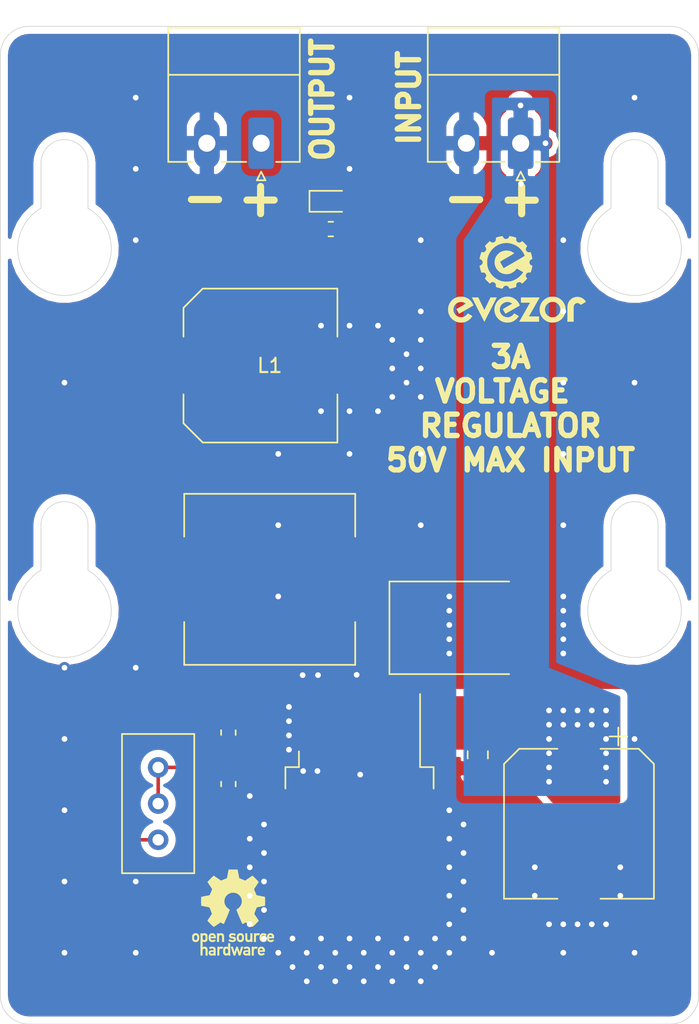
<source format=kicad_pcb>
(kicad_pcb (version 20171130) (host pcbnew "(5.1.5)-3")

  (general
    (thickness 1.6)
    (drawings 31)
    (tracks 181)
    (zones 0)
    (modules 16)
    (nets 7)
  )

  (page A4)
  (layers
    (0 F.Cu signal)
    (31 B.Cu signal)
    (32 B.Adhes user)
    (33 F.Adhes user)
    (34 B.Paste user)
    (35 F.Paste user)
    (36 B.SilkS user)
    (37 F.SilkS user)
    (38 B.Mask user)
    (39 F.Mask user)
    (40 Dwgs.User user)
    (41 Cmts.User user)
    (42 Eco1.User user)
    (43 Eco2.User user)
    (44 Edge.Cuts user)
    (45 Margin user)
    (46 B.CrtYd user)
    (47 F.CrtYd user)
    (48 B.Fab user)
    (49 F.Fab user)
  )

  (setup
    (last_trace_width 1)
    (user_trace_width 1)
    (user_trace_width 3)
    (trace_clearance 0.2)
    (zone_clearance 0.508)
    (zone_45_only no)
    (trace_min 0.2)
    (via_size 0.8)
    (via_drill 0.4)
    (via_min_size 0.4)
    (via_min_drill 0.3)
    (uvia_size 0.3)
    (uvia_drill 0.1)
    (uvias_allowed no)
    (uvia_min_size 0.2)
    (uvia_min_drill 0.1)
    (edge_width 0.05)
    (segment_width 0.2)
    (pcb_text_width 0.3)
    (pcb_text_size 1.5 1.5)
    (mod_edge_width 0.12)
    (mod_text_size 1 1)
    (mod_text_width 0.15)
    (pad_size 9.4 10.8)
    (pad_drill 0)
    (pad_to_mask_clearance 0.051)
    (solder_mask_min_width 0.25)
    (aux_axis_origin 0 0)
    (visible_elements 7FFFFFFF)
    (pcbplotparams
      (layerselection 0x010fc_ffffffff)
      (usegerberextensions false)
      (usegerberattributes false)
      (usegerberadvancedattributes false)
      (creategerberjobfile false)
      (excludeedgelayer true)
      (linewidth 0.100000)
      (plotframeref false)
      (viasonmask false)
      (mode 1)
      (useauxorigin false)
      (hpglpennumber 1)
      (hpglpenspeed 20)
      (hpglpendiameter 15.000000)
      (psnegative false)
      (psa4output false)
      (plotreference true)
      (plotvalue true)
      (plotinvisibletext false)
      (padsonsilk false)
      (subtractmaskfromsilk false)
      (outputformat 1)
      (mirror false)
      (drillshape 1)
      (scaleselection 1)
      (outputdirectory ""))
  )

  (net 0 "")
  (net 1 +VDC)
  (net 2 GND)
  (net 3 "Net-(D1-Pad1)")
  (net 4 /FEEDBACK)
  (net 5 /HV_REG_OUT)
  (net 6 "Net-(D2-Pad2)")

  (net_class Default "This is the default net class."
    (clearance 0.2)
    (trace_width 0.25)
    (via_dia 0.8)
    (via_drill 0.4)
    (uvia_dia 0.3)
    (uvia_drill 0.1)
    (add_net +VDC)
    (add_net /FEEDBACK)
    (add_net /HV_REG_OUT)
    (add_net GND)
    (add_net "Net-(D1-Pad1)")
    (add_net "Net-(D2-Pad2)")
  )

  (module Resistor_SMD:R_0603_1608Metric (layer F.Cu) (tedit 5B301BBD) (tstamp 5FDB52CA)
    (at 123.6875 54.225)
    (descr "Resistor SMD 0603 (1608 Metric), square (rectangular) end terminal, IPC_7351 nominal, (Body size source: http://www.tortai-tech.com/upload/download/2011102023233369053.pdf), generated with kicad-footprint-generator")
    (tags resistor)
    (path /5FDBE92F)
    (attr smd)
    (fp_text reference R2 (at 0 -1.43) (layer F.Fab)
      (effects (font (size 1 1) (thickness 0.15)))
    )
    (fp_text value 100k (at 0 1.43) (layer F.Fab)
      (effects (font (size 1 1) (thickness 0.15)))
    )
    (fp_text user %R (at 0 0) (layer F.Fab)
      (effects (font (size 0.4 0.4) (thickness 0.06)))
    )
    (fp_line (start 1.48 0.73) (end -1.48 0.73) (layer F.CrtYd) (width 0.05))
    (fp_line (start 1.48 -0.73) (end 1.48 0.73) (layer F.CrtYd) (width 0.05))
    (fp_line (start -1.48 -0.73) (end 1.48 -0.73) (layer F.CrtYd) (width 0.05))
    (fp_line (start -1.48 0.73) (end -1.48 -0.73) (layer F.CrtYd) (width 0.05))
    (fp_line (start -0.162779 0.51) (end 0.162779 0.51) (layer F.SilkS) (width 0.12))
    (fp_line (start -0.162779 -0.51) (end 0.162779 -0.51) (layer F.SilkS) (width 0.12))
    (fp_line (start 0.8 0.4) (end -0.8 0.4) (layer F.Fab) (width 0.1))
    (fp_line (start 0.8 -0.4) (end 0.8 0.4) (layer F.Fab) (width 0.1))
    (fp_line (start -0.8 -0.4) (end 0.8 -0.4) (layer F.Fab) (width 0.1))
    (fp_line (start -0.8 0.4) (end -0.8 -0.4) (layer F.Fab) (width 0.1))
    (pad 2 smd roundrect (at 0.7875 0) (size 0.875 0.95) (layers F.Cu F.Paste F.Mask) (roundrect_rratio 0.25)
      (net 6 "Net-(D2-Pad2)"))
    (pad 1 smd roundrect (at -0.7875 0) (size 0.875 0.95) (layers F.Cu F.Paste F.Mask) (roundrect_rratio 0.25)
      (net 5 /HV_REG_OUT))
    (model ${KISYS3DMOD}/Resistor_SMD.3dshapes/R_0603_1608Metric.wrl
      (at (xyz 0 0 0))
      (scale (xyz 1 1 1))
      (rotate (xyz 0 0 0))
    )
  )

  (module LED_SMD:LED_0603_1608Metric (layer F.Cu) (tedit 5B301BBE) (tstamp 5FDB5213)
    (at 123.675 52.275)
    (descr "LED SMD 0603 (1608 Metric), square (rectangular) end terminal, IPC_7351 nominal, (Body size source: http://www.tortai-tech.com/upload/download/2011102023233369053.pdf), generated with kicad-footprint-generator")
    (tags diode)
    (path /5FDBF506)
    (attr smd)
    (fp_text reference D2 (at 0 -1.43) (layer F.Fab)
      (effects (font (size 1 1) (thickness 0.15)))
    )
    (fp_text value LED (at 0 1.43) (layer F.Fab)
      (effects (font (size 1 1) (thickness 0.15)))
    )
    (fp_text user %R (at 0 0) (layer F.Fab)
      (effects (font (size 0.4 0.4) (thickness 0.06)))
    )
    (fp_line (start 1.48 0.73) (end -1.48 0.73) (layer F.CrtYd) (width 0.05))
    (fp_line (start 1.48 -0.73) (end 1.48 0.73) (layer F.CrtYd) (width 0.05))
    (fp_line (start -1.48 -0.73) (end 1.48 -0.73) (layer F.CrtYd) (width 0.05))
    (fp_line (start -1.48 0.73) (end -1.48 -0.73) (layer F.CrtYd) (width 0.05))
    (fp_line (start -1.485 0.735) (end 0.8 0.735) (layer F.SilkS) (width 0.12))
    (fp_line (start -1.485 -0.735) (end -1.485 0.735) (layer F.SilkS) (width 0.12))
    (fp_line (start 0.8 -0.735) (end -1.485 -0.735) (layer F.SilkS) (width 0.12))
    (fp_line (start 0.8 0.4) (end 0.8 -0.4) (layer F.Fab) (width 0.1))
    (fp_line (start -0.8 0.4) (end 0.8 0.4) (layer F.Fab) (width 0.1))
    (fp_line (start -0.8 -0.1) (end -0.8 0.4) (layer F.Fab) (width 0.1))
    (fp_line (start -0.5 -0.4) (end -0.8 -0.1) (layer F.Fab) (width 0.1))
    (fp_line (start 0.8 -0.4) (end -0.5 -0.4) (layer F.Fab) (width 0.1))
    (pad 2 smd roundrect (at 0.7875 0) (size 0.875 0.95) (layers F.Cu F.Paste F.Mask) (roundrect_rratio 0.25)
      (net 6 "Net-(D2-Pad2)"))
    (pad 1 smd roundrect (at -0.7875 0) (size 0.875 0.95) (layers F.Cu F.Paste F.Mask) (roundrect_rratio 0.25)
      (net 2 GND))
    (model ${KISYS3DMOD}/LED_SMD.3dshapes/LED_0603_1608Metric.wrl
      (at (xyz 0 0 0))
      (scale (xyz 1 1 1))
      (rotate (xyz 0 0 0))
    )
  )

  (module Symbol:OSHW-Logo_5.7x6mm_SilkScreen (layer F.Cu) (tedit 0) (tstamp 5FDB4E29)
    (at 116.825 102.175)
    (descr "Open Source Hardware Logo")
    (tags "Logo OSHW")
    (attr virtual)
    (fp_text reference REF** (at 0 0) (layer F.SilkS) hide
      (effects (font (size 1 1) (thickness 0.15)))
    )
    (fp_text value OSHW-Logo_5.7x6mm_SilkScreen (at 0.75 0) (layer F.Fab) hide
      (effects (font (size 1 1) (thickness 0.15)))
    )
    (fp_poly (pts (xy 0.376964 -2.709982) (xy 0.433812 -2.40843) (xy 0.853338 -2.235488) (xy 1.104984 -2.406605)
      (xy 1.175458 -2.45425) (xy 1.239163 -2.49679) (xy 1.293126 -2.532285) (xy 1.334373 -2.55879)
      (xy 1.359934 -2.574364) (xy 1.366895 -2.577722) (xy 1.379435 -2.569086) (xy 1.406231 -2.545208)
      (xy 1.44428 -2.509141) (xy 1.490579 -2.463933) (xy 1.542123 -2.412636) (xy 1.595909 -2.358299)
      (xy 1.648935 -2.303972) (xy 1.698195 -2.252705) (xy 1.740687 -2.207549) (xy 1.773407 -2.171554)
      (xy 1.793351 -2.14777) (xy 1.798119 -2.13981) (xy 1.791257 -2.125135) (xy 1.77202 -2.092986)
      (xy 1.74243 -2.046508) (xy 1.70451 -1.988844) (xy 1.660282 -1.92314) (xy 1.634654 -1.885664)
      (xy 1.587941 -1.817232) (xy 1.546432 -1.75548) (xy 1.51214 -1.703481) (xy 1.48708 -1.664308)
      (xy 1.473264 -1.641035) (xy 1.471188 -1.636145) (xy 1.475895 -1.622245) (xy 1.488723 -1.58985)
      (xy 1.507738 -1.543515) (xy 1.531003 -1.487794) (xy 1.556584 -1.427242) (xy 1.582545 -1.366414)
      (xy 1.60695 -1.309864) (xy 1.627863 -1.262148) (xy 1.643349 -1.227819) (xy 1.651472 -1.211432)
      (xy 1.651952 -1.210788) (xy 1.664707 -1.207659) (xy 1.698677 -1.200679) (xy 1.75034 -1.190533)
      (xy 1.816176 -1.177908) (xy 1.892664 -1.163491) (xy 1.93729 -1.155177) (xy 2.019021 -1.139616)
      (xy 2.092843 -1.124808) (xy 2.155021 -1.111564) (xy 2.201822 -1.100695) (xy 2.229509 -1.093011)
      (xy 2.235074 -1.090573) (xy 2.240526 -1.07407) (xy 2.244924 -1.0368) (xy 2.248272 -0.98312)
      (xy 2.250574 -0.917388) (xy 2.251832 -0.843963) (xy 2.252048 -0.767204) (xy 2.251227 -0.691468)
      (xy 2.249371 -0.621114) (xy 2.246482 -0.5605) (xy 2.242565 -0.513984) (xy 2.237622 -0.485925)
      (xy 2.234657 -0.480084) (xy 2.216934 -0.473083) (xy 2.179381 -0.463073) (xy 2.126964 -0.451231)
      (xy 2.064652 -0.438733) (xy 2.0429 -0.43469) (xy 1.938024 -0.41548) (xy 1.85518 -0.400009)
      (xy 1.79163 -0.387663) (xy 1.744637 -0.377827) (xy 1.711463 -0.369886) (xy 1.689371 -0.363224)
      (xy 1.675624 -0.357227) (xy 1.667484 -0.351281) (xy 1.666345 -0.350106) (xy 1.654977 -0.331174)
      (xy 1.637635 -0.294331) (xy 1.61605 -0.244087) (xy 1.591954 -0.184954) (xy 1.567079 -0.121444)
      (xy 1.543157 -0.058068) (xy 1.521919 0.000662) (xy 1.505097 0.050235) (xy 1.494422 0.086139)
      (xy 1.491627 0.103862) (xy 1.49186 0.104483) (xy 1.501331 0.11897) (xy 1.522818 0.150844)
      (xy 1.554063 0.196789) (xy 1.592807 0.253485) (xy 1.636793 0.317617) (xy 1.649319 0.335842)
      (xy 1.693984 0.401914) (xy 1.733288 0.4622) (xy 1.765088 0.513235) (xy 1.787245 0.55156)
      (xy 1.797617 0.573711) (xy 1.798119 0.576432) (xy 1.789405 0.590736) (xy 1.765325 0.619072)
      (xy 1.728976 0.658396) (xy 1.683453 0.705661) (xy 1.631852 0.757823) (xy 1.577267 0.811835)
      (xy 1.522794 0.864653) (xy 1.471529 0.913231) (xy 1.426567 0.954523) (xy 1.391004 0.985485)
      (xy 1.367935 1.00307) (xy 1.361554 1.005941) (xy 1.346699 0.999178) (xy 1.316286 0.980939)
      (xy 1.275268 0.954297) (xy 1.243709 0.932852) (xy 1.186525 0.893503) (xy 1.118806 0.847171)
      (xy 1.05088 0.800913) (xy 1.014361 0.776155) (xy 0.890752 0.692547) (xy 0.786991 0.74865)
      (xy 0.73972 0.773228) (xy 0.699523 0.792331) (xy 0.672326 0.803227) (xy 0.665402 0.804743)
      (xy 0.657077 0.793549) (xy 0.640654 0.761917) (xy 0.617357 0.712765) (xy 0.588414 0.64901)
      (xy 0.55505 0.573571) (xy 0.518491 0.489364) (xy 0.479964 0.399308) (xy 0.440694 0.306321)
      (xy 0.401908 0.21332) (xy 0.36483 0.123223) (xy 0.330689 0.038948) (xy 0.300708 -0.036587)
      (xy 0.276116 -0.100466) (xy 0.258136 -0.149769) (xy 0.247997 -0.181579) (xy 0.246366 -0.192504)
      (xy 0.259291 -0.206439) (xy 0.287589 -0.22906) (xy 0.325346 -0.255667) (xy 0.328515 -0.257772)
      (xy 0.4261 -0.335886) (xy 0.504786 -0.427018) (xy 0.563891 -0.528255) (xy 0.602732 -0.636682)
      (xy 0.620628 -0.749386) (xy 0.616897 -0.863452) (xy 0.590857 -0.975966) (xy 0.541825 -1.084015)
      (xy 0.5274 -1.107655) (xy 0.452369 -1.203113) (xy 0.36373 -1.279768) (xy 0.264549 -1.33722)
      (xy 0.157895 -1.375071) (xy 0.046836 -1.392922) (xy -0.065561 -1.390375) (xy -0.176227 -1.36703)
      (xy -0.282094 -1.32249) (xy -0.380095 -1.256355) (xy -0.41041 -1.229513) (xy -0.487562 -1.145488)
      (xy -0.543782 -1.057034) (xy -0.582347 -0.957885) (xy -0.603826 -0.859697) (xy -0.609128 -0.749303)
      (xy -0.591448 -0.63836) (xy -0.552581 -0.530619) (xy -0.494323 -0.429831) (xy -0.418469 -0.339744)
      (xy -0.326817 -0.264108) (xy -0.314772 -0.256136) (xy -0.276611 -0.230026) (xy -0.247601 -0.207405)
      (xy -0.233732 -0.192961) (xy -0.233531 -0.192504) (xy -0.236508 -0.176879) (xy -0.248311 -0.141418)
      (xy -0.267714 -0.089038) (xy -0.293488 -0.022655) (xy -0.324409 0.054814) (xy -0.359249 0.14045)
      (xy -0.396783 0.231337) (xy -0.435783 0.324559) (xy -0.475023 0.417197) (xy -0.513276 0.506335)
      (xy -0.549317 0.589055) (xy -0.581917 0.662441) (xy -0.609852 0.723575) (xy -0.631895 0.769541)
      (xy -0.646818 0.797421) (xy -0.652828 0.804743) (xy -0.671191 0.799041) (xy -0.705552 0.783749)
      (xy -0.749984 0.761599) (xy -0.774417 0.74865) (xy -0.878178 0.692547) (xy -1.001787 0.776155)
      (xy -1.064886 0.818987) (xy -1.13397 0.866122) (xy -1.198707 0.910503) (xy -1.231134 0.932852)
      (xy -1.276741 0.963477) (xy -1.31536 0.987747) (xy -1.341952 1.002587) (xy -1.35059 1.005724)
      (xy -1.363161 0.997261) (xy -1.390984 0.973636) (xy -1.431361 0.937302) (xy -1.481595 0.890711)
      (xy -1.538988 0.836317) (xy -1.575286 0.801392) (xy -1.63879 0.738996) (xy -1.693673 0.683188)
      (xy -1.737714 0.636354) (xy -1.768695 0.600882) (xy -1.784398 0.579161) (xy -1.785905 0.574752)
      (xy -1.778914 0.557985) (xy -1.759594 0.524082) (xy -1.730091 0.476476) (xy -1.692545 0.418599)
      (xy -1.6491 0.353884) (xy -1.636745 0.335842) (xy -1.591727 0.270267) (xy -1.55134 0.211228)
      (xy -1.51784 0.162042) (xy -1.493486 0.126028) (xy -1.480536 0.106502) (xy -1.479285 0.104483)
      (xy -1.481156 0.088922) (xy -1.491087 0.054709) (xy -1.507347 0.006355) (xy -1.528205 -0.051629)
      (xy -1.551927 -0.11473) (xy -1.576784 -0.178437) (xy -1.601042 -0.238239) (xy -1.622971 -0.289624)
      (xy -1.640838 -0.328081) (xy -1.652913 -0.349098) (xy -1.653771 -0.350106) (xy -1.661154 -0.356112)
      (xy -1.673625 -0.362052) (xy -1.69392 -0.36854) (xy -1.724778 -0.376191) (xy -1.768934 -0.38562)
      (xy -1.829126 -0.397441) (xy -1.908093 -0.412271) (xy -2.00857 -0.430723) (xy -2.030325 -0.43469)
      (xy -2.094802 -0.447147) (xy -2.151011 -0.459334) (xy -2.193987 -0.470074) (xy -2.21876 -0.478191)
      (xy -2.222082 -0.480084) (xy -2.227556 -0.496862) (xy -2.232006 -0.534355) (xy -2.235428 -0.588206)
      (xy -2.237819 -0.654056) (xy -2.239177 -0.727547) (xy -2.239499 -0.80432) (xy -2.238781 -0.880017)
      (xy -2.237021 -0.95028) (xy -2.234216 -1.01075) (xy -2.230362 -1.05707) (xy -2.225457 -1.084881)
      (xy -2.2225 -1.090573) (xy -2.206037 -1.096314) (xy -2.168551 -1.105655) (xy -2.113775 -1.117785)
      (xy -2.045445 -1.131893) (xy -1.967294 -1.14717) (xy -1.924716 -1.155177) (xy -1.843929 -1.170279)
      (xy -1.771887 -1.18396) (xy -1.712111 -1.195533) (xy -1.668121 -1.204313) (xy -1.643439 -1.209613)
      (xy -1.639377 -1.210788) (xy -1.632511 -1.224035) (xy -1.617998 -1.255943) (xy -1.597771 -1.301953)
      (xy -1.573766 -1.357508) (xy -1.547918 -1.418047) (xy -1.52216 -1.479014) (xy -1.498427 -1.535849)
      (xy -1.478654 -1.583994) (xy -1.464776 -1.61889) (xy -1.458726 -1.635979) (xy -1.458614 -1.636726)
      (xy -1.465472 -1.650207) (xy -1.484698 -1.68123) (xy -1.514272 -1.726711) (xy -1.552173 -1.783568)
      (xy -1.59638 -1.848717) (xy -1.622079 -1.886138) (xy -1.668907 -1.954753) (xy -1.710499 -2.017048)
      (xy -1.744825 -2.069871) (xy -1.769857 -2.110073) (xy -1.783565 -2.1345) (xy -1.785544 -2.139976)
      (xy -1.777034 -2.152722) (xy -1.753507 -2.179937) (xy -1.717968 -2.218572) (xy -1.673423 -2.265577)
      (xy -1.622877 -2.317905) (xy -1.569336 -2.372505) (xy -1.515805 -2.42633) (xy -1.465289 -2.47633)
      (xy -1.420794 -2.519457) (xy -1.385325 -2.552661) (xy -1.361887 -2.572894) (xy -1.354046 -2.577722)
      (xy -1.34128 -2.570933) (xy -1.310744 -2.551858) (xy -1.26541 -2.522439) (xy -1.208244 -2.484619)
      (xy -1.142216 -2.440339) (xy -1.09241 -2.406605) (xy -0.840764 -2.235488) (xy -0.631001 -2.321959)
      (xy -0.421237 -2.40843) (xy -0.364389 -2.709982) (xy -0.30754 -3.011534) (xy 0.320115 -3.011534)
      (xy 0.376964 -2.709982)) (layer F.SilkS) (width 0.01))
    (fp_poly (pts (xy 1.79946 1.45803) (xy 1.842711 1.471245) (xy 1.870558 1.487941) (xy 1.879629 1.501145)
      (xy 1.877132 1.516797) (xy 1.860931 1.541385) (xy 1.847232 1.5588) (xy 1.818992 1.590283)
      (xy 1.797775 1.603529) (xy 1.779688 1.602664) (xy 1.726035 1.58901) (xy 1.68663 1.58963)
      (xy 1.654632 1.605104) (xy 1.64389 1.614161) (xy 1.609505 1.646027) (xy 1.609505 2.062179)
      (xy 1.471188 2.062179) (xy 1.471188 1.458614) (xy 1.540347 1.458614) (xy 1.581869 1.460256)
      (xy 1.603291 1.466087) (xy 1.609502 1.477461) (xy 1.609505 1.477798) (xy 1.612439 1.489713)
      (xy 1.625704 1.488159) (xy 1.644084 1.479563) (xy 1.682046 1.463568) (xy 1.712872 1.453945)
      (xy 1.752536 1.451478) (xy 1.79946 1.45803)) (layer F.SilkS) (width 0.01))
    (fp_poly (pts (xy -0.754012 1.469002) (xy -0.722717 1.48395) (xy -0.692409 1.505541) (xy -0.669318 1.530391)
      (xy -0.6525 1.562087) (xy -0.641006 1.604214) (xy -0.633891 1.660358) (xy -0.630207 1.734106)
      (xy -0.629008 1.829044) (xy -0.628989 1.838985) (xy -0.628713 2.062179) (xy -0.76703 2.062179)
      (xy -0.76703 1.856418) (xy -0.767128 1.780189) (xy -0.767809 1.724939) (xy -0.769651 1.686501)
      (xy -0.773233 1.660706) (xy -0.779132 1.643384) (xy -0.787927 1.630368) (xy -0.80018 1.617507)
      (xy -0.843047 1.589873) (xy -0.889843 1.584745) (xy -0.934424 1.602217) (xy -0.949928 1.615221)
      (xy -0.96131 1.627447) (xy -0.969481 1.64054) (xy -0.974974 1.658615) (xy -0.97832 1.685787)
      (xy -0.980051 1.72617) (xy -0.980697 1.783879) (xy -0.980792 1.854132) (xy -0.980792 2.062179)
      (xy -1.119109 2.062179) (xy -1.119109 1.458614) (xy -1.04995 1.458614) (xy -1.008428 1.460256)
      (xy -0.987006 1.466087) (xy -0.980795 1.477461) (xy -0.980792 1.477798) (xy -0.97791 1.488938)
      (xy -0.965199 1.487674) (xy -0.939926 1.475434) (xy -0.882605 1.457424) (xy -0.817037 1.455421)
      (xy -0.754012 1.469002)) (layer F.SilkS) (width 0.01))
    (fp_poly (pts (xy 2.677898 1.456457) (xy 2.710096 1.464279) (xy 2.771825 1.492921) (xy 2.82461 1.536667)
      (xy 2.861141 1.589117) (xy 2.86616 1.600893) (xy 2.873045 1.63174) (xy 2.877864 1.677371)
      (xy 2.879505 1.723492) (xy 2.879505 1.810693) (xy 2.697178 1.810693) (xy 2.621979 1.810978)
      (xy 2.569003 1.812704) (xy 2.535325 1.817181) (xy 2.51802 1.82572) (xy 2.514163 1.83963)
      (xy 2.520829 1.860222) (xy 2.53277 1.884315) (xy 2.56608 1.924525) (xy 2.612368 1.944558)
      (xy 2.668944 1.943905) (xy 2.733031 1.922101) (xy 2.788417 1.895193) (xy 2.834375 1.931532)
      (xy 2.880333 1.967872) (xy 2.837096 2.007819) (xy 2.779374 2.045563) (xy 2.708386 2.06832)
      (xy 2.632029 2.074688) (xy 2.558199 2.063268) (xy 2.546287 2.059393) (xy 2.481399 2.025506)
      (xy 2.43313 1.974986) (xy 2.400465 1.906325) (xy 2.382385 1.818014) (xy 2.382175 1.816121)
      (xy 2.380556 1.719878) (xy 2.3871 1.685542) (xy 2.514852 1.685542) (xy 2.526584 1.690822)
      (xy 2.558438 1.694867) (xy 2.605397 1.697176) (xy 2.635154 1.697525) (xy 2.690648 1.697306)
      (xy 2.725346 1.695916) (xy 2.743601 1.692251) (xy 2.749766 1.68521) (xy 2.748195 1.67369)
      (xy 2.746878 1.669233) (xy 2.724382 1.627355) (xy 2.689003 1.593604) (xy 2.65778 1.578773)
      (xy 2.616301 1.579668) (xy 2.574269 1.598164) (xy 2.539012 1.628786) (xy 2.517854 1.666062)
      (xy 2.514852 1.685542) (xy 2.3871 1.685542) (xy 2.39669 1.635229) (xy 2.428698 1.564191)
      (xy 2.474701 1.508779) (xy 2.532821 1.471009) (xy 2.60118 1.452896) (xy 2.677898 1.456457)) (layer F.SilkS) (width 0.01))
    (fp_poly (pts (xy 2.217226 1.46388) (xy 2.29008 1.49483) (xy 2.313027 1.509895) (xy 2.342354 1.533048)
      (xy 2.360764 1.551253) (xy 2.363961 1.557183) (xy 2.354935 1.57034) (xy 2.331837 1.592667)
      (xy 2.313344 1.60825) (xy 2.262728 1.648926) (xy 2.22276 1.615295) (xy 2.191874 1.593584)
      (xy 2.161759 1.58609) (xy 2.127292 1.58792) (xy 2.072561 1.601528) (xy 2.034886 1.629772)
      (xy 2.011991 1.675433) (xy 2.001597 1.741289) (xy 2.001595 1.741331) (xy 2.002494 1.814939)
      (xy 2.016463 1.868946) (xy 2.044328 1.905716) (xy 2.063325 1.918168) (xy 2.113776 1.933673)
      (xy 2.167663 1.933683) (xy 2.214546 1.918638) (xy 2.225644 1.911287) (xy 2.253476 1.892511)
      (xy 2.275236 1.889434) (xy 2.298704 1.903409) (xy 2.324649 1.92851) (xy 2.365716 1.97088)
      (xy 2.320121 2.008464) (xy 2.249674 2.050882) (xy 2.170233 2.071785) (xy 2.087215 2.070272)
      (xy 2.032694 2.056411) (xy 1.96897 2.022135) (xy 1.918005 1.968212) (xy 1.894851 1.930149)
      (xy 1.876099 1.875536) (xy 1.866715 1.806369) (xy 1.866643 1.731407) (xy 1.875824 1.659409)
      (xy 1.894199 1.599137) (xy 1.897093 1.592958) (xy 1.939952 1.532351) (xy 1.997979 1.488224)
      (xy 2.066591 1.461493) (xy 2.141201 1.453073) (xy 2.217226 1.46388)) (layer F.SilkS) (width 0.01))
    (fp_poly (pts (xy 0.993367 1.654342) (xy 0.994555 1.746563) (xy 0.998897 1.81661) (xy 1.007558 1.867381)
      (xy 1.021704 1.901772) (xy 1.0425 1.922679) (xy 1.07111 1.933) (xy 1.106535 1.935636)
      (xy 1.143636 1.932682) (xy 1.171818 1.921889) (xy 1.192243 1.90036) (xy 1.206079 1.865199)
      (xy 1.214491 1.81351) (xy 1.218643 1.742394) (xy 1.219703 1.654342) (xy 1.219703 1.458614)
      (xy 1.35802 1.458614) (xy 1.35802 2.062179) (xy 1.288862 2.062179) (xy 1.24717 2.060489)
      (xy 1.225701 2.054556) (xy 1.219703 2.043293) (xy 1.216091 2.033261) (xy 1.201714 2.035383)
      (xy 1.172736 2.04958) (xy 1.106319 2.07148) (xy 1.035875 2.069928) (xy 0.968377 2.046147)
      (xy 0.936233 2.027362) (xy 0.911715 2.007022) (xy 0.893804 1.981573) (xy 0.881479 1.947458)
      (xy 0.873723 1.901121) (xy 0.869516 1.839007) (xy 0.86784 1.757561) (xy 0.867624 1.694578)
      (xy 0.867624 1.458614) (xy 0.993367 1.458614) (xy 0.993367 1.654342)) (layer F.SilkS) (width 0.01))
    (fp_poly (pts (xy 0.610762 1.466055) (xy 0.674363 1.500692) (xy 0.724123 1.555372) (xy 0.747568 1.599842)
      (xy 0.757634 1.639121) (xy 0.764156 1.695116) (xy 0.766951 1.759621) (xy 0.765836 1.824429)
      (xy 0.760626 1.881334) (xy 0.754541 1.911727) (xy 0.734014 1.953306) (xy 0.698463 1.997468)
      (xy 0.655619 2.036087) (xy 0.613211 2.061034) (xy 0.612177 2.06143) (xy 0.559553 2.072331)
      (xy 0.497188 2.072601) (xy 0.437924 2.062676) (xy 0.41504 2.054722) (xy 0.356102 2.0213)
      (xy 0.31389 1.977511) (xy 0.286156 1.919538) (xy 0.270651 1.843565) (xy 0.267143 1.803771)
      (xy 0.26759 1.753766) (xy 0.402376 1.753766) (xy 0.406917 1.826732) (xy 0.419986 1.882334)
      (xy 0.440756 1.917861) (xy 0.455552 1.92802) (xy 0.493464 1.935104) (xy 0.538527 1.933007)
      (xy 0.577487 1.922812) (xy 0.587704 1.917204) (xy 0.614659 1.884538) (xy 0.632451 1.834545)
      (xy 0.640024 1.773705) (xy 0.636325 1.708497) (xy 0.628057 1.669253) (xy 0.60432 1.623805)
      (xy 0.566849 1.595396) (xy 0.52172 1.585573) (xy 0.475011 1.595887) (xy 0.439132 1.621112)
      (xy 0.420277 1.641925) (xy 0.409272 1.662439) (xy 0.404026 1.690203) (xy 0.402449 1.732762)
      (xy 0.402376 1.753766) (xy 0.26759 1.753766) (xy 0.268094 1.69758) (xy 0.285388 1.610501)
      (xy 0.319029 1.54253) (xy 0.369018 1.493664) (xy 0.435356 1.463899) (xy 0.449601 1.460448)
      (xy 0.53521 1.452345) (xy 0.610762 1.466055)) (layer F.SilkS) (width 0.01))
    (fp_poly (pts (xy 0.014017 1.456452) (xy 0.061634 1.465482) (xy 0.111034 1.48437) (xy 0.116312 1.486777)
      (xy 0.153774 1.506476) (xy 0.179717 1.524781) (xy 0.188103 1.536508) (xy 0.180117 1.555632)
      (xy 0.16072 1.58385) (xy 0.15211 1.594384) (xy 0.116628 1.635847) (xy 0.070885 1.608858)
      (xy 0.02735 1.590878) (xy -0.02295 1.581267) (xy -0.071188 1.58066) (xy -0.108533 1.589691)
      (xy -0.117495 1.595327) (xy -0.134563 1.621171) (xy -0.136637 1.650941) (xy -0.123866 1.674197)
      (xy -0.116312 1.678708) (xy -0.093675 1.684309) (xy -0.053885 1.690892) (xy -0.004834 1.697183)
      (xy 0.004215 1.69817) (xy 0.082996 1.711798) (xy 0.140136 1.734946) (xy 0.17803 1.769752)
      (xy 0.199079 1.818354) (xy 0.205635 1.877718) (xy 0.196577 1.945198) (xy 0.167164 1.998188)
      (xy 0.117278 2.036783) (xy 0.0468 2.061081) (xy -0.031435 2.070667) (xy -0.095234 2.070552)
      (xy -0.146984 2.061845) (xy -0.182327 2.049825) (xy -0.226983 2.02888) (xy -0.268253 2.004574)
      (xy -0.282921 1.993876) (xy -0.320643 1.963084) (xy -0.275148 1.917049) (xy -0.229653 1.871013)
      (xy -0.177928 1.905243) (xy -0.126048 1.930952) (xy -0.070649 1.944399) (xy -0.017395 1.945818)
      (xy 0.028049 1.935443) (xy 0.060016 1.913507) (xy 0.070338 1.894998) (xy 0.068789 1.865314)
      (xy 0.04314 1.842615) (xy -0.00654 1.82694) (xy -0.060969 1.819695) (xy -0.144736 1.805873)
      (xy -0.206967 1.779796) (xy -0.248493 1.740699) (xy -0.270147 1.68782) (xy -0.273147 1.625126)
      (xy -0.258329 1.559642) (xy -0.224546 1.510144) (xy -0.171495 1.476408) (xy -0.098874 1.458207)
      (xy -0.045072 1.454639) (xy 0.014017 1.456452)) (layer F.SilkS) (width 0.01))
    (fp_poly (pts (xy -1.356699 1.472614) (xy -1.344168 1.478514) (xy -1.300799 1.510283) (xy -1.25979 1.556646)
      (xy -1.229168 1.607696) (xy -1.220459 1.631166) (xy -1.212512 1.673091) (xy -1.207774 1.723757)
      (xy -1.207199 1.744679) (xy -1.207129 1.810693) (xy -1.587083 1.810693) (xy -1.578983 1.845273)
      (xy -1.559104 1.88617) (xy -1.524347 1.921514) (xy -1.482998 1.944282) (xy -1.456649 1.94901)
      (xy -1.420916 1.943273) (xy -1.378282 1.928882) (xy -1.363799 1.922262) (xy -1.31024 1.895513)
      (xy -1.264533 1.930376) (xy -1.238158 1.953955) (xy -1.224124 1.973417) (xy -1.223414 1.979129)
      (xy -1.235951 1.992973) (xy -1.263428 2.014012) (xy -1.288366 2.030425) (xy -1.355664 2.05993)
      (xy -1.43111 2.073284) (xy -1.505888 2.069812) (xy -1.565495 2.051663) (xy -1.626941 2.012784)
      (xy -1.670608 1.961595) (xy -1.697926 1.895367) (xy -1.710322 1.811371) (xy -1.711421 1.772936)
      (xy -1.707022 1.684861) (xy -1.706482 1.682299) (xy -1.580582 1.682299) (xy -1.577115 1.690558)
      (xy -1.562863 1.695113) (xy -1.53347 1.697065) (xy -1.484575 1.697517) (xy -1.465748 1.697525)
      (xy -1.408467 1.696843) (xy -1.372141 1.694364) (xy -1.352604 1.689443) (xy -1.34569 1.681434)
      (xy -1.345445 1.678862) (xy -1.353336 1.658423) (xy -1.373085 1.629789) (xy -1.381575 1.619763)
      (xy -1.413094 1.591408) (xy -1.445949 1.580259) (xy -1.463651 1.579327) (xy -1.511539 1.590981)
      (xy -1.551699 1.622285) (xy -1.577173 1.667752) (xy -1.577625 1.669233) (xy -1.580582 1.682299)
      (xy -1.706482 1.682299) (xy -1.692392 1.61551) (xy -1.666038 1.560025) (xy -1.633807 1.520639)
      (xy -1.574217 1.477931) (xy -1.504168 1.455109) (xy -1.429661 1.453046) (xy -1.356699 1.472614)) (layer F.SilkS) (width 0.01))
    (fp_poly (pts (xy -2.538261 1.465148) (xy -2.472479 1.494231) (xy -2.42254 1.542793) (xy -2.388374 1.610908)
      (xy -2.369907 1.698651) (xy -2.368583 1.712351) (xy -2.367546 1.808939) (xy -2.380993 1.893602)
      (xy -2.408108 1.962221) (xy -2.422627 1.984294) (xy -2.473201 2.031011) (xy -2.537609 2.061268)
      (xy -2.609666 2.073824) (xy -2.683185 2.067439) (xy -2.739072 2.047772) (xy -2.787132 2.014629)
      (xy -2.826412 1.971175) (xy -2.827092 1.970158) (xy -2.843044 1.943338) (xy -2.85341 1.916368)
      (xy -2.859688 1.882332) (xy -2.863373 1.83431) (xy -2.864997 1.794931) (xy -2.865672 1.759219)
      (xy -2.739955 1.759219) (xy -2.738726 1.79477) (xy -2.734266 1.842094) (xy -2.726397 1.872465)
      (xy -2.712207 1.894072) (xy -2.698917 1.906694) (xy -2.651802 1.933122) (xy -2.602505 1.936653)
      (xy -2.556593 1.917639) (xy -2.533638 1.896331) (xy -2.517096 1.874859) (xy -2.507421 1.854313)
      (xy -2.503174 1.827574) (xy -2.50292 1.787523) (xy -2.504228 1.750638) (xy -2.507043 1.697947)
      (xy -2.511505 1.663772) (xy -2.519548 1.64148) (xy -2.533103 1.624442) (xy -2.543845 1.614703)
      (xy -2.588777 1.589123) (xy -2.637249 1.587847) (xy -2.677894 1.602999) (xy -2.712567 1.634642)
      (xy -2.733224 1.68662) (xy -2.739955 1.759219) (xy -2.865672 1.759219) (xy -2.866479 1.716621)
      (xy -2.863948 1.658056) (xy -2.856362 1.614007) (xy -2.842681 1.579248) (xy -2.821865 1.548551)
      (xy -2.814147 1.539436) (xy -2.765889 1.494021) (xy -2.714128 1.467493) (xy -2.650828 1.456379)
      (xy -2.619961 1.455471) (xy -2.538261 1.465148)) (layer F.SilkS) (width 0.01))
    (fp_poly (pts (xy 2.032581 2.40497) (xy 2.092685 2.420597) (xy 2.143021 2.452848) (xy 2.167393 2.47694)
      (xy 2.207345 2.533895) (xy 2.230242 2.599965) (xy 2.238108 2.681182) (xy 2.238148 2.687748)
      (xy 2.238218 2.753763) (xy 1.858264 2.753763) (xy 1.866363 2.788342) (xy 1.880987 2.819659)
      (xy 1.906581 2.852291) (xy 1.911935 2.8575) (xy 1.957943 2.885694) (xy 2.01041 2.890475)
      (xy 2.070803 2.871926) (xy 2.08104 2.866931) (xy 2.112439 2.851745) (xy 2.13347 2.843094)
      (xy 2.137139 2.842293) (xy 2.149948 2.850063) (xy 2.174378 2.869072) (xy 2.186779 2.87946)
      (xy 2.212476 2.903321) (xy 2.220915 2.919077) (xy 2.215058 2.933571) (xy 2.211928 2.937534)
      (xy 2.190725 2.954879) (xy 2.155738 2.975959) (xy 2.131337 2.988265) (xy 2.062072 3.009946)
      (xy 1.985388 3.016971) (xy 1.912765 3.008647) (xy 1.892426 3.002686) (xy 1.829476 2.968952)
      (xy 1.782815 2.917045) (xy 1.752173 2.846459) (xy 1.737282 2.756692) (xy 1.735647 2.709753)
      (xy 1.740421 2.641413) (xy 1.86099 2.641413) (xy 1.872652 2.646465) (xy 1.903998 2.650429)
      (xy 1.949571 2.652768) (xy 1.980446 2.653169) (xy 2.035981 2.652783) (xy 2.071033 2.650975)
      (xy 2.090262 2.646773) (xy 2.09833 2.639203) (xy 2.099901 2.628218) (xy 2.089121 2.594381)
      (xy 2.06198 2.56094) (xy 2.026277 2.535272) (xy 1.99056 2.524772) (xy 1.942048 2.534086)
      (xy 1.900053 2.561013) (xy 1.870936 2.599827) (xy 1.86099 2.641413) (xy 1.740421 2.641413)
      (xy 1.742599 2.610236) (xy 1.764055 2.530949) (xy 1.80047 2.471263) (xy 1.852297 2.430549)
      (xy 1.91999 2.408179) (xy 1.956662 2.403871) (xy 2.032581 2.40497)) (layer F.SilkS) (width 0.01))
    (fp_poly (pts (xy 1.635255 2.401486) (xy 1.683595 2.411015) (xy 1.711114 2.425125) (xy 1.740064 2.448568)
      (xy 1.698876 2.500571) (xy 1.673482 2.532064) (xy 1.656238 2.547428) (xy 1.639102 2.549776)
      (xy 1.614027 2.542217) (xy 1.602257 2.537941) (xy 1.55427 2.531631) (xy 1.510324 2.545156)
      (xy 1.47806 2.57571) (xy 1.472819 2.585452) (xy 1.467112 2.611258) (xy 1.462706 2.658817)
      (xy 1.459811 2.724758) (xy 1.458631 2.80571) (xy 1.458614 2.817226) (xy 1.458614 3.017822)
      (xy 1.320297 3.017822) (xy 1.320297 2.401683) (xy 1.389456 2.401683) (xy 1.429333 2.402725)
      (xy 1.450107 2.407358) (xy 1.457789 2.417849) (xy 1.458614 2.427745) (xy 1.458614 2.453806)
      (xy 1.491745 2.427745) (xy 1.529735 2.409965) (xy 1.58077 2.401174) (xy 1.635255 2.401486)) (layer F.SilkS) (width 0.01))
    (fp_poly (pts (xy 1.038411 2.405417) (xy 1.091411 2.41829) (xy 1.106731 2.42511) (xy 1.136428 2.442974)
      (xy 1.15922 2.463093) (xy 1.176083 2.488962) (xy 1.187998 2.524073) (xy 1.195942 2.57192)
      (xy 1.200894 2.635996) (xy 1.203831 2.719794) (xy 1.204947 2.775768) (xy 1.209052 3.017822)
      (xy 1.138932 3.017822) (xy 1.096393 3.016038) (xy 1.074476 3.009942) (xy 1.068812 2.999706)
      (xy 1.065821 2.988637) (xy 1.052451 2.990754) (xy 1.034233 2.999629) (xy 0.988624 3.013233)
      (xy 0.930007 3.016899) (xy 0.868354 3.010903) (xy 0.813638 2.995521) (xy 0.80873 2.993386)
      (xy 0.758723 2.958255) (xy 0.725756 2.909419) (xy 0.710587 2.852333) (xy 0.711746 2.831824)
      (xy 0.835508 2.831824) (xy 0.846413 2.859425) (xy 0.878745 2.879204) (xy 0.93091 2.889819)
      (xy 0.958787 2.891228) (xy 1.005247 2.88762) (xy 1.036129 2.873597) (xy 1.043664 2.866931)
      (xy 1.064076 2.830666) (xy 1.068812 2.797773) (xy 1.068812 2.753763) (xy 1.007513 2.753763)
      (xy 0.936256 2.757395) (xy 0.886276 2.768818) (xy 0.854696 2.788824) (xy 0.847626 2.797743)
      (xy 0.835508 2.831824) (xy 0.711746 2.831824) (xy 0.713971 2.792456) (xy 0.736663 2.735244)
      (xy 0.767624 2.69658) (xy 0.786376 2.679864) (xy 0.804733 2.668878) (xy 0.828619 2.66218)
      (xy 0.863957 2.658326) (xy 0.916669 2.655873) (xy 0.937577 2.655168) (xy 1.068812 2.650879)
      (xy 1.06862 2.611158) (xy 1.063537 2.569405) (xy 1.045162 2.544158) (xy 1.008039 2.52803)
      (xy 1.007043 2.527742) (xy 0.95441 2.5214) (xy 0.902906 2.529684) (xy 0.86463 2.549827)
      (xy 0.849272 2.559773) (xy 0.83273 2.558397) (xy 0.807275 2.543987) (xy 0.792328 2.533817)
      (xy 0.763091 2.512088) (xy 0.74498 2.4958) (xy 0.742074 2.491137) (xy 0.75404 2.467005)
      (xy 0.789396 2.438185) (xy 0.804753 2.428461) (xy 0.848901 2.411714) (xy 0.908398 2.402227)
      (xy 0.974487 2.400095) (xy 1.038411 2.405417)) (layer F.SilkS) (width 0.01))
    (fp_poly (pts (xy 0.281524 2.404237) (xy 0.331255 2.407971) (xy 0.461291 2.797773) (xy 0.481678 2.728614)
      (xy 0.493946 2.685874) (xy 0.510085 2.628115) (xy 0.527512 2.564625) (xy 0.536726 2.53057)
      (xy 0.571388 2.401683) (xy 0.714391 2.401683) (xy 0.671646 2.536857) (xy 0.650596 2.603342)
      (xy 0.625167 2.683539) (xy 0.59861 2.767193) (xy 0.574902 2.841782) (xy 0.520902 3.011535)
      (xy 0.462598 3.015328) (xy 0.404295 3.019122) (xy 0.372679 2.914734) (xy 0.353182 2.849889)
      (xy 0.331904 2.7784) (xy 0.313308 2.715263) (xy 0.312574 2.71275) (xy 0.298684 2.669969)
      (xy 0.286429 2.640779) (xy 0.277846 2.629741) (xy 0.276082 2.631018) (xy 0.269891 2.64813)
      (xy 0.258128 2.684787) (xy 0.242225 2.736378) (xy 0.223614 2.798294) (xy 0.213543 2.832352)
      (xy 0.159007 3.017822) (xy 0.043264 3.017822) (xy -0.049263 2.725471) (xy -0.075256 2.643462)
      (xy -0.098934 2.568987) (xy -0.11918 2.505544) (xy -0.134874 2.456632) (xy -0.144898 2.425749)
      (xy -0.147945 2.416726) (xy -0.145533 2.407487) (xy -0.126592 2.403441) (xy -0.087177 2.403846)
      (xy -0.081007 2.404152) (xy -0.007914 2.407971) (xy 0.039957 2.58401) (xy 0.057553 2.648211)
      (xy 0.073277 2.704649) (xy 0.085746 2.748422) (xy 0.093574 2.77463) (xy 0.09502 2.778903)
      (xy 0.101014 2.77399) (xy 0.113101 2.748532) (xy 0.129893 2.705997) (xy 0.150003 2.64985)
      (xy 0.167003 2.59913) (xy 0.231794 2.400504) (xy 0.281524 2.404237)) (layer F.SilkS) (width 0.01))
    (fp_poly (pts (xy -0.201188 3.017822) (xy -0.270346 3.017822) (xy -0.310488 3.016645) (xy -0.331394 3.011772)
      (xy -0.338922 3.001186) (xy -0.339505 2.994029) (xy -0.340774 2.979676) (xy -0.348779 2.976923)
      (xy -0.369815 2.985771) (xy -0.386173 2.994029) (xy -0.448977 3.013597) (xy -0.517248 3.014729)
      (xy -0.572752 3.000135) (xy -0.624438 2.964877) (xy -0.663838 2.912835) (xy -0.685413 2.85145)
      (xy -0.685962 2.848018) (xy -0.689167 2.810571) (xy -0.690761 2.756813) (xy -0.690633 2.716155)
      (xy -0.553279 2.716155) (xy -0.550097 2.770194) (xy -0.542859 2.814735) (xy -0.53306 2.839888)
      (xy -0.495989 2.87426) (xy -0.451974 2.886582) (xy -0.406584 2.876618) (xy -0.367797 2.846895)
      (xy -0.353108 2.826905) (xy -0.344519 2.80305) (xy -0.340496 2.76823) (xy -0.339505 2.71593)
      (xy -0.341278 2.664139) (xy -0.345963 2.618634) (xy -0.352603 2.588181) (xy -0.35371 2.585452)
      (xy -0.380491 2.553) (xy -0.419579 2.535183) (xy -0.463315 2.532306) (xy -0.504038 2.544674)
      (xy -0.534087 2.572593) (xy -0.537204 2.578148) (xy -0.546961 2.612022) (xy -0.552277 2.660728)
      (xy -0.553279 2.716155) (xy -0.690633 2.716155) (xy -0.690568 2.69554) (xy -0.689664 2.662563)
      (xy -0.683514 2.580981) (xy -0.670733 2.51973) (xy -0.649471 2.474449) (xy -0.617878 2.440779)
      (xy -0.587207 2.421014) (xy -0.544354 2.40712) (xy -0.491056 2.402354) (xy -0.43648 2.406236)
      (xy -0.389792 2.418282) (xy -0.365124 2.432693) (xy -0.339505 2.455878) (xy -0.339505 2.162773)
      (xy -0.201188 2.162773) (xy -0.201188 3.017822)) (layer F.SilkS) (width 0.01))
    (fp_poly (pts (xy -0.993356 2.40302) (xy -0.974539 2.40866) (xy -0.968473 2.421053) (xy -0.968218 2.426647)
      (xy -0.967129 2.44223) (xy -0.959632 2.444676) (xy -0.939381 2.433993) (xy -0.927351 2.426694)
      (xy -0.8894 2.411063) (xy -0.844072 2.403334) (xy -0.796544 2.40274) (xy -0.751995 2.408513)
      (xy -0.715602 2.419884) (xy -0.692543 2.436088) (xy -0.687996 2.456355) (xy -0.690291 2.461843)
      (xy -0.70702 2.484626) (xy -0.732963 2.512647) (xy -0.737655 2.517177) (xy -0.762383 2.538005)
      (xy -0.783718 2.544735) (xy -0.813555 2.540038) (xy -0.825508 2.536917) (xy -0.862705 2.529421)
      (xy -0.888859 2.532792) (xy -0.910946 2.544681) (xy -0.931178 2.560635) (xy -0.946079 2.5807)
      (xy -0.956434 2.608702) (xy -0.963029 2.648467) (xy -0.966649 2.703823) (xy -0.968078 2.778594)
      (xy -0.968218 2.82374) (xy -0.968218 3.017822) (xy -1.09396 3.017822) (xy -1.09396 2.401683)
      (xy -1.031089 2.401683) (xy -0.993356 2.40302)) (layer F.SilkS) (width 0.01))
    (fp_poly (pts (xy -1.38421 2.406555) (xy -1.325055 2.422339) (xy -1.280023 2.450948) (xy -1.248246 2.488419)
      (xy -1.238366 2.504411) (xy -1.231073 2.521163) (xy -1.225974 2.542592) (xy -1.222679 2.572616)
      (xy -1.220797 2.615154) (xy -1.219937 2.674122) (xy -1.219707 2.75344) (xy -1.219703 2.774484)
      (xy -1.219703 3.017822) (xy -1.280059 3.017822) (xy -1.318557 3.015126) (xy -1.347023 3.008295)
      (xy -1.354155 3.004083) (xy -1.373652 2.996813) (xy -1.393566 3.004083) (xy -1.426353 3.01316)
      (xy -1.473978 3.016813) (xy -1.526764 3.015228) (xy -1.575036 3.008589) (xy -1.603218 3.000072)
      (xy -1.657753 2.965063) (xy -1.691835 2.916479) (xy -1.707157 2.851882) (xy -1.707299 2.850223)
      (xy -1.705955 2.821566) (xy -1.584356 2.821566) (xy -1.573726 2.854161) (xy -1.55641 2.872505)
      (xy -1.521652 2.886379) (xy -1.475773 2.891917) (xy -1.428988 2.889191) (xy -1.391514 2.878274)
      (xy -1.381015 2.871269) (xy -1.362668 2.838904) (xy -1.35802 2.802111) (xy -1.35802 2.753763)
      (xy -1.427582 2.753763) (xy -1.493667 2.75885) (xy -1.543764 2.773263) (xy -1.574929 2.795729)
      (xy -1.584356 2.821566) (xy -1.705955 2.821566) (xy -1.703987 2.779647) (xy -1.68071 2.723845)
      (xy -1.636948 2.681647) (xy -1.630899 2.677808) (xy -1.604907 2.665309) (xy -1.572735 2.65774)
      (xy -1.52776 2.654061) (xy -1.474331 2.653216) (xy -1.35802 2.653169) (xy -1.35802 2.604411)
      (xy -1.362953 2.566581) (xy -1.375543 2.541236) (xy -1.377017 2.539887) (xy -1.405034 2.5288)
      (xy -1.447326 2.524503) (xy -1.494064 2.526615) (xy -1.535418 2.534756) (xy -1.559957 2.546965)
      (xy -1.573253 2.556746) (xy -1.587294 2.558613) (xy -1.606671 2.5506) (xy -1.635976 2.530739)
      (xy -1.679803 2.497063) (xy -1.683825 2.493909) (xy -1.681764 2.482236) (xy -1.664568 2.462822)
      (xy -1.638433 2.441248) (xy -1.609552 2.423096) (xy -1.600478 2.418809) (xy -1.56738 2.410256)
      (xy -1.51888 2.404155) (xy -1.464695 2.401708) (xy -1.462161 2.401703) (xy -1.38421 2.406555)) (layer F.SilkS) (width 0.01))
    (fp_poly (pts (xy -1.908759 1.469184) (xy -1.882247 1.482282) (xy -1.849553 1.505106) (xy -1.825725 1.529996)
      (xy -1.809406 1.561249) (xy -1.79924 1.603166) (xy -1.793872 1.660044) (xy -1.791944 1.736184)
      (xy -1.791831 1.768917) (xy -1.792161 1.840656) (xy -1.793527 1.891927) (xy -1.7965 1.927404)
      (xy -1.801649 1.951763) (xy -1.809543 1.96968) (xy -1.817757 1.981902) (xy -1.870187 2.033905)
      (xy -1.93193 2.065184) (xy -1.998536 2.074592) (xy -2.065558 2.06098) (xy -2.086792 2.051354)
      (xy -2.137624 2.024859) (xy -2.137624 2.440052) (xy -2.100525 2.420868) (xy -2.051643 2.406025)
      (xy -1.991561 2.402222) (xy -1.931564 2.409243) (xy -1.886256 2.425013) (xy -1.848675 2.455047)
      (xy -1.816564 2.498024) (xy -1.81415 2.502436) (xy -1.803967 2.523221) (xy -1.79653 2.54417)
      (xy -1.791411 2.569548) (xy -1.788181 2.603618) (xy -1.786413 2.650641) (xy -1.785677 2.714882)
      (xy -1.785544 2.787176) (xy -1.785544 3.017822) (xy -1.923861 3.017822) (xy -1.923861 2.592533)
      (xy -1.962549 2.559979) (xy -2.002738 2.53394) (xy -2.040797 2.529205) (xy -2.079066 2.541389)
      (xy -2.099462 2.55332) (xy -2.114642 2.570313) (xy -2.125438 2.595995) (xy -2.132683 2.633991)
      (xy -2.137208 2.687926) (xy -2.139844 2.761425) (xy -2.140772 2.810347) (xy -2.143911 3.011535)
      (xy -2.209926 3.015336) (xy -2.27594 3.019136) (xy -2.27594 1.77065) (xy -2.137624 1.77065)
      (xy -2.134097 1.840254) (xy -2.122215 1.888569) (xy -2.10002 1.918631) (xy -2.065559 1.933471)
      (xy -2.030742 1.936436) (xy -1.991329 1.933028) (xy -1.965171 1.919617) (xy -1.948814 1.901896)
      (xy -1.935937 1.882835) (xy -1.928272 1.861601) (xy -1.924861 1.831849) (xy -1.924749 1.787236)
      (xy -1.925897 1.74988) (xy -1.928532 1.693604) (xy -1.932456 1.656658) (xy -1.939063 1.633223)
      (xy -1.949749 1.61748) (xy -1.959833 1.60838) (xy -2.00197 1.588537) (xy -2.05184 1.585332)
      (xy -2.080476 1.592168) (xy -2.108828 1.616464) (xy -2.127609 1.663728) (xy -2.136712 1.733624)
      (xy -2.137624 1.77065) (xy -2.27594 1.77065) (xy -2.27594 1.458614) (xy -2.206782 1.458614)
      (xy -2.16526 1.460256) (xy -2.143838 1.466087) (xy -2.137626 1.477461) (xy -2.137624 1.477798)
      (xy -2.134742 1.488938) (xy -2.12203 1.487673) (xy -2.096757 1.475433) (xy -2.037869 1.456707)
      (xy -1.971615 1.454739) (xy -1.908759 1.469184)) (layer F.SilkS) (width 0.01))
  )

  (module EvezorLIB:evezor_18 (layer F.Cu) (tedit 0) (tstamp 5FDB4690)
    (at 136.75 59.875)
    (fp_text reference G*** (at -2.54 2.54) (layer F.SilkS) hide
      (effects (font (size 1.524 1.524) (thickness 0.3)))
    )
    (fp_text value LOGO (at 5.08 2.54) (layer F.SilkS) hide
      (effects (font (size 1.524 1.524) (thickness 0.3)))
    )
    (fp_poly (pts (xy 4.291462 -0.890289) (xy 4.378669 -0.877913) (xy 4.463403 -0.854726) (xy 4.544586 -0.821019)
      (xy 4.621141 -0.777083) (xy 4.691989 -0.723208) (xy 4.756054 -0.659685) (xy 4.809133 -0.591425)
      (xy 4.821119 -0.572777) (xy 4.829465 -0.557743) (xy 4.832242 -0.55015) (xy 4.826902 -0.545367)
      (xy 4.811798 -0.535131) (xy 4.788225 -0.520236) (xy 4.757476 -0.501476) (xy 4.720846 -0.479643)
      (xy 4.679628 -0.455532) (xy 4.650959 -0.438996) (xy 4.469784 -0.335066) (xy 4.434771 -0.373757)
      (xy 4.392665 -0.411875) (xy 4.346536 -0.438963) (xy 4.297813 -0.455461) (xy 4.247922 -0.461812)
      (xy 4.198293 -0.458456) (xy 4.150353 -0.445834) (xy 4.10553 -0.424386) (xy 4.065252 -0.394553)
      (xy 4.030948 -0.356777) (xy 4.004046 -0.311497) (xy 3.985973 -0.259156) (xy 3.981145 -0.233719)
      (xy 3.980244 -0.221198) (xy 3.979383 -0.197017) (xy 3.978572 -0.162215) (xy 3.977824 -0.11783)
      (xy 3.977148 -0.064904) (xy 3.976556 -0.004474) (xy 3.97606 0.062419) (xy 3.975668 0.134736)
      (xy 3.975394 0.211438) (xy 3.975248 0.291486) (xy 3.975227 0.325437) (xy 3.9751 0.84455)
      (xy 3.5433 0.84455) (xy 3.543496 0.303212) (xy 3.543601 0.213974) (xy 3.543844 0.129144)
      (xy 3.544215 0.049618) (xy 3.544705 -0.023708) (xy 3.545303 -0.089939) (xy 3.546001 -0.148178)
      (xy 3.546788 -0.197529) (xy 3.547655 -0.237097) (xy 3.548592 -0.265985) (xy 3.549589 -0.283297)
      (xy 3.549852 -0.28575) (xy 3.567979 -0.378242) (xy 3.597622 -0.466092) (xy 3.638359 -0.548452)
      (xy 3.689766 -0.624477) (xy 3.751422 -0.693321) (xy 3.755233 -0.697008) (xy 3.807648 -0.743681)
      (xy 3.859178 -0.781502) (xy 3.913887 -0.813315) (xy 3.939455 -0.825881) (xy 4.025778 -0.859651)
      (xy 4.113938 -0.881449) (xy 4.202859 -0.891565) (xy 4.291462 -0.890289)) (layer F.SilkS) (width 0.01))
    (fp_poly (pts (xy 1.578508 -0.833438) (xy 1.574214 -0.825737) (xy 1.564051 -0.8077) (xy 1.548418 -0.780033)
      (xy 1.527717 -0.743445) (xy 1.50235 -0.698642) (xy 1.472715 -0.646332) (xy 1.439216 -0.587222)
      (xy 1.402251 -0.52202) (xy 1.362223 -0.451432) (xy 1.319532 -0.376167) (xy 1.274579 -0.296932)
      (xy 1.227765 -0.214434) (xy 1.201568 -0.168275) (xy 0.833944 0.479425) (xy 1.54305 0.482705)
      (xy 1.54305 0.84455) (xy 0.164991 0.84455) (xy 0.18381 0.811212) (xy 0.189387 0.80136)
      (xy 0.20081 0.781202) (xy 0.217658 0.751479) (xy 0.239513 0.712932) (xy 0.265953 0.666302)
      (xy 0.296558 0.61233) (xy 0.330909 0.551756) (xy 0.368585 0.485322) (xy 0.409167 0.413768)
      (xy 0.452233 0.337835) (xy 0.497365 0.258264) (xy 0.544141 0.175796) (xy 0.561014 0.14605)
      (xy 0.919397 -0.485775) (xy 0.602573 -0.487422) (xy 0.28575 -0.489068) (xy 0.28575 -0.8509)
      (xy 1.587826 -0.8509) (xy 1.578508 -0.833438)) (layer F.SilkS) (width 0.01))
    (fp_poly (pts (xy -2.501874 -0.405775) (xy -2.289923 0.039351) (xy -2.260248 -0.020012) (xy -2.252364 -0.035993)
      (xy -2.239523 -0.062283) (xy -2.222273 -0.097749) (xy -2.201165 -0.141256) (xy -2.176748 -0.19167)
      (xy -2.14957 -0.247858) (xy -2.120181 -0.308683) (xy -2.08913 -0.373013) (xy -2.056966 -0.439713)
      (xy -2.044714 -0.465138) (xy -1.858854 -0.8509) (xy -1.640627 -0.8509) (xy -1.589417 -0.850813)
      (xy -1.542478 -0.850564) (xy -1.501262 -0.850175) (xy -1.467219 -0.849665) (xy -1.441799 -0.849057)
      (xy -1.426452 -0.848371) (xy -1.4224 -0.847771) (xy -1.425233 -0.841602) (xy -1.433472 -0.824892)
      (xy -1.44673 -0.798401) (xy -1.464617 -0.76289) (xy -1.486746 -0.719117) (xy -1.512729 -0.667843)
      (xy -1.542177 -0.609828) (xy -1.574703 -0.545833) (xy -1.609917 -0.476616) (xy -1.647433 -0.402938)
      (xy -1.686861 -0.32556) (xy -1.727813 -0.24524) (xy -1.769902 -0.16274) (xy -1.812738 -0.078818)
      (xy -1.855935 0.005764) (xy -1.899102 0.090247) (xy -1.941854 0.173872) (xy -1.9838 0.255877)
      (xy -2.024554 0.335503) (xy -2.063726 0.411991) (xy -2.100929 0.484579) (xy -2.135774 0.552508)
      (xy -2.167873 0.615018) (xy -2.196838 0.671349) (xy -2.222281 0.720741) (xy -2.243814 0.762434)
      (xy -2.261048 0.795668) (xy -2.273594 0.819683) (xy -2.281066 0.833719) (xy -2.283088 0.837221)
      (xy -2.290426 0.842593) (xy -2.296207 0.837221) (xy -2.299863 0.830358) (xy -2.308854 0.813015)
      (xy -2.322794 0.785952) (xy -2.341294 0.749927) (xy -2.363969 0.705698) (xy -2.390431 0.654024)
      (xy -2.420293 0.595663) (xy -2.453169 0.531373) (xy -2.488671 0.461914) (xy -2.526413 0.388043)
      (xy -2.566008 0.31052) (xy -2.607068 0.230101) (xy -2.649208 0.147547) (xy -2.69204 0.063615)
      (xy -2.735176 -0.020936) (xy -2.778231 -0.105348) (xy -2.820817 -0.188862) (xy -2.862547 -0.27072)
      (xy -2.903035 -0.350163) (xy -2.941893 -0.426433) (xy -2.978735 -0.498772) (xy -3.013174 -0.566421)
      (xy -3.044822 -0.628621) (xy -3.073293 -0.684614) (xy -3.0982 -0.733643) (xy -3.119157 -0.774947)
      (xy -3.135775 -0.807769) (xy -3.147668 -0.83135) (xy -3.15445 -0.844932) (xy -3.15595 -0.848097)
      (xy -3.149841 -0.84875) (xy -3.132472 -0.84935) (xy -3.105285 -0.849878) (xy -3.06972 -0.850315)
      (xy -3.027219 -0.850643) (xy -2.979222 -0.850843) (xy -2.934888 -0.850901) (xy -2.713826 -0.850901)
      (xy -2.501874 -0.405775)) (layer F.SilkS) (width 0.01))
    (fp_poly (pts (xy 2.550383 -0.905016) (xy 2.600608 -0.902935) (xy 2.645059 -0.899412) (xy 2.680669 -0.894449)
      (xy 2.68605 -0.893372) (xy 2.789838 -0.86499) (xy 2.888035 -0.825646) (xy 2.97997 -0.776028)
      (xy 3.064975 -0.716829) (xy 3.14238 -0.648739) (xy 3.211516 -0.572449) (xy 3.271715 -0.48865)
      (xy 3.322306 -0.398032) (xy 3.36262 -0.301286) (xy 3.391989 -0.199104) (xy 3.40075 -0.155575)
      (xy 3.407702 -0.101604) (xy 3.411378 -0.040042) (xy 3.411777 0.02443) (xy 3.408899 0.087132)
      (xy 3.402745 0.143383) (xy 3.40075 0.155575) (xy 3.376045 0.260105) (xy 3.340147 0.359345)
      (xy 3.293688 0.452637) (xy 3.237299 0.539326) (xy 3.171613 0.618754) (xy 3.097261 0.690265)
      (xy 3.014875 0.753203) (xy 2.925086 0.806912) (xy 2.828526 0.850734) (xy 2.725826 0.884013)
      (xy 2.691922 0.892293) (xy 2.663216 0.897001) (xy 2.624832 0.900774) (xy 2.579761 0.903552)
      (xy 2.530996 0.905278) (xy 2.481527 0.905892) (xy 2.434346 0.905337) (xy 2.392444 0.903554)
      (xy 2.358815 0.900484) (xy 2.348998 0.898999) (xy 2.24382 0.874287) (xy 2.144123 0.838471)
      (xy 2.050539 0.792187) (xy 1.963698 0.736067) (xy 1.884234 0.670747) (xy 1.812777 0.596862)
      (xy 1.74996 0.515045) (xy 1.696415 0.42593) (xy 1.652773 0.330154) (xy 1.619666 0.228349)
      (xy 1.602272 0.149225) (xy 1.596654 0.105409) (xy 1.593328 0.053334) (xy 1.5923 -0.002493)
      (xy 1.9558 -0.002493) (xy 1.96185 0.080211) (xy 1.979523 0.159042) (xy 2.008102 0.233131)
      (xy 2.046869 0.301606) (xy 2.095106 0.363596) (xy 2.152096 0.418232) (xy 2.217122 0.464642)
      (xy 2.289466 0.501955) (xy 2.368411 0.529302) (xy 2.4003 0.536965) (xy 2.432928 0.541439)
      (xy 2.473852 0.543454) (xy 2.518931 0.543131) (xy 2.564028 0.540593) (xy 2.605001 0.535962)
      (xy 2.63525 0.530023) (xy 2.712633 0.503564) (xy 2.784039 0.466691) (xy 2.84865 0.420449)
      (xy 2.905653 0.365884) (xy 2.95423 0.304041) (xy 2.993568 0.235966) (xy 3.02285 0.162704)
      (xy 3.04126 0.085301) (xy 3.047985 0.004802) (xy 3.048 0.000826) (xy 3.041976 -0.08293)
      (xy 3.024006 -0.162472) (xy 2.994242 -0.237452) (xy 2.952834 -0.307524) (xy 2.899935 -0.372338)
      (xy 2.874708 -0.397549) (xy 2.819247 -0.444095) (xy 2.760347 -0.481464) (xy 2.694386 -0.511823)
      (xy 2.667 -0.521874) (xy 2.644099 -0.529617) (xy 2.625352 -0.535159) (xy 2.607843 -0.538867)
      (xy 2.588662 -0.541109) (xy 2.564896 -0.542253) (xy 2.533631 -0.542667) (xy 2.5019 -0.54272)
      (xy 2.462698 -0.542622) (xy 2.433283 -0.542082) (xy 2.410744 -0.540734) (xy 2.392166 -0.538209)
      (xy 2.374637 -0.534139) (xy 2.355245 -0.528157) (xy 2.3368 -0.521874) (xy 2.267244 -0.493592)
      (xy 2.206112 -0.459114) (xy 2.149783 -0.416275) (xy 2.129091 -0.397549) (xy 2.071533 -0.335079)
      (xy 2.025311 -0.2672) (xy 1.990636 -0.194396) (xy 1.96772 -0.117151) (xy 1.956777 -0.035947)
      (xy 1.9558 -0.002493) (xy 1.5923 -0.002493) (xy 1.592294 -0.002767) (xy 1.593552 -0.058661)
      (xy 1.597101 -0.110116) (xy 1.602272 -0.149225) (xy 1.621794 -0.235255) (xy 1.649363 -0.320667)
      (xy 1.683645 -0.402053) (xy 1.72331 -0.476) (xy 1.740253 -0.502538) (xy 1.806176 -0.589406)
      (xy 1.880556 -0.66696) (xy 1.962815 -0.734809) (xy 2.052371 -0.792562) (xy 2.148645 -0.839827)
      (xy 2.251056 -0.876212) (xy 2.319913 -0.893686) (xy 2.353036 -0.898859) (xy 2.395709 -0.902575)
      (xy 2.444868 -0.904839) (xy 2.497448 -0.905651) (xy 2.550383 -0.905016)) (layer F.SilkS) (width 0.01))
    (fp_poly (pts (xy -0.607981 -0.906558) (xy -0.556114 -0.903238) (xy -0.513882 -0.898019) (xy -0.468613 -0.888548)
      (xy -0.417407 -0.874762) (xy -0.364617 -0.858063) (xy -0.314595 -0.839854) (xy -0.271696 -0.821537)
      (xy -0.262369 -0.816992) (xy -0.176364 -0.767017) (xy -0.094396 -0.7063) (xy -0.01835 -0.636611)
      (xy 0.04989 -0.559725) (xy 0.108442 -0.477414) (xy 0.121737 -0.455528) (xy 0.132666 -0.435568)
      (xy 0.145247 -0.410535) (xy 0.158405 -0.382845) (xy 0.171067 -0.354913) (xy 0.18216 -0.329154)
      (xy 0.190608 -0.307983) (xy 0.195339 -0.293815) (xy 0.195712 -0.289135) (xy 0.190034 -0.285781)
      (xy 0.174129 -0.276539) (xy 0.148774 -0.261861) (xy 0.11475 -0.242194) (xy 0.072834 -0.217989)
      (xy 0.023805 -0.189694) (xy -0.031558 -0.15776) (xy -0.092476 -0.122636) (xy -0.158171 -0.08477)
      (xy -0.227863 -0.044613) (xy -0.300774 -0.002614) (xy -0.304324 -0.000569) (xy -0.392732 0.050299)
      (xy -0.470757 0.09508) (xy -0.538979 0.134093) (xy -0.597981 0.167659) (xy -0.648343 0.196098)
      (xy -0.690647 0.219731) (xy -0.725474 0.238879) (xy -0.753406 0.253861) (xy -0.775023 0.264999)
      (xy -0.790907 0.272612) (xy -0.801639 0.277022) (xy -0.807801 0.278549) (xy -0.809717 0.278061)
      (xy -0.814945 0.270372) (xy -0.825165 0.253768) (xy -0.839405 0.229936) (xy -0.856693 0.200566)
      (xy -0.876058 0.167346) (xy -0.896529 0.131967) (xy -0.917134 0.096116) (xy -0.936901 0.061482)
      (xy -0.954859 0.029755) (xy -0.970038 0.002624) (xy -0.981464 -0.018224) (xy -0.988167 -0.031098)
      (xy -0.989504 -0.034511) (xy -0.983779 -0.037886) (xy -0.968008 -0.047041) (xy -0.943154 -0.061422)
      (xy -0.910178 -0.080474) (xy -0.870042 -0.103641) (xy -0.823706 -0.13037) (xy -0.772133 -0.160104)
      (xy -0.716285 -0.192289) (xy -0.658813 -0.225395) (xy -0.599767 -0.25948) (xy -0.544126 -0.291751)
      (xy -0.492844 -0.321646) (xy -0.446877 -0.348598) (xy -0.407181 -0.372045) (xy -0.37471 -0.391422)
      (xy -0.35042 -0.406165) (xy -0.335266 -0.415709) (xy -0.3302 -0.419469) (xy -0.335466 -0.425846)
      (xy -0.349635 -0.436467) (xy -0.370267 -0.449869) (xy -0.394922 -0.464587) (xy -0.42116 -0.479155)
      (xy -0.44654 -0.492111) (xy -0.465703 -0.500796) (xy -0.537526 -0.52419) (xy -0.613651 -0.537127)
      (xy -0.691292 -0.539506) (xy -0.767658 -0.531221) (xy -0.833242 -0.514479) (xy -0.911031 -0.482005)
      (xy -0.981633 -0.439409) (xy -1.044312 -0.387474) (xy -1.09833 -0.326984) (xy -1.142953 -0.258722)
      (xy -1.177443 -0.183473) (xy -1.194347 -0.130175) (xy -1.202647 -0.087026) (xy -1.207354 -0.036766)
      (xy -1.208403 0.015983) (xy -1.205726 0.066599) (xy -1.199257 0.110461) (xy -1.197904 0.116388)
      (xy -1.172707 0.195304) (xy -1.13758 0.267455) (xy -1.093544 0.332311) (xy -1.04162 0.389339)
      (xy -0.982831 0.438008) (xy -0.918198 0.477787) (xy -0.848745 0.508144) (xy -0.775492 0.528549)
      (xy -0.699462 0.538469) (xy -0.621676 0.537374) (xy -0.543157 0.524733) (xy -0.464927 0.500013)
      (xy -0.462171 0.498908) (xy -0.412984 0.475845) (xy -0.367327 0.447179) (xy -0.321518 0.410464)
      (xy -0.301532 0.392229) (xy -0.276831 0.367452) (xy -0.251981 0.339895) (xy -0.229309 0.312388)
      (xy -0.211145 0.287764) (xy -0.199818 0.268854) (xy -0.199497 0.268161) (xy -0.194034 0.270632)
      (xy -0.179294 0.278571) (xy -0.156951 0.291013) (xy -0.128677 0.306993) (xy -0.096144 0.325545)
      (xy -0.061026 0.345704) (xy -0.024996 0.366503) (xy 0.010275 0.386978) (xy 0.043112 0.406162)
      (xy 0.071843 0.423091) (xy 0.094795 0.436799) (xy 0.110296 0.446319) (xy 0.116604 0.450614)
      (xy 0.116788 0.45934) (xy 0.10929 0.475724) (xy 0.095227 0.498265) (xy 0.075713 0.525462)
      (xy 0.051864 0.555812) (xy 0.024797 0.587815) (xy -0.004373 0.619968) (xy -0.0254 0.641716)
      (xy -0.105164 0.713796) (xy -0.18987 0.774422) (xy -0.280356 0.824053) (xy -0.377458 0.863147)
      (xy -0.482014 0.892163) (xy -0.4826 0.892293) (xy -0.508448 0.896432) (xy -0.543995 0.899924)
      (xy -0.586252 0.902685) (xy -0.632233 0.904629) (xy -0.678947 0.905674) (xy -0.723408 0.905733)
      (xy -0.762626 0.904725) (xy -0.793613 0.902563) (xy -0.803142 0.901339) (xy -0.908323 0.878794)
      (xy -1.008462 0.844981) (xy -1.102873 0.800563) (xy -1.19087 0.746202) (xy -1.271767 0.68256)
      (xy -1.344878 0.6103) (xy -1.409518 0.530084) (xy -1.465001 0.442574) (xy -1.51064 0.348433)
      (xy -1.54575 0.248321) (xy -1.565658 0.1651) (xy -1.572127 0.119365) (xy -1.576117 0.06518)
      (xy -1.577629 0.006549) (xy -1.576662 -0.052523) (xy -1.573217 -0.10803) (xy -1.567294 -0.155967)
      (xy -1.565658 -0.1651) (xy -1.539371 -0.26983) (xy -1.502121 -0.368983) (xy -1.454574 -0.461912)
      (xy -1.39739 -0.547968) (xy -1.331234 -0.626503) (xy -1.256767 -0.696868) (xy -1.174652 -0.758415)
      (xy -1.085553 -0.810494) (xy -0.990132 -0.852459) (xy -0.889052 -0.883659) (xy -0.815975 -0.898635)
      (xy -0.772278 -0.903813) (xy -0.720253 -0.906853) (xy -0.66409 -0.907765) (xy -0.607981 -0.906558)) (layer F.SilkS) (width 0.01))
    (fp_poly (pts (xy -3.863186 -0.906951) (xy -3.827941 -0.905149) (xy -3.795767 -0.901727) (xy -3.781019 -0.899559)
      (xy -3.67631 -0.876671) (xy -3.576057 -0.842213) (xy -3.481113 -0.796728) (xy -3.392332 -0.740758)
      (xy -3.310565 -0.674843) (xy -3.236667 -0.599525) (xy -3.17149 -0.515347) (xy -3.168074 -0.510321)
      (xy -3.153025 -0.486331) (xy -3.135768 -0.45615) (xy -3.11769 -0.422515) (xy -3.100178 -0.388165)
      (xy -3.084618 -0.355837) (xy -3.072395 -0.328268) (xy -3.064897 -0.308198) (xy -3.06391 -0.304616)
      (xy -3.063576 -0.301677) (xy -3.064428 -0.298433) (xy -3.067127 -0.29448) (xy -3.072331 -0.289413)
      (xy -3.080703 -0.282827) (xy -3.092902 -0.274318) (xy -3.109589 -0.263479) (xy -3.131425 -0.249907)
      (xy -3.159068 -0.233196) (xy -3.193181 -0.212942) (xy -3.234424 -0.18874) (xy -3.283456 -0.160185)
      (xy -3.340938 -0.126871) (xy -3.407531 -0.088395) (xy -3.483896 -0.044351) (xy -3.559492 -0.000787)
      (xy -3.632656 0.04128) (xy -3.702696 0.081381) (xy -3.768832 0.119078) (xy -3.830283 0.153935)
      (xy -3.886267 0.185513) (xy -3.936003 0.213376) (xy -3.97871 0.237086) (xy -4.013607 0.256205)
      (xy -4.039913 0.270296) (xy -4.056846 0.278921) (xy -4.063626 0.281643) (xy -4.063699 0.281604)
      (xy -4.068698 0.27406) (xy -4.078757 0.257441) (xy -4.092887 0.233475) (xy -4.110105 0.203888)
      (xy -4.129423 0.17041) (xy -4.149857 0.134767) (xy -4.170419 0.098688) (xy -4.190125 0.063901)
      (xy -4.207988 0.032133) (xy -4.223022 0.005112) (xy -4.234243 -0.015434) (xy -4.240663 -0.027777)
      (xy -4.2418 -0.030536) (xy -4.236448 -0.03462) (xy -4.221028 -0.044447) (xy -4.196494 -0.059452)
      (xy -4.163799 -0.079068) (xy -4.123899 -0.102729) (xy -4.077746 -0.129871) (xy -4.026296 -0.159926)
      (xy -3.970501 -0.192329) (xy -3.912177 -0.22602) (xy -3.840273 -0.267535) (xy -3.778828 -0.30322)
      (xy -3.727223 -0.333451) (xy -3.68484 -0.35861) (xy -3.651061 -0.379074) (xy -3.625265 -0.395223)
      (xy -3.606835 -0.407436) (xy -3.595152 -0.416092) (xy -3.589598 -0.421569) (xy -3.589162 -0.423932)
      (xy -3.600931 -0.434153) (xy -3.62124 -0.447924) (xy -3.64708 -0.463516) (xy -3.675442 -0.479201)
      (xy -3.703314 -0.49325) (xy -3.727688 -0.503934) (xy -3.72997 -0.504809) (xy -3.8078 -0.527609)
      (xy -3.886956 -0.53849) (xy -3.966103 -0.537805) (xy -4.043912 -0.525909) (xy -4.119048 -0.503158)
      (xy -4.190179 -0.469906) (xy -4.255973 -0.426508) (xy -4.315097 -0.373318) (xy -4.343006 -0.341608)
      (xy -4.374336 -0.297442) (xy -4.403871 -0.245677) (xy -4.428983 -0.191386) (xy -4.446245 -0.142442)
      (xy -4.454107 -0.105107) (xy -4.459205 -0.059649) (xy -4.461498 -0.00997) (xy -4.460946 0.040027)
      (xy -4.457509 0.086441) (xy -4.451144 0.12537) (xy -4.449126 0.13335) (xy -4.421149 0.211401)
      (xy -4.382414 0.283775) (xy -4.333849 0.34935) (xy -4.276384 0.407006) (xy -4.210949 0.455623)
      (xy -4.15705 0.485551) (xy -4.115524 0.504534) (xy -4.079274 0.518213) (xy -4.044565 0.527402)
      (xy -4.007661 0.532912) (xy -3.964825 0.535555) (xy -3.9243 0.536151) (xy -3.874817 0.535432)
      (xy -3.834152 0.532485) (xy -3.798495 0.526455) (xy -3.764038 0.516484) (xy -3.726973 0.501718)
      (xy -3.686175 0.482613) (xy -3.621537 0.44568) (xy -3.563631 0.400889) (xy -3.510683 0.346653)
      (xy -3.460919 0.281386) (xy -3.46075 0.281141) (xy -3.457762 0.277217) (xy -3.454136 0.274875)
      (xy -3.448608 0.274694) (xy -3.439916 0.277253) (xy -3.426798 0.28313) (xy -3.40799 0.292905)
      (xy -3.38223 0.307155) (xy -3.348255 0.326462) (xy -3.304802 0.351402) (xy -3.294303 0.357438)
      (xy -3.253919 0.380906) (xy -3.217368 0.402618) (xy -3.186043 0.421708) (xy -3.161337 0.437311)
      (xy -3.144641 0.448562) (xy -3.137348 0.454597) (xy -3.137141 0.45508) (xy -3.140727 0.465005)
      (xy -3.150805 0.482547) (xy -3.165826 0.505486) (xy -3.184245 0.531607) (xy -3.204514 0.558693)
      (xy -3.225085 0.584525) (xy -3.238309 0.600075) (xy -3.312074 0.674627) (xy -3.393902 0.740172)
      (xy -3.482496 0.79599) (xy -3.576557 0.841362) (xy -3.674788 0.87557) (xy -3.775833 0.897886)
      (xy -3.819669 0.903005) (xy -3.87108 0.906112) (xy -3.926067 0.907204) (xy -3.98063 0.906276)
      (xy -4.030771 0.903325) (xy -4.07249 0.898347) (xy -4.073525 0.898173) (xy -4.17855 0.874107)
      (xy -4.278918 0.838334) (xy -4.374057 0.791173) (xy -4.463395 0.732944) (xy -4.546359 0.663966)
      (xy -4.609039 0.599821) (xy -4.671049 0.521091) (xy -4.724663 0.433924) (xy -4.76897 0.340146)
      (xy -4.803056 0.241583) (xy -4.817945 0.182192) (xy -4.823115 0.149095) (xy -4.826838 0.106456)
      (xy -4.829116 0.05735) (xy -4.82995 0.004852) (xy -4.829342 -0.047963) (xy -4.827293 -0.09802)
      (xy -4.823805 -0.142244) (xy -4.818879 -0.177559) (xy -4.817759 -0.183109) (xy -4.789093 -0.287172)
      (xy -4.749423 -0.385912) (xy -4.699354 -0.478545) (xy -4.639494 -0.564287) (xy -4.570448 -0.642356)
      (xy -4.492823 -0.711968) (xy -4.407226 -0.77234) (xy -4.327525 -0.816356) (xy -4.262788 -0.845924)
      (xy -4.202955 -0.868522) (xy -4.144438 -0.885019) (xy -4.083647 -0.896282) (xy -4.01699 -0.903176)
      (xy -3.955644 -0.906173) (xy -3.904691 -0.907252) (xy -3.863186 -0.906951)) (layer F.SilkS) (width 0.01))
  )

  (module EvezorLIB:LOGO_37 (layer F.Cu) (tedit 59E58C37) (tstamp 5FDB4620)
    (at 135.975 56.55)
    (fp_text reference G*** (at 2.54 2.54) (layer F.SilkS) hide
      (effects (font (size 0.7 0.7) (thickness 0.175)))
    )
    (fp_text value LOGO (at -2.54 2.54) (layer F.SilkS) hide
      (effects (font (size 0.7 0.7) (thickness 0.175)))
    )
    (fp_poly (pts (xy 0.334277 -1.822037) (xy 0.392561 -1.811766) (xy 0.46886 -1.793707) (xy 0.549219 -1.771252)
      (xy 0.571501 -1.764335) (xy 0.719667 -1.7171) (xy 0.714752 -1.624783) (xy 0.721824 -1.532864)
      (xy 0.754719 -1.462062) (xy 0.814492 -1.4104) (xy 0.834526 -1.399878) (xy 0.916444 -1.374061)
      (xy 0.991417 -1.379755) (xy 1.064362 -1.417784) (xy 1.09555 -1.443571) (xy 1.132767 -1.477444)
      (xy 1.19715 -1.425853) (xy 1.246365 -1.382594) (xy 1.308265 -1.322823) (xy 1.373644 -1.255867)
      (xy 1.433293 -1.191054) (xy 1.462498 -1.157077) (xy 1.482163 -1.129442) (xy 1.479443 -1.109335)
      (xy 1.456968 -1.084434) (xy 1.409752 -1.015599) (xy 1.391047 -0.937878) (xy 1.399899 -0.859084)
      (xy 1.435353 -0.787028) (xy 1.496455 -0.729519) (xy 1.500656 -0.726862) (xy 1.552395 -0.703106)
      (xy 1.61161 -0.69576) (xy 1.64618 -0.696962) (xy 1.733986 -0.702733) (xy 1.781245 -0.554567)
      (xy 1.804299 -0.4757) (xy 1.823868 -0.396834) (xy 1.836585 -0.331902) (xy 1.83853 -0.317501)
      (xy 1.848556 -0.228599) (xy 1.780108 -0.200521) (xy 1.710043 -0.154616) (xy 1.662869 -0.08705)
      (xy 1.643009 -0.004549) (xy 1.64266 0.008467) (xy 1.658119 0.0926) (xy 1.701545 0.16279)
      (xy 1.768514 0.212311) (xy 1.780108 0.217456) (xy 1.848556 0.245534) (xy 1.83853 0.334435)
      (xy 1.828465 0.392628) (xy 1.810559 0.468846) (xy 1.788179 0.549159) (xy 1.781245 0.571502)
      (xy 1.733986 0.719667) (xy 1.64618 0.713896) (xy 1.577856 0.714809) (xy 1.524732 0.730545)
      (xy 1.500656 0.743796) (xy 1.438132 0.800249) (xy 1.401203 0.871692) (xy 1.390821 0.950313)
      (xy 1.407943 1.028302) (xy 1.453521 1.097849) (xy 1.456968 1.101369) (xy 1.4808 1.128477)
      (xy 1.481144 1.148613) (xy 1.462498 1.174012) (xy 1.410706 1.233064) (xy 1.347659 1.299854)
      (xy 1.282567 1.365055) (xy 1.224637 1.419339) (xy 1.19715 1.442787) (xy 1.132767 1.494378)
      (xy 1.09555 1.460505) (xy 1.021992 1.408663) (xy 0.948468 1.3895) (xy 0.870064 1.402194)
      (xy 0.834526 1.416812) (xy 0.767606 1.46383) (xy 0.727837 1.529475) (xy 0.714165 1.615724)
      (xy 0.714752 1.641717) (xy 0.719667 1.734034) (xy 0.571501 1.781269) (xy 0.492594 1.804369)
      (xy 0.413662 1.824067) (xy 0.348658 1.83697) (xy 0.334277 1.838971) (xy 0.245219 1.849439)
      (xy 0.214896 1.780711) (xy 0.168766 1.711901) (xy 0.106207 1.666785) (xy 0.034229 1.645398)
      (xy -0.040161 1.647778) (xy -0.109954 1.673962) (xy -0.16814 1.723986) (xy -0.200522 1.778525)
      (xy -0.218417 1.813413) (xy -0.240886 1.835082) (xy -0.273616 1.844078) (xy -0.322293 1.840952)
      (xy -0.392603 1.826251) (xy -0.474133 1.804926) (xy -0.566334 1.77959) (xy -0.630645 1.760052)
      (xy -0.671803 1.743024) (xy -0.694545 1.72522) (xy -0.703607 1.703352) (xy -0.703726 1.674134)
      (xy -0.701014 1.647458) (xy -0.706263 1.562963) (xy -0.737614 1.492363) (xy -0.789174 1.438457)
      (xy -0.855046 1.404043) (xy -0.929337 1.39192) (xy -1.006152 1.404885) (xy -1.079597 1.445738)
      (xy -1.096007 1.459946) (xy -1.133681 1.495236) (xy -1.287993 1.344518) (xy -1.361568 1.272097)
      (xy -1.413191 1.218631) (xy -1.445354 1.17964) (xy -1.460552 1.150642) (xy -1.461279 1.127155)
      (xy -1.450028 1.104699) (xy -1.433251 1.083479) (xy -1.389266 1.008246) (xy -1.377641 0.928943)
      (xy -1.398011 0.850224) (xy -1.450012 0.776748) (xy -1.457813 0.769027) (xy -1.49068 0.741325)
      (xy -1.52355 0.72649) (xy -1.568816 0.720693) (xy -1.616491 0.719965) (xy -1.723604 0.720262)
      (xy -1.759116 0.609898) (xy -1.77963 0.541876) (xy -1.800603 0.465302) (xy -1.819808 0.38921)
      (xy -1.835017 0.322635) (xy -1.844003 0.274611) (xy -1.845483 0.259579) (xy -1.831089 0.242238)
      (xy -1.797313 0.229123) (xy -1.738689 0.201165) (xy -1.685172 0.149959) (xy -1.644919 0.085985)
      (xy -1.626086 0.019724) (xy -1.6256 0.008467) (xy -1.633369 -0.027519) (xy -1.319619 -0.027519)
      (xy -1.317613 0.096351) (xy -1.308706 0.211672) (xy -1.296389 0.290196) (xy -1.237698 0.487496)
      (xy -1.149444 0.672248) (xy -1.034506 0.841622) (xy -0.895761 0.992788) (xy -0.736089 1.122917)
      (xy -0.558368 1.229179) (xy -0.365477 1.308745) (xy -0.220723 1.347514) (xy -0.133322 1.359272)
      (xy -0.024296 1.364231) (xy 0.094879 1.362754) (xy 0.212727 1.355204) (xy 0.317772 1.341941)
      (xy 0.381 1.328532) (xy 0.573094 1.259691) (xy 0.756397 1.161219) (xy 0.925127 1.037218)
      (xy 1.073501 0.89179) (xy 1.169103 0.769446) (xy 1.216801 0.700118) (xy 0.758439 0.437816)
      (xy 0.732124 0.477142) (xy 0.707138 0.508391) (xy 0.666175 0.553582) (xy 0.617787 0.603305)
      (xy 0.614387 0.60667) (xy 0.493031 0.703487) (xy 0.353161 0.775792) (xy 0.201763 0.821274)
      (xy 0.04582 0.837627) (xy -0.062603 0.830461) (xy -0.211856 0.799745) (xy -0.338702 0.751043)
      (xy -0.451721 0.680042) (xy -0.559491 0.582427) (xy -0.562935 0.57883) (xy -0.665256 0.448137)
      (xy -0.738183 0.303773) (xy -0.781114 0.1499) (xy -0.793444 -0.009319) (xy -0.774573 -0.169724)
      (xy -0.723897 -0.327151) (xy -0.701133 -0.375691) (xy -0.646761 -0.461657) (xy -0.572015 -0.551208)
      (xy -0.487075 -0.633316) (xy -0.407909 -0.693298) (xy -0.271555 -0.761856) (xy -0.121547 -0.804098)
      (xy 0.034691 -0.819463) (xy 0.189739 -0.80739) (xy 0.336172 -0.767318) (xy 0.372008 -0.752203)
      (xy 0.439266 -0.719029) (xy 0.499738 -0.684806) (xy 0.546469 -0.653916) (xy 0.572505 -0.630738)
      (xy 0.575617 -0.623954) (xy 0.561508 -0.613166) (xy 0.521424 -0.587683) (xy 0.458819 -0.549569)
      (xy 0.377148 -0.50089) (xy 0.279864 -0.44371) (xy 0.17042 -0.380096) (xy 0.097366 -0.33798)
      (xy -0.019027 -0.270876) (xy -0.126443 -0.208545) (xy -0.221232 -0.153136) (xy -0.299743 -0.106799)
      (xy -0.358326 -0.071684) (xy -0.39333 -0.049941) (xy -0.401476 -0.044226) (xy -0.4057 -0.029654)
      (xy -0.398126 -0.001077) (xy -0.377096 0.04519) (xy -0.340949 0.112831) (xy -0.292347 0.198091)
      (xy -0.162742 0.421581) (xy -0.067796 0.367424) (xy 0.14853 0.243757) (xy 0.351843 0.126985)
      (xy 0.540471 0.01809) (xy 0.712747 -0.081943) (xy 0.867 -0.172131) (xy 1.001562 -0.251488)
      (xy 1.114762 -0.319032) (xy 1.204931 -0.373778) (xy 1.2704 -0.414743) (xy 1.309499 -0.440942)
      (xy 1.320768 -0.451005) (xy 1.313587 -0.474) (xy 1.294385 -0.51894) (xy 1.266723 -0.577699)
      (xy 1.254009 -0.603405) (xy 1.147664 -0.779202) (xy 1.016784 -0.934974) (xy 0.864984 -1.068923)
      (xy 0.695875 -1.179247) (xy 0.513071 -1.264146) (xy 0.320184 -1.321821) (xy 0.120829 -1.350472)
      (xy -0.081384 -1.348298) (xy -0.205944 -1.330807) (xy -0.406179 -1.278005) (xy -0.588526 -1.198852)
      (xy -0.757949 -1.090782) (xy -0.895175 -0.974585) (xy -1.031228 -0.825561) (xy -1.144996 -0.658887)
      (xy -1.232984 -0.480813) (xy -1.291694 -0.297595) (xy -1.30233 -0.246656) (xy -1.314575 -0.146376)
      (xy -1.319619 -0.027519) (xy -1.633369 -0.027519) (xy -1.639756 -0.0571) (xy -1.676787 -0.12225)
      (xy -1.728536 -0.176501) (xy -1.786847 -0.209373) (xy -1.797313 -0.212189) (xy -1.831722 -0.225735)
      (xy -1.84532 -0.242645) (xy -1.839739 -0.283479) (xy -1.825147 -0.349943) (xy -1.803145 -0.435504)
      (xy -1.77534 -0.533632) (xy -1.767001 -0.56158) (xy -1.722753 -0.708294) (xy -1.636077 -0.699662)
      (xy -1.576174 -0.697296) (xy -1.532102 -0.707242) (xy -1.490133 -0.730972) (xy -1.42453 -0.792215)
      (xy -1.387279 -0.864837) (xy -1.379425 -0.942773) (xy -1.402015 -1.019959) (xy -1.43249 -1.06564)
      (xy -1.452143 -1.090976) (xy -1.461879 -1.113449) (xy -1.459218 -1.137558) (xy -1.441677 -1.1678)
      (xy -1.406777 -1.208672) (xy -1.352035 -1.264672) (xy -1.287993 -1.327584) (xy -1.133681 -1.478302)
      (xy -1.096007 -1.443012) (xy -1.021292 -1.39337) (xy -0.94079 -1.374513) (xy -0.860757 -1.385572)
      (xy -0.787451 -1.42568) (xy -0.727129 -1.493968) (xy -0.726975 -1.494211) (xy -0.704016 -1.543289)
      (xy -0.698532 -1.597962) (xy -0.700913 -1.629674) (xy -0.704212 -1.668248) (xy -0.701194 -1.696388)
      (xy -0.687025 -1.717556) (xy -0.656869 -1.735218) (xy -0.605892 -1.752838) (xy -0.52926 -1.773878)
      (xy -0.48271 -1.786011) (xy -0.387723 -1.809845) (xy -0.319632 -1.823703) (xy -0.272825 -1.827099)
      (xy -0.24169 -1.819547) (xy -0.220613 -1.800562) (xy -0.203982 -1.769658) (xy -0.200522 -1.761591)
      (xy -0.155984 -1.693258) (xy -0.094466 -1.648795) (xy -0.022975 -1.628163) (xy 0.051479 -1.631326)
      (xy 0.121888 -1.658247) (xy 0.181244 -1.708889) (xy 0.214896 -1.763776) (xy 0.245219 -1.832503)
      (xy 0.334277 -1.822037)) (layer F.SilkS) (width 0.01))
  )

  (module EvezorLIB:INDUCTOR_13.5x12.5x5.7 (layer F.Cu) (tedit 5FDAE844) (tstamp 5FDAD333)
    (at 119.4 78.8 180)
    (path /5F76FDFF)
    (fp_text reference L1 (at 0 15) (layer F.SilkS)
      (effects (font (size 1 1) (thickness 0.15)))
    )
    (fp_text value 150uH (at 0 -20) (layer F.Fab)
      (effects (font (size 1 1) (thickness 0.15)))
    )
    (fp_line (start -6 6) (end -6 3) (layer F.SilkS) (width 0.12))
    (fp_line (start 6 6) (end -6 6) (layer F.SilkS) (width 0.12))
    (fp_line (start 6 3) (end 6 6) (layer F.SilkS) (width 0.12))
    (fp_line (start 6 -6) (end 6 -3) (layer F.SilkS) (width 0.12))
    (fp_line (start -6 -6) (end 6 -6) (layer F.SilkS) (width 0.12))
    (fp_line (start -6 -3) (end -6 -6) (layer F.SilkS) (width 0.12))
    (fp_line (start 6.75 -6.25) (end 6.75 6.25) (layer F.CrtYd) (width 0.12))
    (fp_line (start -6.75 -6.25) (end 6.75 -6.25) (layer F.CrtYd) (width 0.12))
    (fp_line (start -6.75 6.25) (end -6.75 -6.25) (layer F.CrtYd) (width 0.12))
    (fp_line (start 6.75 6.25) (end -6.75 6.25) (layer F.CrtYd) (width 0.12))
    (pad 2 smd rect (at 4 0) (size 3.1 5) (drill (offset -1.55 0)) (layers F.Cu F.Paste F.Mask)
      (net 5 /HV_REG_OUT))
    (pad 1 smd rect (at -4 0 180) (size 3.1 5) (drill (offset -1.55 0)) (layers F.Cu F.Paste F.Mask)
      (net 3 "Net-(D1-Pad1)"))
    (model "${EVEZOR}/100uH INDUCTOR.step"
      (at (xyz 0 0 0))
      (scale (xyz 1 1 1))
      (rotate (xyz 0 0 0))
    )
  )

  (module Connector_Phoenix_MC:PhoenixContact_MC_1,5_2-G-3.81_1x02_P3.81mm_Horizontal (layer F.Cu) (tedit 5B784ED1) (tstamp 5FDB449E)
    (at 118.8 48.2 180)
    (descr "Generic Phoenix Contact connector footprint for: MC_1,5/2-G-3.81; number of pins: 02; pin pitch: 3.81mm; Angled || order number: 1803277 8A 160V")
    (tags "phoenix_contact connector MC_01x02_G_3.81mm")
    (path /5FDB5704)
    (fp_text reference J2 (at 1.9 -3) (layer F.Fab)
      (effects (font (size 1 1) (thickness 0.15)))
    )
    (fp_text value Screw_Terminal_01x02 (at 1.9 9.2) (layer F.Fab)
      (effects (font (size 1 1) (thickness 0.15)))
    )
    (fp_text user %R (at 1.9 -0.5) (layer F.Fab)
      (effects (font (size 1 1) (thickness 0.15)))
    )
    (fp_line (start 0 0) (end -0.8 -1.2) (layer F.Fab) (width 0.1))
    (fp_line (start 0.8 -1.2) (end 0 0) (layer F.Fab) (width 0.1))
    (fp_line (start -0.3 -2.6) (end 0.3 -2.6) (layer F.SilkS) (width 0.12))
    (fp_line (start 0 -2) (end -0.3 -2.6) (layer F.SilkS) (width 0.12))
    (fp_line (start 0.3 -2.6) (end 0 -2) (layer F.SilkS) (width 0.12))
    (fp_line (start 6.91 -2.3) (end -3.21 -2.3) (layer F.CrtYd) (width 0.05))
    (fp_line (start 6.91 8.5) (end 6.91 -2.3) (layer F.CrtYd) (width 0.05))
    (fp_line (start -3.21 8.5) (end 6.91 8.5) (layer F.CrtYd) (width 0.05))
    (fp_line (start -3.21 -2.3) (end -3.21 8.5) (layer F.CrtYd) (width 0.05))
    (fp_line (start -2.71 4.8) (end 6.52 4.8) (layer F.SilkS) (width 0.12))
    (fp_line (start 6.41 -1.2) (end -2.6 -1.2) (layer F.Fab) (width 0.1))
    (fp_line (start 6.41 8) (end 6.41 -1.2) (layer F.Fab) (width 0.1))
    (fp_line (start -2.6 8) (end 6.41 8) (layer F.Fab) (width 0.1))
    (fp_line (start -2.6 -1.2) (end -2.6 8) (layer F.Fab) (width 0.1))
    (fp_line (start 1.05 -1.31) (end 2.76 -1.31) (layer F.SilkS) (width 0.12))
    (fp_line (start 6.52 -1.31) (end 4.86 -1.31) (layer F.SilkS) (width 0.12))
    (fp_line (start -2.71 -1.31) (end -1.05 -1.31) (layer F.SilkS) (width 0.12))
    (fp_line (start 6.52 8.11) (end 6.52 -1.31) (layer F.SilkS) (width 0.12))
    (fp_line (start -2.71 8.11) (end 6.52 8.11) (layer F.SilkS) (width 0.12))
    (fp_line (start -2.71 -1.31) (end -2.71 8.11) (layer F.SilkS) (width 0.12))
    (pad 2 thru_hole oval (at 3.81 0 180) (size 1.8 3.6) (drill 1.2) (layers *.Cu *.Mask)
      (net 2 GND))
    (pad 1 thru_hole roundrect (at 0 0 180) (size 1.8 3.6) (drill 1.2) (layers *.Cu *.Mask) (roundrect_rratio 0.138889)
      (net 5 /HV_REG_OUT))
    (model ${KISYS3DMOD}/Connector_Phoenix_MC.3dshapes/PhoenixContact_MC_1,5_2-G-3.81_1x02_P3.81mm_Horizontal.wrl
      (at (xyz 0 0 0))
      (scale (xyz 1 1 1))
      (rotate (xyz 0 0 0))
    )
  )

  (module EvezorLIB:CAPACITOR_12x (layer F.Cu) (tedit 5FDADF0D) (tstamp 5F5BBCE3)
    (at 118.75 63.8)
    (path /5F75F6C5)
    (fp_text reference C2 (at 0.5 8) (layer F.Fab)
      (effects (font (size 1 1) (thickness 0.15)))
    )
    (fp_text value 470uF (at 0.5 -7.75) (layer F.Fab)
      (effects (font (size 1 1) (thickness 0.15)))
    )
    (fp_line (start -5.4 -4.05) (end -5.4 -2.025) (layer F.SilkS) (width 0.12))
    (fp_line (start -4.05 -5.4) (end -5.4 -4.05) (layer F.SilkS) (width 0.12))
    (fp_line (start 5.4 -5.4) (end -4.05 -5.4) (layer F.SilkS) (width 0.12))
    (fp_line (start 5.4 -2.025) (end 5.4 -5.4) (layer F.SilkS) (width 0.12))
    (fp_line (start -5.4 4.05) (end -5.4 2.025) (layer F.SilkS) (width 0.12))
    (fp_line (start -4.05 5.4) (end -5.4 4.05) (layer F.SilkS) (width 0.12))
    (fp_line (start 5.4 5.4) (end -4.05 5.4) (layer F.SilkS) (width 0.12))
    (fp_line (start 5.4 2.025) (end 5.4 5.4) (layer F.SilkS) (width 0.12))
    (fp_line (start 6.75 -6.75) (end 6.75 6.75) (layer F.CrtYd) (width 0.12))
    (fp_line (start -6.75 -6.75) (end 6.75 -6.75) (layer F.CrtYd) (width 0.12))
    (fp_line (start -6.75 6.75) (end -6.75 -6.75) (layer F.CrtYd) (width 0.12))
    (fp_line (start 6.75 6.75) (end -6.75 6.75) (layer F.CrtYd) (width 0.12))
    (pad 2 smd rect (at 4.85 0) (size 5.7 2) (layers F.Cu F.Paste F.Mask)
      (net 2 GND))
    (pad 1 smd rect (at -4.85 0) (size 5.7 2) (layers F.Cu F.Paste F.Mask)
      (net 5 /HV_REG_OUT))
    (model ${EVEZOR}/12_5cap.step
      (at (xyz 0 0 0))
      (scale (xyz 1 1 1))
      (rotate (xyz 0 0 0))
    )
  )

  (module Capacitor_SMD:C_0603_1608Metric (layer F.Cu) (tedit 5B301BBE) (tstamp 5FD9BFA0)
    (at 116.5 89.55 90)
    (descr "Capacitor SMD 0603 (1608 Metric), square (rectangular) end terminal, IPC_7351 nominal, (Body size source: http://www.tortai-tech.com/upload/download/2011102023233369053.pdf), generated with kicad-footprint-generator")
    (tags capacitor)
    (path /5FD9D9E4)
    (attr smd)
    (fp_text reference C4 (at 0 -1.43 90) (layer F.Fab)
      (effects (font (size 1 1) (thickness 0.15)))
    )
    (fp_text value .1uF (at 0 1.43 90) (layer F.Fab)
      (effects (font (size 1 1) (thickness 0.15)))
    )
    (fp_text user %R (at 0 0 90) (layer F.Fab)
      (effects (font (size 0.4 0.4) (thickness 0.06)))
    )
    (fp_line (start 1.48 0.73) (end -1.48 0.73) (layer F.CrtYd) (width 0.05))
    (fp_line (start 1.48 -0.73) (end 1.48 0.73) (layer F.CrtYd) (width 0.05))
    (fp_line (start -1.48 -0.73) (end 1.48 -0.73) (layer F.CrtYd) (width 0.05))
    (fp_line (start -1.48 0.73) (end -1.48 -0.73) (layer F.CrtYd) (width 0.05))
    (fp_line (start -0.162779 0.51) (end 0.162779 0.51) (layer F.SilkS) (width 0.12))
    (fp_line (start -0.162779 -0.51) (end 0.162779 -0.51) (layer F.SilkS) (width 0.12))
    (fp_line (start 0.8 0.4) (end -0.8 0.4) (layer F.Fab) (width 0.1))
    (fp_line (start 0.8 -0.4) (end 0.8 0.4) (layer F.Fab) (width 0.1))
    (fp_line (start -0.8 -0.4) (end 0.8 -0.4) (layer F.Fab) (width 0.1))
    (fp_line (start -0.8 0.4) (end -0.8 -0.4) (layer F.Fab) (width 0.1))
    (pad 2 smd roundrect (at 0.7875 0 90) (size 0.875 0.95) (layers F.Cu F.Paste F.Mask) (roundrect_rratio 0.25)
      (net 5 /HV_REG_OUT))
    (pad 1 smd roundrect (at -0.7875 0 90) (size 0.875 0.95) (layers F.Cu F.Paste F.Mask) (roundrect_rratio 0.25)
      (net 4 /FEEDBACK))
    (model ${KISYS3DMOD}/Capacitor_SMD.3dshapes/C_0603_1608Metric.wrl
      (at (xyz 0 0 0))
      (scale (xyz 1 1 1))
      (rotate (xyz 0 0 0))
    )
  )

  (module Capacitor_SMD:C_0805_2012Metric (layer F.Cu) (tedit 5B36C52B) (tstamp 5FDAD4B2)
    (at 134 91.1125 270)
    (descr "Capacitor SMD 0805 (2012 Metric), square (rectangular) end terminal, IPC_7351 nominal, (Body size source: https://docs.google.com/spreadsheets/d/1BsfQQcO9C6DZCsRaXUlFlo91Tg2WpOkGARC1WS5S8t0/edit?usp=sharing), generated with kicad-footprint-generator")
    (tags capacitor)
    (path /5FD9BCDA)
    (attr smd)
    (fp_text reference C3 (at 0 -1.65 90) (layer F.Fab)
      (effects (font (size 1 1) (thickness 0.15)))
    )
    (fp_text value .1uF (at 0 1.65 90) (layer F.Fab)
      (effects (font (size 1 1) (thickness 0.15)))
    )
    (fp_line (start -1 0.6) (end -1 -0.6) (layer F.Fab) (width 0.1))
    (fp_line (start -1 -0.6) (end 1 -0.6) (layer F.Fab) (width 0.1))
    (fp_line (start 1 -0.6) (end 1 0.6) (layer F.Fab) (width 0.1))
    (fp_line (start 1 0.6) (end -1 0.6) (layer F.Fab) (width 0.1))
    (fp_line (start -0.258578 -0.71) (end 0.258578 -0.71) (layer F.SilkS) (width 0.12))
    (fp_line (start -0.258578 0.71) (end 0.258578 0.71) (layer F.SilkS) (width 0.12))
    (fp_line (start -1.68 0.95) (end -1.68 -0.95) (layer F.CrtYd) (width 0.05))
    (fp_line (start -1.68 -0.95) (end 1.68 -0.95) (layer F.CrtYd) (width 0.05))
    (fp_line (start 1.68 -0.95) (end 1.68 0.95) (layer F.CrtYd) (width 0.05))
    (fp_line (start 1.68 0.95) (end -1.68 0.95) (layer F.CrtYd) (width 0.05))
    (fp_text user %R (at 0 0 90) (layer F.Fab)
      (effects (font (size 0.5 0.5) (thickness 0.08)))
    )
    (pad 1 smd roundrect (at -0.9375 0 270) (size 0.975 1.4) (layers F.Cu F.Paste F.Mask) (roundrect_rratio 0.25)
      (net 1 +VDC))
    (pad 2 smd roundrect (at 0.9375 0 270) (size 0.975 1.4) (layers F.Cu F.Paste F.Mask) (roundrect_rratio 0.25)
      (net 2 GND))
    (model ${KISYS3DMOD}/Capacitor_SMD.3dshapes/C_0805_2012Metric.wrl
      (at (xyz 0 0 0))
      (scale (xyz 1 1 1))
      (rotate (xyz 0 0 0))
    )
  )

  (module Diode_SMD:D_SMC (layer F.Cu) (tedit 5864295D) (tstamp 5FDAD3FF)
    (at 132.6 82.2)
    (descr "Diode SMC (DO-214AB)")
    (tags "Diode SMC (DO-214AB)")
    (path /5F75ED00)
    (attr smd)
    (fp_text reference D1 (at 0 -4.1) (layer F.Fab)
      (effects (font (size 1 1) (thickness 0.15)))
    )
    (fp_text value 1N5822 (at 0 4.2) (layer F.Fab)
      (effects (font (size 1 1) (thickness 0.15)))
    )
    (fp_text user %R (at 0 -1.9) (layer F.Fab)
      (effects (font (size 1 1) (thickness 0.15)))
    )
    (fp_line (start -4.8 3.25) (end -4.8 -3.25) (layer F.SilkS) (width 0.12))
    (fp_line (start 3.55 3.1) (end -3.55 3.1) (layer F.Fab) (width 0.1))
    (fp_line (start -3.55 3.1) (end -3.55 -3.1) (layer F.Fab) (width 0.1))
    (fp_line (start 3.55 -3.1) (end 3.55 3.1) (layer F.Fab) (width 0.1))
    (fp_line (start 3.55 -3.1) (end -3.55 -3.1) (layer F.Fab) (width 0.1))
    (fp_line (start -4.9 -3.35) (end 4.9 -3.35) (layer F.CrtYd) (width 0.05))
    (fp_line (start 4.9 -3.35) (end 4.9 3.35) (layer F.CrtYd) (width 0.05))
    (fp_line (start 4.9 3.35) (end -4.9 3.35) (layer F.CrtYd) (width 0.05))
    (fp_line (start -4.9 3.35) (end -4.9 -3.35) (layer F.CrtYd) (width 0.05))
    (fp_line (start -0.64944 0.00102) (end -1.55114 0.00102) (layer F.Fab) (width 0.1))
    (fp_line (start 0.50118 0.00102) (end 1.4994 0.00102) (layer F.Fab) (width 0.1))
    (fp_line (start -0.64944 -0.79908) (end -0.64944 0.80112) (layer F.Fab) (width 0.1))
    (fp_line (start 0.50118 0.75032) (end 0.50118 -0.79908) (layer F.Fab) (width 0.1))
    (fp_line (start -0.64944 0.00102) (end 0.50118 0.75032) (layer F.Fab) (width 0.1))
    (fp_line (start -0.64944 0.00102) (end 0.50118 -0.79908) (layer F.Fab) (width 0.1))
    (fp_line (start -4.8 3.25) (end 3.6 3.25) (layer F.SilkS) (width 0.12))
    (fp_line (start -4.8 -3.25) (end 3.6 -3.25) (layer F.SilkS) (width 0.12))
    (pad 1 smd rect (at -3.4 0 90) (size 3.3 2.5) (layers F.Cu F.Paste F.Mask)
      (net 3 "Net-(D1-Pad1)"))
    (pad 2 smd rect (at 3.4 0 90) (size 3.3 2.5) (layers F.Cu F.Paste F.Mask)
      (net 2 GND))
    (model ${KISYS3DMOD}/Diode_SMD.3dshapes/D_SMC.wrl
      (at (xyz 0 0 0))
      (scale (xyz 1 1 1))
      (rotate (xyz 0 0 0))
    )
  )

  (module Package_TO_SOT_SMD:TO-263-5_TabPin3 (layer F.Cu) (tedit 5FDAF0FB) (tstamp 5FDAD38A)
    (at 125.7 94.925 270)
    (descr "TO-263 / D2PAK / DDPAK SMD package, http://www.infineon.com/cms/en/product/packages/PG-TO263/PG-TO263-5-1/")
    (tags "D2PAK DDPAK TO-263 D2PAK-5 TO-263-5 SOT-426")
    (path /5F75C5AA)
    (attr smd)
    (fp_text reference U1 (at 0 -6.65 90) (layer F.Fab)
      (effects (font (size 1 1) (thickness 0.15)))
    )
    (fp_text value LM2576HVS-ADJ (at 0 6.65 90) (layer F.Fab)
      (effects (font (size 1 1) (thickness 0.15)))
    )
    (fp_line (start 6.5 -5) (end 7.5 -5) (layer F.Fab) (width 0.1))
    (fp_line (start 7.5 -5) (end 7.5 5) (layer F.Fab) (width 0.1))
    (fp_line (start 7.5 5) (end 6.5 5) (layer F.Fab) (width 0.1))
    (fp_line (start 6.5 -5) (end 6.5 5) (layer F.Fab) (width 0.1))
    (fp_line (start 6.5 5) (end -2.75 5) (layer F.Fab) (width 0.1))
    (fp_line (start -2.75 5) (end -2.75 -4) (layer F.Fab) (width 0.1))
    (fp_line (start -2.75 -4) (end -1.75 -5) (layer F.Fab) (width 0.1))
    (fp_line (start -1.75 -5) (end 6.5 -5) (layer F.Fab) (width 0.1))
    (fp_line (start -2.75 -3.8) (end -7.45 -3.8) (layer F.Fab) (width 0.1))
    (fp_line (start -7.45 -3.8) (end -7.45 -3) (layer F.Fab) (width 0.1))
    (fp_line (start -7.45 -3) (end -2.75 -3) (layer F.Fab) (width 0.1))
    (fp_line (start -2.75 -2.1) (end -7.45 -2.1) (layer F.Fab) (width 0.1))
    (fp_line (start -7.45 -2.1) (end -7.45 -1.3) (layer F.Fab) (width 0.1))
    (fp_line (start -7.45 -1.3) (end -2.75 -1.3) (layer F.Fab) (width 0.1))
    (fp_line (start -2.75 -0.4) (end -7.45 -0.4) (layer F.Fab) (width 0.1))
    (fp_line (start -7.45 -0.4) (end -7.45 0.4) (layer F.Fab) (width 0.1))
    (fp_line (start -7.45 0.4) (end -2.75 0.4) (layer F.Fab) (width 0.1))
    (fp_line (start -2.75 1.3) (end -7.45 1.3) (layer F.Fab) (width 0.1))
    (fp_line (start -7.45 1.3) (end -7.45 2.1) (layer F.Fab) (width 0.1))
    (fp_line (start -7.45 2.1) (end -2.75 2.1) (layer F.Fab) (width 0.1))
    (fp_line (start -2.75 3) (end -7.45 3) (layer F.Fab) (width 0.1))
    (fp_line (start -7.45 3) (end -7.45 3.8) (layer F.Fab) (width 0.1))
    (fp_line (start -7.45 3.8) (end -2.75 3.8) (layer F.Fab) (width 0.1))
    (fp_line (start -1.45 -5.2) (end -2.95 -5.2) (layer F.SilkS) (width 0.12))
    (fp_line (start -2.95 -5.2) (end -2.95 -4.25) (layer F.SilkS) (width 0.12))
    (fp_line (start -2.95 -4.25) (end -8.075 -4.25) (layer F.SilkS) (width 0.12))
    (fp_line (start -1.45 5.2) (end -2.95 5.2) (layer F.SilkS) (width 0.12))
    (fp_line (start -2.95 5.2) (end -2.95 4.25) (layer F.SilkS) (width 0.12))
    (fp_line (start -2.95 4.25) (end -4.05 4.25) (layer F.SilkS) (width 0.12))
    (fp_line (start -8.32 -5.65) (end -8.32 5.65) (layer F.CrtYd) (width 0.05))
    (fp_line (start -8.32 5.65) (end 8.32 5.65) (layer F.CrtYd) (width 0.05))
    (fp_line (start 8.32 5.65) (end 8.32 -5.65) (layer F.CrtYd) (width 0.05))
    (fp_line (start 8.32 -5.65) (end -8.32 -5.65) (layer F.CrtYd) (width 0.05))
    (fp_text user %R (at 0 0 90) (layer F.Fab)
      (effects (font (size 1 1) (thickness 0.15)))
    )
    (pad 1 smd rect (at -5.775 -3.4 270) (size 4.6 1.1) (layers F.Cu F.Paste F.Mask)
      (net 1 +VDC))
    (pad 2 smd rect (at -5.775 -1.7 270) (size 4.6 1.1) (layers F.Cu F.Paste F.Mask)
      (net 3 "Net-(D1-Pad1)"))
    (pad 3 smd rect (at -5.775 0 270) (size 4.6 1.1) (layers F.Cu F.Paste F.Mask)
      (net 2 GND))
    (pad 4 smd rect (at -5.775 1.7 270) (size 4.6 1.1) (layers F.Cu F.Paste F.Mask)
      (net 4 /FEEDBACK))
    (pad 5 smd rect (at -5.775 3.4 270) (size 4.6 1.1) (layers F.Cu F.Paste F.Mask)
      (net 2 GND))
    (pad 3 smd rect (at 3.375 0 270) (size 9.4 10.8) (layers F.Cu F.Mask)
      (net 2 GND) (zone_connect 2))
    (pad "" smd rect (at 5.8 2.775 270) (size 4.55 5.25) (layers F.Paste))
    (pad "" smd rect (at 0.95 -2.775 270) (size 4.55 5.25) (layers F.Paste))
    (pad "" smd rect (at 5.8 -2.775 270) (size 4.55 5.25) (layers F.Paste))
    (pad "" smd rect (at 0.95 2.775 270) (size 4.55 5.25) (layers F.Paste))
    (model ${KISYS3DMOD}/Package_TO_SOT_SMD.3dshapes/TO-263-5_TabPin3.wrl
      (at (xyz 0 0 0))
      (scale (xyz 1 1 1))
      (rotate (xyz 0 0 0))
    )
  )

  (module Resistor_SMD:R_0603_1608Metric (layer F.Cu) (tedit 5B301BBD) (tstamp 5FD9C977)
    (at 116.5 93.1625 270)
    (descr "Resistor SMD 0603 (1608 Metric), square (rectangular) end terminal, IPC_7351 nominal, (Body size source: http://www.tortai-tech.com/upload/download/2011102023233369053.pdf), generated with kicad-footprint-generator")
    (tags resistor)
    (path /5FD9D648)
    (attr smd)
    (fp_text reference R1 (at 0 -1.43 90) (layer F.Fab)
      (effects (font (size 1 1) (thickness 0.15)))
    )
    (fp_text value 330 (at 0 1.43 90) (layer F.Fab)
      (effects (font (size 1 1) (thickness 0.15)))
    )
    (fp_text user %R (at 0 0 90) (layer F.Fab)
      (effects (font (size 0.4 0.4) (thickness 0.06)))
    )
    (fp_line (start 1.48 0.73) (end -1.48 0.73) (layer F.CrtYd) (width 0.05))
    (fp_line (start 1.48 -0.73) (end 1.48 0.73) (layer F.CrtYd) (width 0.05))
    (fp_line (start -1.48 -0.73) (end 1.48 -0.73) (layer F.CrtYd) (width 0.05))
    (fp_line (start -1.48 0.73) (end -1.48 -0.73) (layer F.CrtYd) (width 0.05))
    (fp_line (start -0.162779 0.51) (end 0.162779 0.51) (layer F.SilkS) (width 0.12))
    (fp_line (start -0.162779 -0.51) (end 0.162779 -0.51) (layer F.SilkS) (width 0.12))
    (fp_line (start 0.8 0.4) (end -0.8 0.4) (layer F.Fab) (width 0.1))
    (fp_line (start 0.8 -0.4) (end 0.8 0.4) (layer F.Fab) (width 0.1))
    (fp_line (start -0.8 -0.4) (end 0.8 -0.4) (layer F.Fab) (width 0.1))
    (fp_line (start -0.8 0.4) (end -0.8 -0.4) (layer F.Fab) (width 0.1))
    (pad 2 smd roundrect (at 0.7875 0 270) (size 0.875 0.95) (layers F.Cu F.Paste F.Mask) (roundrect_rratio 0.25)
      (net 2 GND))
    (pad 1 smd roundrect (at -0.7875 0 270) (size 0.875 0.95) (layers F.Cu F.Paste F.Mask) (roundrect_rratio 0.25)
      (net 4 /FEEDBACK))
    (model ${KISYS3DMOD}/Resistor_SMD.3dshapes/R_0603_1608Metric.wrl
      (at (xyz 0 0 0))
      (scale (xyz 1 1 1))
      (rotate (xyz 0 0 0))
    )
  )

  (module Potentiometer_THT:Potentiometer_Bourns_3296W_Vertical (layer F.Cu) (tedit 5A3D4994) (tstamp 5FD9CA56)
    (at 111.575 97.075 270)
    (descr "Potentiometer, vertical, Bourns 3296W, https://www.bourns.com/pdfs/3296.pdf")
    (tags "Potentiometer vertical Bourns 3296W")
    (path /5FD9E9DE)
    (fp_text reference RV1 (at -2.54 -3.66 90) (layer F.Fab)
      (effects (font (size 1 1) (thickness 0.15)))
    )
    (fp_text value 10k (at -2.54 3.67 90) (layer F.Fab)
      (effects (font (size 1 1) (thickness 0.15)))
    )
    (fp_text user %R (at -3.175 0.005 90) (layer F.Fab)
      (effects (font (size 1 1) (thickness 0.15)))
    )
    (fp_line (start 2.5 -2.7) (end -7.6 -2.7) (layer F.CrtYd) (width 0.05))
    (fp_line (start 2.5 2.7) (end 2.5 -2.7) (layer F.CrtYd) (width 0.05))
    (fp_line (start -7.6 2.7) (end 2.5 2.7) (layer F.CrtYd) (width 0.05))
    (fp_line (start -7.6 -2.7) (end -7.6 2.7) (layer F.CrtYd) (width 0.05))
    (fp_line (start 2.345 -2.53) (end 2.345 2.54) (layer F.SilkS) (width 0.12))
    (fp_line (start -7.425 -2.53) (end -7.425 2.54) (layer F.SilkS) (width 0.12))
    (fp_line (start -7.425 2.54) (end 2.345 2.54) (layer F.SilkS) (width 0.12))
    (fp_line (start -7.425 -2.53) (end 2.345 -2.53) (layer F.SilkS) (width 0.12))
    (fp_line (start 0.955 2.235) (end 0.956 0.066) (layer F.Fab) (width 0.1))
    (fp_line (start 0.955 2.235) (end 0.956 0.066) (layer F.Fab) (width 0.1))
    (fp_line (start 2.225 -2.41) (end -7.305 -2.41) (layer F.Fab) (width 0.1))
    (fp_line (start 2.225 2.42) (end 2.225 -2.41) (layer F.Fab) (width 0.1))
    (fp_line (start -7.305 2.42) (end 2.225 2.42) (layer F.Fab) (width 0.1))
    (fp_line (start -7.305 -2.41) (end -7.305 2.42) (layer F.Fab) (width 0.1))
    (fp_circle (center 0.955 1.15) (end 2.05 1.15) (layer F.Fab) (width 0.1))
    (pad 3 thru_hole circle (at -5.08 0 270) (size 1.44 1.44) (drill 0.8) (layers *.Cu *.Mask)
      (net 4 /FEEDBACK))
    (pad 2 thru_hole circle (at -2.54 0 270) (size 1.44 1.44) (drill 0.8) (layers *.Cu *.Mask)
      (net 4 /FEEDBACK))
    (pad 1 thru_hole circle (at 0 0 270) (size 1.44 1.44) (drill 0.8) (layers *.Cu *.Mask)
      (net 5 /HV_REG_OUT))
    (model ${KISYS3DMOD}/Potentiometer_THT.3dshapes/Potentiometer_Bourns_3296W_Vertical.wrl
      (at (xyz 0 0 0))
      (scale (xyz 1 1 1))
      (rotate (xyz 0 0 0))
    )
  )

  (module Connector_Phoenix_MC:PhoenixContact_MC_1,5_2-G-3.81_1x02_P3.81mm_Horizontal (layer F.Cu) (tedit 5B784ED1) (tstamp 5F5BBD16)
    (at 137.01 48.2 180)
    (descr "Generic Phoenix Contact connector footprint for: MC_1,5/2-G-3.81; number of pins: 02; pin pitch: 3.81mm; Angled || order number: 1803277 8A 160V")
    (tags "phoenix_contact connector MC_01x02_G_3.81mm")
    (path /5F760503)
    (fp_text reference J1 (at 1.9 -3) (layer F.Fab)
      (effects (font (size 1 1) (thickness 0.15)))
    )
    (fp_text value Screw_Terminal_01x02 (at 1.9 9.2) (layer F.Fab)
      (effects (font (size 1 1) (thickness 0.15)))
    )
    (fp_text user %R (at 1.9 -0.5) (layer F.Fab)
      (effects (font (size 1 1) (thickness 0.15)))
    )
    (fp_line (start 0 0) (end -0.8 -1.2) (layer F.Fab) (width 0.1))
    (fp_line (start 0.8 -1.2) (end 0 0) (layer F.Fab) (width 0.1))
    (fp_line (start -0.3 -2.6) (end 0.3 -2.6) (layer F.SilkS) (width 0.12))
    (fp_line (start 0 -2) (end -0.3 -2.6) (layer F.SilkS) (width 0.12))
    (fp_line (start 0.3 -2.6) (end 0 -2) (layer F.SilkS) (width 0.12))
    (fp_line (start 6.91 -2.3) (end -3.21 -2.3) (layer F.CrtYd) (width 0.05))
    (fp_line (start 6.91 8.5) (end 6.91 -2.3) (layer F.CrtYd) (width 0.05))
    (fp_line (start -3.21 8.5) (end 6.91 8.5) (layer F.CrtYd) (width 0.05))
    (fp_line (start -3.21 -2.3) (end -3.21 8.5) (layer F.CrtYd) (width 0.05))
    (fp_line (start -2.71 4.8) (end 6.52 4.8) (layer F.SilkS) (width 0.12))
    (fp_line (start 6.41 -1.2) (end -2.6 -1.2) (layer F.Fab) (width 0.1))
    (fp_line (start 6.41 8) (end 6.41 -1.2) (layer F.Fab) (width 0.1))
    (fp_line (start -2.6 8) (end 6.41 8) (layer F.Fab) (width 0.1))
    (fp_line (start -2.6 -1.2) (end -2.6 8) (layer F.Fab) (width 0.1))
    (fp_line (start 1.05 -1.31) (end 2.76 -1.31) (layer F.SilkS) (width 0.12))
    (fp_line (start 6.52 -1.31) (end 4.86 -1.31) (layer F.SilkS) (width 0.12))
    (fp_line (start -2.71 -1.31) (end -1.05 -1.31) (layer F.SilkS) (width 0.12))
    (fp_line (start 6.52 8.11) (end 6.52 -1.31) (layer F.SilkS) (width 0.12))
    (fp_line (start -2.71 8.11) (end 6.52 8.11) (layer F.SilkS) (width 0.12))
    (fp_line (start -2.71 -1.31) (end -2.71 8.11) (layer F.SilkS) (width 0.12))
    (pad 2 thru_hole oval (at 3.81 0 180) (size 1.8 3.6) (drill 1.2) (layers *.Cu *.Mask)
      (net 2 GND))
    (pad 1 thru_hole roundrect (at 0 0 180) (size 1.8 3.6) (drill 1.2) (layers *.Cu *.Mask) (roundrect_rratio 0.138889)
      (net 1 +VDC))
    (model ${KISYS3DMOD}/Connector_Phoenix_MC.3dshapes/PhoenixContact_MC_1,5_2-G-3.81_1x02_P3.81mm_Horizontal.wrl
      (at (xyz 0 0 0))
      (scale (xyz 1 1 1))
      (rotate (xyz 0 0 0))
    )
  )

  (module Capacitor_SMD:CP_Elec_10x10 (layer F.Cu) (tedit 5BCA39D1) (tstamp 5FDAD454)
    (at 141.1 95.95 270)
    (descr "SMD capacitor, aluminum electrolytic, Nichicon, 10.0x10.0mm")
    (tags "capacitor electrolytic")
    (path /5F779CA2)
    (attr smd)
    (fp_text reference C1 (at 0 -6.2 90) (layer F.Fab)
      (effects (font (size 1 1) (thickness 0.15)))
    )
    (fp_text value 100uF (at 0 6.2 90) (layer F.Fab)
      (effects (font (size 1 1) (thickness 0.15)))
    )
    (fp_circle (center 0 0) (end 5 0) (layer F.Fab) (width 0.1))
    (fp_line (start 5.15 -5.15) (end 5.15 5.15) (layer F.Fab) (width 0.1))
    (fp_line (start -4.15 -5.15) (end 5.15 -5.15) (layer F.Fab) (width 0.1))
    (fp_line (start -4.15 5.15) (end 5.15 5.15) (layer F.Fab) (width 0.1))
    (fp_line (start -5.15 -4.15) (end -5.15 4.15) (layer F.Fab) (width 0.1))
    (fp_line (start -5.15 -4.15) (end -4.15 -5.15) (layer F.Fab) (width 0.1))
    (fp_line (start -5.15 4.15) (end -4.15 5.15) (layer F.Fab) (width 0.1))
    (fp_line (start -4.558325 -1.7) (end -3.558325 -1.7) (layer F.Fab) (width 0.1))
    (fp_line (start -4.058325 -2.2) (end -4.058325 -1.2) (layer F.Fab) (width 0.1))
    (fp_line (start 5.26 5.26) (end 5.26 1.51) (layer F.SilkS) (width 0.12))
    (fp_line (start 5.26 -5.26) (end 5.26 -1.51) (layer F.SilkS) (width 0.12))
    (fp_line (start -4.195563 -5.26) (end 5.26 -5.26) (layer F.SilkS) (width 0.12))
    (fp_line (start -4.195563 5.26) (end 5.26 5.26) (layer F.SilkS) (width 0.12))
    (fp_line (start -5.26 4.195563) (end -5.26 1.51) (layer F.SilkS) (width 0.12))
    (fp_line (start -5.26 -4.195563) (end -5.26 -1.51) (layer F.SilkS) (width 0.12))
    (fp_line (start -5.26 -4.195563) (end -4.195563 -5.26) (layer F.SilkS) (width 0.12))
    (fp_line (start -5.26 4.195563) (end -4.195563 5.26) (layer F.SilkS) (width 0.12))
    (fp_line (start -6.75 -2.76) (end -5.5 -2.76) (layer F.SilkS) (width 0.12))
    (fp_line (start -6.125 -3.385) (end -6.125 -2.135) (layer F.SilkS) (width 0.12))
    (fp_line (start 5.4 -5.4) (end 5.4 -1.5) (layer F.CrtYd) (width 0.05))
    (fp_line (start 5.4 -1.5) (end 6.25 -1.5) (layer F.CrtYd) (width 0.05))
    (fp_line (start 6.25 -1.5) (end 6.25 1.5) (layer F.CrtYd) (width 0.05))
    (fp_line (start 6.25 1.5) (end 5.4 1.5) (layer F.CrtYd) (width 0.05))
    (fp_line (start 5.4 1.5) (end 5.4 5.4) (layer F.CrtYd) (width 0.05))
    (fp_line (start -4.25 5.4) (end 5.4 5.4) (layer F.CrtYd) (width 0.05))
    (fp_line (start -4.25 -5.4) (end 5.4 -5.4) (layer F.CrtYd) (width 0.05))
    (fp_line (start -5.4 4.25) (end -4.25 5.4) (layer F.CrtYd) (width 0.05))
    (fp_line (start -5.4 -4.25) (end -4.25 -5.4) (layer F.CrtYd) (width 0.05))
    (fp_line (start -5.4 -4.25) (end -5.4 -1.5) (layer F.CrtYd) (width 0.05))
    (fp_line (start -5.4 1.5) (end -5.4 4.25) (layer F.CrtYd) (width 0.05))
    (fp_line (start -5.4 -1.5) (end -6.25 -1.5) (layer F.CrtYd) (width 0.05))
    (fp_line (start -6.25 -1.5) (end -6.25 1.5) (layer F.CrtYd) (width 0.05))
    (fp_line (start -6.25 1.5) (end -5.4 1.5) (layer F.CrtYd) (width 0.05))
    (fp_text user %R (at 0 0 90) (layer F.Fab)
      (effects (font (size 1 1) (thickness 0.15)))
    )
    (pad 1 smd roundrect (at -4 0 270) (size 4 2.5) (layers F.Cu F.Paste F.Mask) (roundrect_rratio 0.1)
      (net 1 +VDC))
    (pad 2 smd roundrect (at 4 0 270) (size 4 2.5) (layers F.Cu F.Paste F.Mask) (roundrect_rratio 0.1)
      (net 2 GND))
    (model ${KISYS3DMOD}/Capacitor_SMD.3dshapes/CP_Elec_10x10.wrl
      (at (xyz 0 0 0))
      (scale (xyz 1 1 1))
      (rotate (xyz 0 0 0))
    )
  )

  (gr_text "OUTPUT\n" (at 123.1 45.14 90) (layer F.SilkS) (tstamp 5FDB5E38)
    (effects (font (size 1.5 1.5) (thickness 0.375)))
  )
  (gr_text "INPUT\n" (at 129.18 45.02 90) (layer F.SilkS) (tstamp 5FDB5E34)
    (effects (font (size 1.5 1.5) (thickness 0.375)))
  )
  (gr_text "-\n" (at 114.86 51.97) (layer F.SilkS) (tstamp 5FDB596D)
    (effects (font (size 2.5 2.5) (thickness 0.5)))
  )
  (gr_text "+\n" (at 118.76 52.01) (layer F.SilkS) (tstamp 5FDB596C)
    (effects (font (size 2.5 2.5) (thickness 0.5)))
  )
  (gr_text "-\n" (at 133.18 51.98) (layer F.SilkS) (tstamp 5FDB5968)
    (effects (font (size 2.5 2.5) (thickness 0.5)))
  )
  (gr_text "+\n" (at 137.08 52.02) (layer F.SilkS) (tstamp 5FDB5962)
    (effects (font (size 2.5 2.5) (thickness 0.5)))
  )
  (gr_text "3A\nVOLTAGE \nREGULATOR\n50V MAX INPUT" (at 136.3 66.825) (layer F.SilkS)
    (effects (font (size 1.5 1.5) (thickness 0.375)))
  )
  (gr_arc (start 145 74.999999) (end 146.65 74.999999) (angle -180) (layer Edge.Cuts) (width 0.05))
  (gr_line (start 146.65 78.163729) (end 146.65 74.999999) (layer Edge.Cuts) (width 0.05))
  (gr_arc (start 145 80.999999) (end 143.349999 78.163729) (angle -299.6226003) (layer Edge.Cuts) (width 0.05))
  (gr_arc (start 147.5 107.999999) (end 147.5 109.999999) (angle -90) (layer Edge.Cuts) (width 0.05))
  (gr_arc (start 102.500001 108) (end 100.500001 108) (angle -90) (layer Edge.Cuts) (width 0.05))
  (gr_line (start 103.35 78.163729) (end 103.35 74.999999) (layer Edge.Cuts) (width 0.05))
  (gr_arc (start 105 80.999999) (end 103.35 78.163729) (angle -299.6226003) (layer Edge.Cuts) (width 0.05))
  (gr_arc (start 105.000001 74.999999) (end 106.650001 74.999999) (angle -180) (layer Edge.Cuts) (width 0.05))
  (gr_line (start 102.500001 110) (end 147.5 110) (layer Edge.Cuts) (width 0.05))
  (gr_line (start 106.650001 78.163729) (end 106.650001 74.999999) (layer Edge.Cuts) (width 0.05))
  (gr_line (start 143.349999 78.163729) (end 143.35 74.999999) (layer Edge.Cuts) (width 0.05) (tstamp 5FDAD31D))
  (gr_line (start 100.500001 108) (end 100.5 42) (layer Edge.Cuts) (width 0.05))
  (gr_line (start 103.35 52.76373) (end 103.35 49.6) (layer Edge.Cuts) (width 0.05))
  (gr_line (start 106.65 52.76373) (end 106.65 49.6) (layer Edge.Cuts) (width 0.05))
  (gr_arc (start 105 49.6) (end 106.65 49.6) (angle -180) (layer Edge.Cuts) (width 0.05))
  (gr_arc (start 102.5 42) (end 102.5 40) (angle -90) (layer Edge.Cuts) (width 0.05))
  (gr_arc (start 105 55.6) (end 103.35 52.76373) (angle -299.6226003) (layer Edge.Cuts) (width 0.05))
  (gr_line (start 146.649999 52.76373) (end 146.649999 49.6) (layer Edge.Cuts) (width 0.05))
  (gr_arc (start 144.999999 49.6) (end 146.65 49.6) (angle -180) (layer Edge.Cuts) (width 0.05))
  (gr_line (start 102.5 40) (end 147.5 40) (layer Edge.Cuts) (width 0.05))
  (gr_arc (start 147.499999 42) (end 149.499999 42) (angle -90) (layer Edge.Cuts) (width 0.05))
  (gr_line (start 143.349999 52.76373) (end 143.349999 49.6) (layer Edge.Cuts) (width 0.05))
  (gr_arc (start 144.999999 55.6) (end 143.349999 52.76373) (angle -299.6226003) (layer Edge.Cuts) (width 0.05))
  (gr_line (start 149.5 108) (end 149.499999 42) (layer Edge.Cuts) (width 0.05))

  (via (at 143 93) (size 0.8) (drill 0.4) (layers F.Cu B.Cu) (net 1))
  (via (at 143 92) (size 0.8) (drill 0.4) (layers F.Cu B.Cu) (net 1))
  (via (at 143 91) (size 0.8) (drill 0.4) (layers F.Cu B.Cu) (net 1))
  (via (at 143 90) (size 0.8) (drill 0.4) (layers F.Cu B.Cu) (net 1))
  (via (at 143 89) (size 0.8) (drill 0.4) (layers F.Cu B.Cu) (net 1))
  (via (at 142 89) (size 0.8) (drill 0.4) (layers F.Cu B.Cu) (net 1))
  (via (at 141 89) (size 0.8) (drill 0.4) (layers F.Cu B.Cu) (net 1))
  (via (at 140 89) (size 0.8) (drill 0.4) (layers F.Cu B.Cu) (net 1))
  (via (at 139 89) (size 0.8) (drill 0.4) (layers F.Cu B.Cu) (net 1))
  (via (at 139 90) (size 0.8) (drill 0.4) (layers F.Cu B.Cu) (net 1))
  (via (at 139 91) (size 0.8) (drill 0.4) (layers F.Cu B.Cu) (net 1))
  (via (at 139 92) (size 0.8) (drill 0.4) (layers F.Cu B.Cu) (net 1))
  (via (at 139 93) (size 0.8) (drill 0.4) (layers F.Cu B.Cu) (net 1))
  (via (at 139 88) (size 0.8) (drill 0.4) (layers F.Cu B.Cu) (net 1))
  (via (at 140 88) (size 0.8) (drill 0.4) (layers F.Cu B.Cu) (net 1))
  (via (at 141 88) (size 0.8) (drill 0.4) (layers F.Cu B.Cu) (net 1))
  (via (at 142 88) (size 0.8) (drill 0.4) (layers F.Cu B.Cu) (net 1))
  (via (at 143 88) (size 0.8) (drill 0.4) (layers F.Cu B.Cu) (net 1))
  (via (at 137.03 51.04) (size 0.8) (drill 0.4) (layers F.Cu B.Cu) (net 1))
  (segment (start 137.01 48.2) (end 137.01 51.02) (width 1) (layer F.Cu) (net 1))
  (segment (start 137.01 51.02) (end 137.03 51.04) (width 1) (layer F.Cu) (net 1))
  (via (at 137 45.55) (size 0.8) (drill 0.4) (layers F.Cu B.Cu) (net 1))
  (segment (start 137.01 48.2) (end 137.01 45.56) (width 1) (layer F.Cu) (net 1))
  (segment (start 137.01 45.56) (end 137 45.55) (width 1) (layer F.Cu) (net 1))
  (via (at 138.75 48.2) (size 0.8) (drill 0.4) (layers F.Cu B.Cu) (net 1))
  (segment (start 137.01 48.2) (end 138.75 48.2) (width 1) (layer F.Cu) (net 1))
  (segment (start 132.975 89.15) (end 134 90.175) (width 0.25) (layer F.Cu) (net 1))
  (segment (start 129.1 89.15) (end 132.975 89.15) (width 0.25) (layer F.Cu) (net 1))
  (via (at 121 104) (size 0.8) (drill 0.4) (layers F.Cu B.Cu) (net 2))
  (via (at 122 105) (size 0.8) (drill 0.4) (layers F.Cu B.Cu) (net 2))
  (via (at 123 104) (size 0.8) (drill 0.4) (layers F.Cu B.Cu) (net 2))
  (via (at 124 105) (size 0.8) (drill 0.4) (layers F.Cu B.Cu) (net 2))
  (via (at 125 104) (size 0.8) (drill 0.4) (layers F.Cu B.Cu) (net 2))
  (via (at 126 105) (size 0.8) (drill 0.4) (layers F.Cu B.Cu) (net 2))
  (via (at 127 104) (size 0.8) (drill 0.4) (layers F.Cu B.Cu) (net 2))
  (via (at 128 105) (size 0.8) (drill 0.4) (layers F.Cu B.Cu) (net 2))
  (via (at 129 104) (size 0.8) (drill 0.4) (layers F.Cu B.Cu) (net 2))
  (via (at 130 105) (size 0.8) (drill 0.4) (layers F.Cu B.Cu) (net 2))
  (via (at 131 104) (size 0.8) (drill 0.4) (layers F.Cu B.Cu) (net 2))
  (via (at 120 105) (size 0.8) (drill 0.4) (layers F.Cu B.Cu) (net 2))
  (via (at 121 106) (size 0.8) (drill 0.4) (layers F.Cu B.Cu) (net 2))
  (via (at 123 106) (size 0.8) (drill 0.4) (layers F.Cu B.Cu) (net 2))
  (via (at 125 106) (size 0.8) (drill 0.4) (layers F.Cu B.Cu) (net 2))
  (via (at 127 106) (size 0.8) (drill 0.4) (layers F.Cu B.Cu) (net 2))
  (via (at 129 106) (size 0.8) (drill 0.4) (layers F.Cu B.Cu) (net 2))
  (via (at 140 84) (size 0.8) (drill 0.4) (layers F.Cu B.Cu) (net 2))
  (via (at 140 83) (size 0.8) (drill 0.4) (layers F.Cu B.Cu) (net 2))
  (via (at 140 82) (size 0.8) (drill 0.4) (layers F.Cu B.Cu) (net 2))
  (via (at 140 81) (size 0.8) (drill 0.4) (layers F.Cu B.Cu) (net 2))
  (via (at 140 80) (size 0.8) (drill 0.4) (layers F.Cu B.Cu) (net 2))
  (via (at 132 84) (size 0.8) (drill 0.4) (layers F.Cu B.Cu) (net 2))
  (via (at 132 83) (size 0.8) (drill 0.4) (layers F.Cu B.Cu) (net 2))
  (via (at 132 82) (size 0.8) (drill 0.4) (layers F.Cu B.Cu) (net 2))
  (via (at 132 81) (size 0.8) (drill 0.4) (layers F.Cu B.Cu) (net 2))
  (via (at 132 80) (size 0.8) (drill 0.4) (layers F.Cu B.Cu) (net 2))
  (via (at 122.79 85.52) (size 0.8) (drill 0.4) (layers F.Cu B.Cu) (net 2))
  (via (at 121.71 85.52) (size 0.8) (drill 0.4) (layers F.Cu B.Cu) (net 2))
  (via (at 132 103) (size 0.8) (drill 0.4) (layers F.Cu B.Cu) (net 2))
  (via (at 132 101) (size 0.8) (drill 0.4) (layers F.Cu B.Cu) (net 2))
  (via (at 132 99) (size 0.8) (drill 0.4) (layers F.Cu B.Cu) (net 2))
  (via (at 132 97) (size 0.8) (drill 0.4) (layers F.Cu B.Cu) (net 2))
  (via (at 132 95) (size 0.8) (drill 0.4) (layers F.Cu B.Cu) (net 2))
  (via (at 133 102) (size 0.8) (drill 0.4) (layers F.Cu B.Cu) (net 2))
  (via (at 133 100) (size 0.8) (drill 0.4) (layers F.Cu B.Cu) (net 2))
  (via (at 133 98) (size 0.8) (drill 0.4) (layers F.Cu B.Cu) (net 2))
  (via (at 133 96) (size 0.8) (drill 0.4) (layers F.Cu B.Cu) (net 2))
  (via (at 119 104) (size 0.8) (drill 0.4) (layers F.Cu B.Cu) (net 2))
  (via (at 119 102) (size 0.8) (drill 0.4) (layers F.Cu B.Cu) (net 2))
  (via (at 119 100) (size 0.8) (drill 0.4) (layers F.Cu B.Cu) (net 2))
  (via (at 119 98) (size 0.8) (drill 0.4) (layers F.Cu B.Cu) (net 2))
  (via (at 119 96) (size 0.8) (drill 0.4) (layers F.Cu B.Cu) (net 2))
  (via (at 118 94) (size 0.8) (drill 0.4) (layers F.Cu B.Cu) (net 2))
  (via (at 118 97) (size 0.8) (drill 0.4) (layers F.Cu B.Cu) (net 2))
  (via (at 118 99) (size 0.8) (drill 0.4) (layers F.Cu B.Cu) (net 2))
  (via (at 118 101) (size 0.8) (drill 0.4) (layers F.Cu B.Cu) (net 2))
  (via (at 118 103) (size 0.8) (drill 0.4) (layers F.Cu B.Cu) (net 2))
  (via (at 122 107) (size 0.8) (drill 0.4) (layers F.Cu B.Cu) (net 2))
  (via (at 124 107) (size 0.8) (drill 0.4) (layers F.Cu B.Cu) (net 2))
  (via (at 126 107) (size 0.8) (drill 0.4) (layers F.Cu B.Cu) (net 2))
  (via (at 128 107) (size 0.8) (drill 0.4) (layers F.Cu B.Cu) (net 2))
  (via (at 131 106) (size 0.8) (drill 0.4) (layers F.Cu B.Cu) (net 2))
  (via (at 132 105) (size 0.8) (drill 0.4) (layers F.Cu B.Cu) (net 2))
  (via (at 133 104) (size 0.8) (drill 0.4) (layers F.Cu B.Cu) (net 2))
  (via (at 130 107) (size 0.8) (drill 0.4) (layers F.Cu B.Cu) (net 2))
  (via (at 141 103) (size 0.8) (drill 0.4) (layers F.Cu B.Cu) (net 2))
  (via (at 142 103) (size 0.8) (drill 0.4) (layers F.Cu B.Cu) (net 2))
  (via (at 143 103) (size 0.8) (drill 0.4) (layers F.Cu B.Cu) (net 2))
  (via (at 140 103) (size 0.8) (drill 0.4) (layers F.Cu B.Cu) (net 2))
  (via (at 139 103) (size 0.8) (drill 0.4) (layers F.Cu B.Cu) (net 2))
  (via (at 138 99) (size 0.8) (drill 0.4) (layers F.Cu B.Cu) (net 2))
  (via (at 138 101) (size 0.8) (drill 0.4) (layers F.Cu B.Cu) (net 2))
  (via (at 144 99) (size 0.8) (drill 0.4) (layers F.Cu B.Cu) (net 2))
  (via (at 144 101) (size 0.8) (drill 0.4) (layers F.Cu B.Cu) (net 2))
  (via (at 123 67) (size 0.8) (drill 0.4) (layers F.Cu B.Cu) (net 2))
  (via (at 125 67) (size 0.8) (drill 0.4) (layers F.Cu B.Cu) (net 2))
  (via (at 127 67) (size 0.8) (drill 0.4) (layers F.Cu B.Cu) (net 2))
  (via (at 128 66) (size 0.8) (drill 0.4) (layers F.Cu B.Cu) (net 2))
  (via (at 128 64) (size 0.8) (drill 0.4) (layers F.Cu B.Cu) (net 2))
  (via (at 128 62) (size 0.8) (drill 0.4) (layers F.Cu B.Cu) (net 2))
  (via (at 129 63) (size 0.8) (drill 0.4) (layers F.Cu B.Cu) (net 2))
  (via (at 129 65) (size 0.8) (drill 0.4) (layers F.Cu B.Cu) (net 2))
  (via (at 127 61) (size 0.8) (drill 0.4) (layers F.Cu B.Cu) (net 2))
  (via (at 125 61) (size 0.8) (drill 0.4) (layers F.Cu B.Cu) (net 2))
  (via (at 123 61) (size 0.8) (drill 0.4) (layers F.Cu B.Cu) (net 2))
  (via (at 130 64) (size 0.8) (drill 0.4) (layers F.Cu B.Cu) (net 2))
  (via (at 130 66) (size 0.8) (drill 0.4) (layers F.Cu B.Cu) (net 2))
  (via (at 130 62) (size 0.8) (drill 0.4) (layers F.Cu B.Cu) (net 2))
  (via (at 105 105) (size 0.8) (drill 0.4) (layers F.Cu B.Cu) (net 2))
  (via (at 110 105) (size 0.8) (drill 0.4) (layers F.Cu B.Cu) (net 2))
  (via (at 110 100) (size 0.8) (drill 0.4) (layers F.Cu B.Cu) (net 2))
  (via (at 105 100) (size 0.8) (drill 0.4) (layers F.Cu B.Cu) (net 2))
  (via (at 105 95) (size 0.8) (drill 0.4) (layers F.Cu B.Cu) (net 2))
  (via (at 105 90) (size 0.8) (drill 0.4) (layers F.Cu B.Cu) (net 2))
  (via (at 105 85) (size 0.8) (drill 0.4) (layers F.Cu B.Cu) (net 2))
  (via (at 110 85) (size 0.8) (drill 0.4) (layers F.Cu B.Cu) (net 2))
  (via (at 120 80) (size 0.8) (drill 0.4) (layers F.Cu B.Cu) (net 2))
  (via (at 120 75) (size 0.8) (drill 0.4) (layers F.Cu B.Cu) (net 2))
  (via (at 130 75) (size 0.8) (drill 0.4) (layers F.Cu B.Cu) (net 2))
  (via (at 130 70) (size 0.8) (drill 0.4) (layers F.Cu B.Cu) (net 2))
  (via (at 140 75) (size 0.8) (drill 0.4) (layers F.Cu B.Cu) (net 2))
  (via (at 140 70) (size 0.8) (drill 0.4) (layers F.Cu B.Cu) (net 2))
  (via (at 140 65) (size 0.8) (drill 0.4) (layers F.Cu B.Cu) (net 2))
  (via (at 140 60) (size 0.8) (drill 0.4) (layers F.Cu B.Cu) (net 2))
  (via (at 140 55) (size 0.8) (drill 0.4) (layers F.Cu B.Cu) (net 2))
  (via (at 130 60) (size 0.8) (drill 0.4) (layers F.Cu B.Cu) (net 2))
  (via (at 130 55) (size 0.8) (drill 0.4) (layers F.Cu B.Cu) (net 2))
  (via (at 125 50) (size 0.8) (drill 0.4) (layers F.Cu B.Cu) (net 2))
  (via (at 125 45) (size 0.8) (drill 0.4) (layers F.Cu B.Cu) (net 2))
  (via (at 145 45) (size 0.8) (drill 0.4) (layers F.Cu B.Cu) (net 2))
  (via (at 110 45) (size 0.8) (drill 0.4) (layers F.Cu B.Cu) (net 2))
  (via (at 110 50) (size 0.8) (drill 0.4) (layers F.Cu B.Cu) (net 2))
  (via (at 110 55) (size 0.8) (drill 0.4) (layers F.Cu B.Cu) (net 2))
  (via (at 105 65) (size 0.8) (drill 0.4) (layers F.Cu B.Cu) (net 2))
  (via (at 145 65) (size 0.8) (drill 0.4) (layers F.Cu B.Cu) (net 2))
  (via (at 145 105) (size 0.8) (drill 0.4) (layers F.Cu B.Cu) (net 2))
  (via (at 135 105) (size 0.8) (drill 0.4) (layers F.Cu B.Cu) (net 2))
  (via (at 140 105) (size 0.8) (drill 0.4) (layers F.Cu B.Cu) (net 2))
  (via (at 145 90) (size 0.8) (drill 0.4) (layers F.Cu B.Cu) (net 2))
  (via (at 120 70) (size 0.8) (drill 0.4) (layers F.Cu B.Cu) (net 2))
  (via (at 125 70) (size 0.8) (drill 0.4) (layers F.Cu B.Cu) (net 2))
  (via (at 122.75 92.25) (size 0.8) (drill 0.4) (layers F.Cu B.Cu) (net 2))
  (via (at 121.75 92.25) (size 0.8) (drill 0.4) (layers F.Cu B.Cu) (net 2))
  (via (at 120.75 87.75) (size 0.8) (drill 0.4) (layers F.Cu B.Cu) (net 2))
  (via (at 120.75 88.75) (size 0.8) (drill 0.4) (layers F.Cu B.Cu) (net 2))
  (via (at 120.75 89.75) (size 0.8) (drill 0.4) (layers F.Cu B.Cu) (net 2))
  (via (at 120.75 90.75) (size 0.8) (drill 0.4) (layers F.Cu B.Cu) (net 2))
  (via (at 125.5 85.5) (size 0.8) (drill 0.4) (layers F.Cu B.Cu) (net 2))
  (via (at 125.75 92.5) (size 0.8) (drill 0.4) (layers F.Cu B.Cu) (net 2))
  (segment (start 127.4 82.5) (end 127.7 82.2) (width 0.25) (layer F.Cu) (net 3))
  (segment (start 127.4 89.15) (end 127.4 82.5) (width 0.25) (layer F.Cu) (net 3))
  (segment (start 124.3 78.8) (end 123.4 78.8) (width 0.25) (layer F.Cu) (net 3))
  (segment (start 127.7 82.2) (end 124.3 78.8) (width 0.25) (layer F.Cu) (net 3))
  (segment (start 129.2 82.2) (end 127.7 82.2) (width 0.25) (layer F.Cu) (net 3))
  (segment (start 111.575 93.516767) (end 111.575 91.995) (width 0.25) (layer F.Cu) (net 4))
  (segment (start 111.575 94.535) (end 111.575 93.516767) (width 0.25) (layer F.Cu) (net 4))
  (segment (start 111.575 91.995) (end 114.245 91.995) (width 0.25) (layer F.Cu) (net 4))
  (segment (start 114.625 92.375) (end 116.5 92.375) (width 0.25) (layer F.Cu) (net 4))
  (segment (start 114.245 91.995) (end 114.625 92.375) (width 0.25) (layer F.Cu) (net 4))
  (segment (start 116.5 92.375) (end 116.5 90.3375) (width 0.25) (layer F.Cu) (net 4))
  (segment (start 116.975 90.3375) (end 119.96 87.3525) (width 0.25) (layer F.Cu) (net 4))
  (segment (start 116.5 90.3375) (end 116.975 90.3375) (width 0.25) (layer F.Cu) (net 4))
  (segment (start 119.96 87.3525) (end 119.96 85.03) (width 0.25) (layer F.Cu) (net 4))
  (segment (start 119.96 85.03) (end 120.87 84.12) (width 0.25) (layer F.Cu) (net 4))
  (segment (start 120.87 84.12) (end 123.34 84.12) (width 0.25) (layer F.Cu) (net 4))
  (segment (start 124 84.78) (end 124 89.15) (width 0.25) (layer F.Cu) (net 4))
  (segment (start 123.34 84.12) (end 124 84.78) (width 0.25) (layer F.Cu) (net 4))
  (segment (start 122.9 54.225) (end 119.225 54.225) (width 0.25) (layer F.Cu) (net 5))
  (segment (start 119.225 54.225) (end 118 53) (width 0.25) (layer F.Cu) (net 5))
  (segment (start 116.5 87.11) (end 116.5 88.7625) (width 0.25) (layer F.Cu) (net 5))
  (segment (start 115.4 86.01) (end 116.5 87.11) (width 0.25) (layer F.Cu) (net 5))
  (segment (start 109.07 95.99) (end 110.155 97.075) (width 0.25) (layer F.Cu) (net 5))
  (segment (start 116.025 88.7625) (end 116.0075 88.78) (width 0.25) (layer F.Cu) (net 5))
  (segment (start 116.5 88.7625) (end 116.025 88.7625) (width 0.25) (layer F.Cu) (net 5))
  (segment (start 110.155 97.075) (end 111.575 97.075) (width 0.25) (layer F.Cu) (net 5))
  (segment (start 116.0075 88.78) (end 110.75 88.78) (width 0.25) (layer F.Cu) (net 5))
  (segment (start 110.75 88.78) (end 109.07 90.46) (width 0.25) (layer F.Cu) (net 5))
  (segment (start 109.07 90.46) (end 109.07 95.99) (width 0.25) (layer F.Cu) (net 5))
  (segment (start 115.4 81.9) (end 115.4 78.8) (width 1) (layer F.Cu) (net 5))
  (segment (start 115.4 81.9) (end 115.4 86.01) (width 0.25) (layer F.Cu) (net 5))
  (segment (start 124.475 52.2875) (end 124.4625 52.275) (width 1) (layer F.Cu) (net 6))
  (segment (start 124.475 54.225) (end 124.475 52.2875) (width 1) (layer F.Cu) (net 6))

  (zone (net 2) (net_name GND) (layer F.Cu) (tstamp 0) (hatch edge 0.508)
    (connect_pads (clearance 0.508))
    (min_thickness 0.254)
    (fill yes (arc_segments 32) (thermal_gap 0.508) (thermal_bridge_width 1))
    (polygon
      (pts
        (xy 149.5 110) (xy 100.5 110) (xy 100.5 40) (xy 149.5 40)
      )
    )
    (filled_polygon
      (pts
        (xy 147.759658 40.688625) (xy 148.009428 40.764035) (xy 148.239791 40.886522) (xy 148.441979 41.051422) (xy 148.608285 41.25245)
        (xy 148.732377 41.481954) (xy 148.80953 41.731195) (xy 148.839999 42.021089) (xy 148.839999 54.760193) (xy 148.82044 54.642189)
        (xy 148.804949 54.584421) (xy 148.790261 54.526422) (xy 148.787077 54.517774) (xy 148.56164 53.918369) (xy 148.535216 53.864696)
        (xy 148.50955 53.81067) (xy 148.504747 53.802805) (xy 148.167178 53.258602) (xy 148.130844 53.211099) (xy 148.095162 53.163072)
        (xy 148.088923 53.15629) (xy 147.652081 52.688019) (xy 147.607221 52.648485) (xy 147.56288 52.608295) (xy 147.555442 52.602855)
        (xy 147.309999 52.425909) (xy 147.309999 49.567581) (xy 147.30669 49.533982) (xy 147.30669 49.512559) (xy 147.305726 49.503394)
        (xy 147.269831 49.183378) (xy 147.257398 49.124884) (xy 147.245775 49.066184) (xy 147.24305 49.057381) (xy 147.145679 48.75043)
        (xy 147.122097 48.695409) (xy 147.099318 48.640143) (xy 147.094935 48.632037) (xy 146.939799 48.349846) (xy 146.906006 48.300492)
        (xy 146.872901 48.250665) (xy 146.867026 48.243564) (xy 146.660034 47.99688) (xy 146.617303 47.955035) (xy 146.575144 47.91258)
        (xy 146.568002 47.906756) (xy 146.317037 47.704975) (xy 146.267008 47.672237) (xy 146.21739 47.638769) (xy 146.209254 47.634443)
        (xy 145.923875 47.485251) (xy 145.868419 47.462846) (xy 145.813268 47.439662) (xy 145.804446 47.436999) (xy 145.495524 47.346078)
        (xy 145.436791 47.334874) (xy 145.378167 47.32284) (xy 145.368996 47.321941) (xy 145.048298 47.292755) (xy 144.98848 47.293173)
        (xy 144.928662 47.292755) (xy 144.91949 47.293655) (xy 144.599231 47.327316) (xy 144.540644 47.339342) (xy 144.481874 47.350553)
        (xy 144.473052 47.353216) (xy 144.165431 47.448441) (xy 144.110305 47.471615) (xy 144.054823 47.49403) (xy 144.046687 47.498356)
        (xy 143.763419 47.651519) (xy 143.71386 47.684947) (xy 143.663771 47.717724) (xy 143.65663 47.723549) (xy 143.408506 47.928815)
        (xy 143.366348 47.971268) (xy 143.323619 48.013112) (xy 143.317745 48.020212) (xy 143.114216 48.269762) (xy 143.081129 48.319562)
        (xy 143.047315 48.368945) (xy 143.042933 48.377051) (xy 142.891752 48.661382) (xy 142.868956 48.716688) (xy 142.845391 48.771669)
        (xy 142.842666 48.780473) (xy 142.749591 49.088752) (xy 142.737969 49.147447) (xy 142.725535 49.205943) (xy 142.724572 49.215108)
        (xy 142.693148 49.535595) (xy 142.693148 49.535618) (xy 142.69 49.567581) (xy 142.689999 52.415751) (xy 142.579479 52.491426)
        (xy 142.539756 52.524758) (xy 142.498785 52.556551) (xy 142.492136 52.562931) (xy 142.033116 53.009483) (xy 141.994496 53.055202)
        (xy 141.955278 53.100335) (xy 141.949994 53.107884) (xy 141.586452 53.63509) (xy 141.557474 53.687393) (xy 141.527743 53.739329)
        (xy 141.524027 53.747761) (xy 141.269809 54.33554) (xy 141.25153 54.39251) (xy 141.232465 54.449197) (xy 141.230457 54.458191)
        (xy 141.095249 55.084152) (xy 141.088389 55.143549) (xy 141.080692 55.202899) (xy 141.080469 55.212111) (xy 141.069419 55.852414)
        (xy 141.074228 55.912039) (xy 141.078204 55.971726) (xy 141.079775 55.980806) (xy 141.193304 56.61106) (xy 141.2096 56.668605)
        (xy 141.225096 56.726393) (xy 141.2284 56.734995) (xy 141.462184 57.331195) (xy 141.489351 57.384488) (xy 141.515772 57.438156)
        (xy 141.520684 57.445953) (xy 141.865818 57.98539) (xy 141.90282 58.032391) (xy 141.939162 58.079906) (xy 141.945495 58.0866)
        (xy 142.388834 58.548727) (xy 142.434217 58.587609) (xy 142.479138 58.627197) (xy 142.486651 58.632533) (xy 143.011306 58.999746)
        (xy 143.06342 59.029097) (xy 143.115133 59.059181) (xy 143.123539 59.062957) (xy 143.709528 59.321271) (xy 143.766319 59.33993)
        (xy 143.822922 59.359408) (xy 143.831902 59.361478) (xy 144.456903 59.501053) (xy 144.516247 59.508328) (xy 144.575545 59.516439)
        (xy 144.584756 59.516726) (xy 145.224966 59.532246) (xy 145.284633 59.527853) (xy 145.344336 59.524294) (xy 145.353426 59.522787)
        (xy 145.35343 59.522787) (xy 145.984458 59.413661) (xy 146.042083 59.397776) (xy 146.100011 59.382675) (xy 146.108637 59.37943)
        (xy 146.706453 59.149814) (xy 146.759942 59.123016) (xy 146.813786 59.096974) (xy 146.821613 59.092119) (xy 146.821618 59.092116)
        (xy 146.821622 59.092113) (xy 147.36345 58.750757) (xy 147.410674 58.714111) (xy 147.458476 58.678075) (xy 147.465214 58.671789)
        (xy 147.930424 58.231688) (xy 147.969642 58.186555) (xy 148.009523 58.141933) (xy 148.014912 58.134457) (xy 148.385779 57.612379)
        (xy 148.415496 57.560466) (xy 148.445938 57.508969) (xy 148.449772 57.500589) (xy 148.71217 56.916418) (xy 148.731231 56.85974)
        (xy 148.751097 56.803295) (xy 148.75323 56.79433) (xy 148.839999 56.418154) (xy 148.84 80.16019) (xy 148.820441 80.042187)
        (xy 148.804959 79.984455) (xy 148.790263 79.92642) (xy 148.787078 79.917773) (xy 148.561641 79.318367) (xy 148.535238 79.264736)
        (xy 148.509551 79.210666) (xy 148.504748 79.202802) (xy 148.167179 78.6586) (xy 148.130859 78.611115) (xy 148.095163 78.563069)
        (xy 148.088928 78.556293) (xy 148.088923 78.556287) (xy 148.088918 78.556282) (xy 147.65208 78.088017) (xy 147.607239 78.0485)
        (xy 147.56288 78.008293) (xy 147.555442 78.002853) (xy 147.31 77.825908) (xy 147.31 74.96758) (xy 147.30669 74.933971)
        (xy 147.30669 74.912558) (xy 147.305726 74.903393) (xy 147.269831 74.583377) (xy 147.257399 74.524889) (xy 147.245775 74.466183)
        (xy 147.243049 74.45738) (xy 147.145678 74.15043) (xy 147.122132 74.095493) (xy 147.099319 74.040144) (xy 147.094936 74.032038)
        (xy 146.9398 73.749846) (xy 146.906016 73.700506) (xy 146.872901 73.650664) (xy 146.867027 73.643564) (xy 146.660035 73.39688)
        (xy 146.617288 73.355019) (xy 146.575144 73.312579) (xy 146.568008 73.30676) (xy 146.568004 73.306756) (xy 146.568 73.306753)
        (xy 146.317036 73.104974) (xy 146.266975 73.072215) (xy 146.217391 73.03877) (xy 146.209257 73.034445) (xy 146.209249 73.034441)
        (xy 145.923876 72.885252) (xy 145.868441 72.862855) (xy 145.813269 72.839662) (xy 145.804447 72.836999) (xy 145.495525 72.746078)
        (xy 145.436792 72.734874) (xy 145.378168 72.72284) (xy 145.368997 72.721941) (xy 145.048299 72.692755) (xy 144.988481 72.693173)
        (xy 144.928663 72.692755) (xy 144.919491 72.693655) (xy 144.599232 72.727316) (xy 144.540645 72.739342) (xy 144.481875 72.750553)
        (xy 144.473053 72.753216) (xy 144.165432 72.848441) (xy 144.11033 72.871604) (xy 144.054823 72.89403) (xy 144.046687 72.898357)
        (xy 143.76342 73.051519) (xy 143.713836 73.084964) (xy 143.663773 73.117724) (xy 143.656632 73.123548) (xy 143.408508 73.328814)
        (xy 143.366368 73.37125) (xy 143.323618 73.413113) (xy 143.317745 73.420214) (xy 143.114217 73.669764) (xy 143.081147 73.719539)
        (xy 143.047317 73.768945) (xy 143.042935 73.777051) (xy 142.891754 74.061382) (xy 142.868963 74.116676) (xy 142.845393 74.171669)
        (xy 142.842668 74.180472) (xy 142.749593 74.488751) (xy 142.737971 74.547446) (xy 142.725537 74.605942) (xy 142.724574 74.615107)
        (xy 142.69315 74.935594) (xy 142.69315 74.935607) (xy 142.690001 74.96758) (xy 142.689999 77.81575) (xy 142.579479 77.891425)
        (xy 142.539759 77.924754) (xy 142.498783 77.956551) (xy 142.492134 77.962931) (xy 142.033115 78.409484) (xy 141.994521 78.455173)
        (xy 141.955278 78.500335) (xy 141.949994 78.507884) (xy 141.586452 79.03509) (xy 141.557471 79.087398) (xy 141.527743 79.13933)
        (xy 141.524026 79.147763) (xy 141.26981 79.73554) (xy 141.251538 79.792491) (xy 141.232466 79.849197) (xy 141.230458 79.858191)
        (xy 141.095249 80.484152) (xy 141.088388 80.543554) (xy 141.080692 80.6029) (xy 141.080469 80.612112) (xy 141.069419 81.252414)
        (xy 141.074231 81.312073) (xy 141.078205 81.371727) (xy 141.079775 81.380807) (xy 141.193305 82.011061) (xy 141.209595 82.068584)
        (xy 141.225097 82.126394) (xy 141.228402 82.134996) (xy 141.462186 82.731196) (xy 141.489346 82.784474) (xy 141.515774 82.838158)
        (xy 141.520687 82.845955) (xy 141.865821 83.38539) (xy 141.902803 83.432367) (xy 141.939164 83.479906) (xy 141.945497 83.4866)
        (xy 142.388836 83.948727) (xy 142.434219 83.987609) (xy 142.47914 84.027197) (xy 142.486653 84.032533) (xy 143.011308 84.399746)
        (xy 143.063422 84.429097) (xy 143.115135 84.459181) (xy 143.123541 84.462957) (xy 143.70953 84.721271) (xy 143.766321 84.73993)
        (xy 143.822924 84.759408) (xy 143.831904 84.761479) (xy 144.456907 84.901053) (xy 144.516255 84.908328) (xy 144.575549 84.916439)
        (xy 144.584759 84.916726) (xy 144.58476 84.916726) (xy 145.224969 84.932245) (xy 145.284607 84.927853) (xy 145.344338 84.924293)
        (xy 145.353429 84.922786) (xy 145.98446 84.81366) (xy 146.042085 84.797775) (xy 146.100013 84.782674) (xy 146.108638 84.779429)
        (xy 146.706456 84.549814) (xy 146.759935 84.52302) (xy 146.81379 84.496973) (xy 146.821621 84.492115) (xy 147.363453 84.150755)
        (xy 147.410711 84.114083) (xy 147.458478 84.078073) (xy 147.465216 84.071787) (xy 147.930426 83.631686) (xy 147.969644 83.586553)
        (xy 148.009525 83.541931) (xy 148.014914 83.534455) (xy 148.385781 83.012377) (xy 148.415498 82.960464) (xy 148.44594 82.908967)
        (xy 148.449774 82.900587) (xy 148.712172 82.316416) (xy 148.731231 82.259745) (xy 148.751099 82.203292) (xy 148.753233 82.194327)
        (xy 148.84 81.818158) (xy 148.840001 107.96771) (xy 148.811375 108.259659) (xy 148.735965 108.509428) (xy 148.613477 108.739793)
        (xy 148.448579 108.941978) (xy 148.247546 109.108287) (xy 148.018046 109.232377) (xy 147.768805 109.30953) (xy 147.478902 109.34)
        (xy 102.53228 109.34) (xy 102.240341 109.311375) (xy 101.990572 109.235965) (xy 101.760207 109.113477) (xy 101.558022 108.948579)
        (xy 101.391713 108.747546) (xy 101.267623 108.518046) (xy 101.19047 108.268805) (xy 101.160001 107.978911) (xy 101.160001 101.95)
        (xy 139.211928 101.95) (xy 139.224188 102.074482) (xy 139.260498 102.19418) (xy 139.319463 102.304494) (xy 139.398815 102.401185)
        (xy 139.495506 102.480537) (xy 139.60582 102.539502) (xy 139.725518 102.575812) (xy 139.85 102.588072) (xy 140.56825 102.585)
        (xy 140.727 102.42625) (xy 140.727 100.323) (xy 141.473 100.323) (xy 141.473 102.42625) (xy 141.63175 102.585)
        (xy 142.35 102.588072) (xy 142.474482 102.575812) (xy 142.59418 102.539502) (xy 142.704494 102.480537) (xy 142.801185 102.401185)
        (xy 142.880537 102.304494) (xy 142.939502 102.19418) (xy 142.975812 102.074482) (xy 142.988072 101.95) (xy 142.985 100.48175)
        (xy 142.82625 100.323) (xy 141.473 100.323) (xy 140.727 100.323) (xy 139.37375 100.323) (xy 139.215 100.48175)
        (xy 139.211928 101.95) (xy 101.160001 101.95) (xy 101.160001 90.46) (xy 108.306324 90.46) (xy 108.31 90.497323)
        (xy 108.310001 95.952668) (xy 108.306324 95.99) (xy 108.320998 96.138985) (xy 108.364454 96.282246) (xy 108.435026 96.414276)
        (xy 108.45053 96.433167) (xy 108.53 96.530001) (xy 108.558998 96.553799) (xy 109.591201 97.586003) (xy 109.614999 97.615001)
        (xy 109.730724 97.709974) (xy 109.862753 97.780546) (xy 110.006014 97.824003) (xy 110.117667 97.835) (xy 110.117675 97.835)
        (xy 110.155 97.838676) (xy 110.192325 97.835) (xy 110.453172 97.835) (xy 110.522503 97.938762) (xy 110.711238 98.127497)
        (xy 110.933167 98.275785) (xy 111.179761 98.377928) (xy 111.441544 98.43) (xy 111.708456 98.43) (xy 111.970239 98.377928)
        (xy 112.216833 98.275785) (xy 112.438762 98.127497) (xy 112.616259 97.95) (xy 139.211928 97.95) (xy 139.215 99.41825)
        (xy 139.37375 99.577) (xy 140.727 99.577) (xy 140.727 97.47375) (xy 141.473 97.47375) (xy 141.473 99.577)
        (xy 142.82625 99.577) (xy 142.985 99.41825) (xy 142.988072 97.95) (xy 142.975812 97.825518) (xy 142.939502 97.70582)
        (xy 142.880537 97.595506) (xy 142.801185 97.498815) (xy 142.704494 97.419463) (xy 142.59418 97.360498) (xy 142.474482 97.324188)
        (xy 142.35 97.311928) (xy 141.63175 97.315) (xy 141.473 97.47375) (xy 140.727 97.47375) (xy 140.56825 97.315)
        (xy 139.85 97.311928) (xy 139.725518 97.324188) (xy 139.60582 97.360498) (xy 139.495506 97.419463) (xy 139.398815 97.498815)
        (xy 139.319463 97.595506) (xy 139.260498 97.70582) (xy 139.224188 97.825518) (xy 139.211928 97.95) (xy 112.616259 97.95)
        (xy 112.627497 97.938762) (xy 112.775785 97.716833) (xy 112.877928 97.470239) (xy 112.93 97.208456) (xy 112.93 96.941544)
        (xy 112.877928 96.679761) (xy 112.775785 96.433167) (xy 112.627497 96.211238) (xy 112.438762 96.022503) (xy 112.216833 95.874215)
        (xy 112.049734 95.805) (xy 112.216833 95.735785) (xy 112.438762 95.587497) (xy 112.627497 95.398762) (xy 112.775785 95.176833)
        (xy 112.877928 94.930239) (xy 112.93 94.668456) (xy 112.93 94.41925) (xy 115.39 94.41925) (xy 115.401807 94.52449)
        (xy 115.440507 94.643437) (xy 115.501669 94.752548) (xy 115.582942 94.847631) (xy 115.681203 94.925031) (xy 115.792676 94.981774)
        (xy 115.913077 95.015679) (xy 115.99325 95.0225) (xy 116.152 94.86375) (xy 116.152 94.2605) (xy 116.848 94.2605)
        (xy 116.848 94.86375) (xy 117.00675 95.0225) (xy 117.086923 95.015679) (xy 117.207324 94.981774) (xy 117.318797 94.925031)
        (xy 117.417058 94.847631) (xy 117.498331 94.752548) (xy 117.559493 94.643437) (xy 117.598193 94.52449) (xy 117.61 94.41925)
        (xy 117.45125 94.2605) (xy 116.848 94.2605) (xy 116.152 94.2605) (xy 115.54875 94.2605) (xy 115.39 94.41925)
        (xy 112.93 94.41925) (xy 112.93 94.401544) (xy 112.877928 94.139761) (xy 112.775785 93.893167) (xy 112.627497 93.671238)
        (xy 112.438762 93.482503) (xy 112.335 93.413172) (xy 112.335 93.116828) (xy 112.438762 93.047497) (xy 112.627497 92.858762)
        (xy 112.696828 92.755) (xy 113.930199 92.755) (xy 114.061196 92.885997) (xy 114.084999 92.915001) (xy 114.200724 93.009974)
        (xy 114.332753 93.080546) (xy 114.476014 93.124003) (xy 114.587667 93.135) (xy 114.587676 93.135) (xy 114.624999 93.138676)
        (xy 114.662322 93.135) (xy 115.512312 93.135) (xy 115.501669 93.147452) (xy 115.440507 93.256563) (xy 115.401807 93.37551)
        (xy 115.39 93.48075) (xy 115.54875 93.6395) (xy 116.152 93.6395) (xy 116.152 93.557) (xy 116.848 93.557)
        (xy 116.848 93.6395) (xy 117.45125 93.6395) (xy 117.61 93.48075) (xy 117.598193 93.37551) (xy 117.559493 93.256563)
        (xy 117.498331 93.147452) (xy 117.450677 93.091701) (xy 117.468671 93.069775) (xy 117.54785 92.921642) (xy 117.596608 92.760908)
        (xy 117.613072 92.59375) (xy 117.613072 92.56925) (xy 132.665 92.56925) (xy 132.676206 92.671729) (xy 132.714379 92.790846)
        (xy 132.775057 92.900227) (xy 132.855908 92.995669) (xy 132.953826 93.073503) (xy 133.065046 93.130739) (xy 133.185296 93.165177)
        (xy 133.309954 93.175494) (xy 133.46825 93.1725) (xy 133.627 93.01375) (xy 133.627 92.4105) (xy 134.373 92.4105)
        (xy 134.373 93.01375) (xy 134.53175 93.1725) (xy 134.690046 93.175494) (xy 134.814704 93.165177) (xy 134.934954 93.130739)
        (xy 135.046174 93.073503) (xy 135.144092 92.995669) (xy 135.224943 92.900227) (xy 135.285621 92.790846) (xy 135.323794 92.671729)
        (xy 135.335 92.56925) (xy 135.17625 92.4105) (xy 134.373 92.4105) (xy 133.627 92.4105) (xy 132.82375 92.4105)
        (xy 132.665 92.56925) (xy 117.613072 92.56925) (xy 117.613072 92.15625) (xy 117.596608 91.989092) (xy 117.54785 91.828358)
        (xy 117.468671 91.680225) (xy 117.362115 91.550385) (xy 117.26 91.466582) (xy 117.26 91.45) (xy 121.111928 91.45)
        (xy 121.124188 91.574482) (xy 121.160498 91.69418) (xy 121.219463 91.804494) (xy 121.298815 91.901185) (xy 121.395506 91.980537)
        (xy 121.50582 92.039502) (xy 121.625518 92.075812) (xy 121.75 92.088072) (xy 121.76825 92.085) (xy 121.927 91.92625)
        (xy 121.927 89.523) (xy 121.27375 89.523) (xy 121.115 89.68175) (xy 121.111928 91.45) (xy 117.26 91.45)
        (xy 117.26 91.245918) (xy 117.362115 91.162115) (xy 117.468671 91.032275) (xy 117.54785 90.884142) (xy 117.56731 90.819991)
        (xy 120.471009 87.916294) (xy 120.500001 87.892501) (xy 120.523795 87.863508) (xy 120.523799 87.863504) (xy 120.594973 87.776777)
        (xy 120.594974 87.776776) (xy 120.665546 87.644747) (xy 120.709003 87.501486) (xy 120.72 87.389833) (xy 120.72 87.389824)
        (xy 120.723676 87.352501) (xy 120.72 87.315178) (xy 120.72 86.85) (xy 121.111928 86.85) (xy 121.115 88.61825)
        (xy 121.27375 88.777) (xy 121.927 88.777) (xy 121.927 86.37375) (xy 121.76825 86.215) (xy 121.75 86.211928)
        (xy 121.625518 86.224188) (xy 121.50582 86.260498) (xy 121.395506 86.319463) (xy 121.298815 86.398815) (xy 121.219463 86.495506)
        (xy 121.160498 86.60582) (xy 121.124188 86.725518) (xy 121.111928 86.85) (xy 120.72 86.85) (xy 120.72 85.344801)
        (xy 121.184802 84.88) (xy 123.025199 84.88) (xy 123.24 85.094802) (xy 123.24 86.25013) (xy 123.20582 86.260498)
        (xy 123.15 86.290335) (xy 123.09418 86.260498) (xy 122.974482 86.224188) (xy 122.85 86.211928) (xy 122.83175 86.215)
        (xy 122.673 86.37375) (xy 122.673 88.777) (xy 122.693 88.777) (xy 122.693 89.523) (xy 122.673 89.523)
        (xy 122.673 91.92625) (xy 122.83175 92.085) (xy 122.85 92.088072) (xy 122.974482 92.075812) (xy 123.09418 92.039502)
        (xy 123.15 92.009665) (xy 123.20582 92.039502) (xy 123.325518 92.075812) (xy 123.45 92.088072) (xy 124.55 92.088072)
        (xy 124.674482 92.075812) (xy 124.79418 92.039502) (xy 124.85 92.009665) (xy 124.90582 92.039502) (xy 125.025518 92.075812)
        (xy 125.15 92.088072) (xy 125.16825 92.085) (xy 125.327 91.92625) (xy 125.327 89.523) (xy 125.307 89.523)
        (xy 125.307 88.777) (xy 125.327 88.777) (xy 125.327 86.37375) (xy 125.16825 86.215) (xy 125.15 86.211928)
        (xy 125.025518 86.224188) (xy 124.90582 86.260498) (xy 124.85 86.290335) (xy 124.79418 86.260498) (xy 124.76 86.25013)
        (xy 124.76 84.817323) (xy 124.763676 84.78) (xy 124.76 84.742677) (xy 124.76 84.742667) (xy 124.749003 84.631014)
        (xy 124.705546 84.487753) (xy 124.665186 84.412246) (xy 124.634974 84.355723) (xy 124.563799 84.268997) (xy 124.540001 84.239999)
        (xy 124.511004 84.216202) (xy 123.903803 83.609002) (xy 123.880001 83.579999) (xy 123.764276 83.485026) (xy 123.632247 83.414454)
        (xy 123.488986 83.370997) (xy 123.377333 83.36) (xy 123.377322 83.36) (xy 123.34 83.356324) (xy 123.302678 83.36)
        (xy 120.907322 83.36) (xy 120.869999 83.356324) (xy 120.832676 83.36) (xy 120.832667 83.36) (xy 120.721014 83.370997)
        (xy 120.577753 83.414454) (xy 120.445724 83.485026) (xy 120.329999 83.579999) (xy 120.306201 83.608997) (xy 119.448998 84.466201)
        (xy 119.42 84.489999) (xy 119.396202 84.518997) (xy 119.396201 84.518998) (xy 119.325026 84.605724) (xy 119.254454 84.737754)
        (xy 119.23092 84.815338) (xy 119.210998 84.881014) (xy 119.205952 84.932245) (xy 119.196324 85.03) (xy 119.200001 85.067332)
        (xy 119.2 87.037697) (xy 117.613072 88.624626) (xy 117.613072 88.54375) (xy 117.596608 88.376592) (xy 117.54785 88.215858)
        (xy 117.468671 88.067725) (xy 117.362115 87.937885) (xy 117.26 87.854082) (xy 117.26 87.147323) (xy 117.263676 87.11)
        (xy 117.26 87.072677) (xy 117.26 87.072667) (xy 117.249003 86.961014) (xy 117.205546 86.817753) (xy 117.156245 86.725518)
        (xy 117.134974 86.685723) (xy 117.063799 86.598997) (xy 117.040001 86.569999) (xy 117.011004 86.546202) (xy 116.16 85.695199)
        (xy 116.16 82.744569) (xy 116.206449 82.706449) (xy 116.265086 82.635) (xy 117 82.635) (xy 117.123882 82.622799)
        (xy 117.243004 82.586664) (xy 117.352787 82.527983) (xy 117.449013 82.449013) (xy 117.527983 82.352787) (xy 117.586664 82.243004)
        (xy 117.622799 82.123882) (xy 117.635 82) (xy 117.635 76.1) (xy 122.465 76.1) (xy 122.465 81.5)
        (xy 122.4905 81.678143) (xy 122.536966 81.793628) (xy 122.605068 81.897828) (xy 122.69219 81.986741) (xy 126.165 84.896393)
        (xy 126.165 86.28175) (xy 126.073 86.37375) (xy 126.073 88.777) (xy 126.093 88.777) (xy 126.093 89.523)
        (xy 126.073 89.523) (xy 126.073 91.92625) (xy 126.23175 92.085) (xy 126.25 92.088072) (xy 126.374482 92.075812)
        (xy 126.49418 92.039502) (xy 126.55 92.009665) (xy 126.60582 92.039502) (xy 126.725518 92.075812) (xy 126.85 92.088072)
        (xy 127.95 92.088072) (xy 128.074482 92.075812) (xy 128.19418 92.039502) (xy 128.25 92.009665) (xy 128.30582 92.039502)
        (xy 128.425518 92.075812) (xy 128.55 92.088072) (xy 129.65 92.088072) (xy 129.774482 92.075812) (xy 129.89418 92.039502)
        (xy 130.004494 91.980537) (xy 130.101185 91.901185) (xy 130.180537 91.804494) (xy 130.239502 91.69418) (xy 130.275812 91.574482)
        (xy 130.288072 91.45) (xy 130.288072 91.385) (xy 132.690073 91.385) (xy 132.676206 91.428271) (xy 132.665 91.53075)
        (xy 132.82375 91.6895) (xy 133.627 91.6895) (xy 133.627 91.657) (xy 134.373 91.657) (xy 134.373 91.6895)
        (xy 135.17625 91.6895) (xy 135.335 91.53075) (xy 135.323794 91.428271) (xy 135.309927 91.385) (xy 135.71004 91.385)
        (xy 138.770137 94.915881) (xy 138.897213 95.027983) (xy 139.006996 95.086664) (xy 139.126118 95.122799) (xy 139.25 95.135)
        (xy 144 95.135) (xy 144.123882 95.122799) (xy 144.243004 95.086664) (xy 144.352787 95.027983) (xy 144.449013 94.949013)
        (xy 144.527983 94.852787) (xy 144.586664 94.743004) (xy 144.622799 94.623882) (xy 144.635 94.5) (xy 144.635 87)
        (xy 144.622799 86.876118) (xy 144.586664 86.756996) (xy 144.527983 86.647213) (xy 144.449013 86.550987) (xy 144.352787 86.472017)
        (xy 144.243004 86.413336) (xy 144.123882 86.377201) (xy 144 86.365) (xy 130.059981 86.365) (xy 130.004494 86.319463)
        (xy 129.89418 86.260498) (xy 129.774482 86.224188) (xy 129.65 86.211928) (xy 129.211729 86.211928) (xy 130.957067 85.025098)
        (xy 131.049013 84.949013) (xy 131.127983 84.852787) (xy 131.186664 84.743004) (xy 131.222799 84.623882) (xy 131.235 84.5)
        (xy 131.235 83.85) (xy 134.111928 83.85) (xy 134.124188 83.974482) (xy 134.160498 84.09418) (xy 134.219463 84.204494)
        (xy 134.298815 84.301185) (xy 134.395506 84.380537) (xy 134.50582 84.439502) (xy 134.625518 84.475812) (xy 134.75 84.488072)
        (xy 135.46825 84.485) (xy 135.627 84.32625) (xy 135.627 82.573) (xy 136.373 82.573) (xy 136.373 84.32625)
        (xy 136.53175 84.485) (xy 137.25 84.488072) (xy 137.374482 84.475812) (xy 137.49418 84.439502) (xy 137.604494 84.380537)
        (xy 137.701185 84.301185) (xy 137.780537 84.204494) (xy 137.839502 84.09418) (xy 137.875812 83.974482) (xy 137.888072 83.85)
        (xy 137.885 82.73175) (xy 137.72625 82.573) (xy 136.373 82.573) (xy 135.627 82.573) (xy 134.27375 82.573)
        (xy 134.115 82.73175) (xy 134.111928 83.85) (xy 131.235 83.85) (xy 131.235 80.55) (xy 134.111928 80.55)
        (xy 134.115 81.66825) (xy 134.27375 81.827) (xy 135.627 81.827) (xy 135.627 80.07375) (xy 136.373 80.07375)
        (xy 136.373 81.827) (xy 137.72625 81.827) (xy 137.885 81.66825) (xy 137.888072 80.55) (xy 137.875812 80.425518)
        (xy 137.839502 80.30582) (xy 137.780537 80.195506) (xy 137.701185 80.098815) (xy 137.604494 80.019463) (xy 137.49418 79.960498)
        (xy 137.374482 79.924188) (xy 137.25 79.911928) (xy 136.53175 79.915) (xy 136.373 80.07375) (xy 135.627 80.07375)
        (xy 135.46825 79.915) (xy 134.75 79.911928) (xy 134.625518 79.924188) (xy 134.50582 79.960498) (xy 134.395506 80.019463)
        (xy 134.298815 80.098815) (xy 134.219463 80.195506) (xy 134.160498 80.30582) (xy 134.124188 80.425518) (xy 134.111928 80.55)
        (xy 131.235 80.55) (xy 131.235 80.3) (xy 131.228208 80.207373) (xy 131.198067 80.086596) (xy 131.144942 79.974019)
        (xy 131.070875 79.87397) (xy 127.270875 75.67397) (xy 127.152787 75.572017) (xy 127.043004 75.513336) (xy 126.923882 75.477201)
        (xy 126.8 75.465) (xy 123.1 75.465) (xy 122.976118 75.477201) (xy 122.856996 75.513336) (xy 122.747213 75.572017)
        (xy 122.650987 75.650987) (xy 122.572017 75.747213) (xy 122.513336 75.856996) (xy 122.477201 75.976118) (xy 122.465 76.1)
        (xy 117.635 76.1) (xy 117.635 64.8) (xy 120.111928 64.8) (xy 120.124188 64.924482) (xy 120.160498 65.04418)
        (xy 120.219463 65.154494) (xy 120.298815 65.251185) (xy 120.395506 65.330537) (xy 120.50582 65.389502) (xy 120.625518 65.425812)
        (xy 120.75 65.438072) (xy 123.06825 65.435) (xy 123.227 65.27625) (xy 123.227 64.173) (xy 123.973 64.173)
        (xy 123.973 65.27625) (xy 124.13175 65.435) (xy 126.45 65.438072) (xy 126.574482 65.425812) (xy 126.69418 65.389502)
        (xy 126.804494 65.330537) (xy 126.901185 65.251185) (xy 126.980537 65.154494) (xy 127.039502 65.04418) (xy 127.075812 64.924482)
        (xy 127.088072 64.8) (xy 127.085 64.33175) (xy 126.92625 64.173) (xy 123.973 64.173) (xy 123.227 64.173)
        (xy 120.27375 64.173) (xy 120.115 64.33175) (xy 120.111928 64.8) (xy 117.635 64.8) (xy 117.635 62.8)
        (xy 120.111928 62.8) (xy 120.115 63.26825) (xy 120.27375 63.427) (xy 123.227 63.427) (xy 123.227 62.32375)
        (xy 123.973 62.32375) (xy 123.973 63.427) (xy 126.92625 63.427) (xy 127.085 63.26825) (xy 127.088072 62.8)
        (xy 127.075812 62.675518) (xy 127.039502 62.55582) (xy 126.980537 62.445506) (xy 126.901185 62.348815) (xy 126.804494 62.269463)
        (xy 126.69418 62.210498) (xy 126.574482 62.174188) (xy 126.45 62.161928) (xy 124.13175 62.165) (xy 123.973 62.32375)
        (xy 123.227 62.32375) (xy 123.06825 62.165) (xy 120.75 62.161928) (xy 120.625518 62.174188) (xy 120.50582 62.210498)
        (xy 120.395506 62.269463) (xy 120.298815 62.348815) (xy 120.219463 62.445506) (xy 120.160498 62.55582) (xy 120.124188 62.675518)
        (xy 120.111928 62.8) (xy 117.635 62.8) (xy 117.635 57.192263) (xy 119.111509 54.977499) (xy 119.225 54.988677)
        (xy 119.262333 54.985) (xy 121.991582 54.985) (xy 122.075385 55.087115) (xy 122.205225 55.193671) (xy 122.353358 55.27285)
        (xy 122.514092 55.321608) (xy 122.68125 55.338072) (xy 123.11875 55.338072) (xy 123.285908 55.321608) (xy 123.446642 55.27285)
        (xy 123.594775 55.193671) (xy 123.6875 55.117574) (xy 123.780225 55.193671) (xy 123.928358 55.27285) (xy 124.089092 55.321608)
        (xy 124.223826 55.334878) (xy 124.252501 55.343577) (xy 124.475 55.365491) (xy 124.697498 55.343577) (xy 124.726173 55.334879)
        (xy 124.860908 55.321608) (xy 125.021642 55.27285) (xy 125.169775 55.193671) (xy 125.299615 55.087115) (xy 125.406171 54.957275)
        (xy 125.48535 54.809142) (xy 125.534108 54.648408) (xy 125.534818 54.6412) (xy 125.593577 54.447499) (xy 125.61 54.280752)
        (xy 125.61 52.343252) (xy 125.615491 52.2875) (xy 125.61 52.231748) (xy 125.593577 52.065001) (xy 125.528676 51.851053)
        (xy 125.511955 51.81977) (xy 125.47285 51.690858) (xy 125.393671 51.542725) (xy 125.287115 51.412885) (xy 125.157275 51.306329)
        (xy 125.009142 51.22715) (xy 124.848408 51.178392) (xy 124.713673 51.165121) (xy 124.684998 51.156423) (xy 124.4625 51.134509)
        (xy 124.240002 51.156423) (xy 124.211327 51.165121) (xy 124.076592 51.178392) (xy 123.915858 51.22715) (xy 123.767725 51.306329)
        (xy 123.745799 51.324323) (xy 123.690048 51.276669) (xy 123.580937 51.215507) (xy 123.46199 51.176807) (xy 123.35675 51.165)
        (xy 123.198 51.32375) (xy 123.198 51.927) (xy 123.2805 51.927) (xy 123.2805 52.623) (xy 123.198 52.623)
        (xy 123.198 52.668) (xy 122.577 52.668) (xy 122.577 52.623) (xy 121.97375 52.623) (xy 121.815 52.78175)
        (xy 121.821821 52.861923) (xy 121.855726 52.982324) (xy 121.912469 53.093797) (xy 121.989869 53.192058) (xy 122.084952 53.273331)
        (xy 122.144105 53.306489) (xy 122.075385 53.362885) (xy 121.991582 53.465) (xy 120.119842 53.465) (xy 121.251008 51.76825)
        (xy 121.815 51.76825) (xy 121.97375 51.927) (xy 122.577 51.927) (xy 122.577 51.32375) (xy 122.41825 51.165)
        (xy 122.31301 51.176807) (xy 122.194063 51.215507) (xy 122.084952 51.276669) (xy 121.989869 51.357942) (xy 121.912469 51.456203)
        (xy 121.855726 51.567676) (xy 121.821821 51.688077) (xy 121.815 51.76825) (xy 121.251008 51.76825) (xy 121.528352 51.352235)
        (xy 121.586664 51.243004) (xy 121.622799 51.123882) (xy 121.635 51) (xy 121.635 48.573) (xy 131.665 48.573)
        (xy 131.665 49.473) (xy 131.767263 49.765297) (xy 131.924586 50.032027) (xy 132.130922 50.262939) (xy 132.378342 50.44916)
        (xy 132.598663 50.51231) (xy 132.827 50.42474) (xy 132.827 48.573) (xy 133.573 48.573) (xy 133.573 50.42474)
        (xy 133.801337 50.51231) (xy 134.021658 50.44916) (xy 134.269078 50.262939) (xy 134.475414 50.032027) (xy 134.632737 49.765297)
        (xy 134.735 49.473) (xy 134.735 48.573) (xy 133.573 48.573) (xy 132.827 48.573) (xy 131.665 48.573)
        (xy 121.635 48.573) (xy 121.635 46.927) (xy 131.665 46.927) (xy 131.665 47.827) (xy 132.827 47.827)
        (xy 132.827 45.97526) (xy 133.573 45.97526) (xy 133.573 47.827) (xy 134.735 47.827) (xy 134.735 46.927)
        (xy 134.638089 46.65) (xy 135.471928 46.65) (xy 135.471928 49.75) (xy 135.488992 49.923254) (xy 135.539528 50.08985)
        (xy 135.621595 50.243386) (xy 135.732038 50.377962) (xy 135.866614 50.488405) (xy 135.875001 50.492888) (xy 135.875001 50.964239)
        (xy 135.869509 51.02) (xy 135.891423 51.242498) (xy 135.956324 51.456446) (xy 135.969476 51.481051) (xy 136.061717 51.653623)
        (xy 136.203552 51.826449) (xy 136.24686 51.861991) (xy 136.266857 51.881988) (xy 136.396377 51.988283) (xy 136.593553 52.093675)
        (xy 136.807501 52.158576) (xy 137.029999 52.18049) (xy 137.252498 52.158576) (xy 137.466446 52.093675) (xy 137.663622 51.988283)
        (xy 137.836448 51.846448) (xy 137.978283 51.673622) (xy 138.083675 51.476446) (xy 138.148576 51.262498) (xy 138.17049 51.039999)
        (xy 138.148576 50.817501) (xy 138.145 50.805713) (xy 138.145 50.492887) (xy 138.153386 50.488405) (xy 138.287962 50.377962)
        (xy 138.398405 50.243386) (xy 138.480472 50.08985) (xy 138.531008 49.923254) (xy 138.548072 49.75) (xy 138.548072 49.335)
        (xy 138.805752 49.335) (xy 138.972499 49.318577) (xy 139.186447 49.253676) (xy 139.383623 49.148284) (xy 139.556449 49.006449)
        (xy 139.698284 48.833623) (xy 139.803676 48.636447) (xy 139.868577 48.422499) (xy 139.890491 48.2) (xy 139.868577 47.977501)
        (xy 139.803676 47.763553) (xy 139.698284 47.566377) (xy 139.556449 47.393551) (xy 139.383623 47.251716) (xy 139.186447 47.146324)
        (xy 138.972499 47.081423) (xy 138.805752 47.065) (xy 138.548072 47.065) (xy 138.548072 46.65) (xy 138.531008 46.476746)
        (xy 138.480472 46.31015) (xy 138.398405 46.156614) (xy 138.287962 46.022038) (xy 138.153386 45.911595) (xy 138.145 45.907113)
        (xy 138.145 45.615751) (xy 138.150491 45.559999) (xy 138.128577 45.337501) (xy 138.125544 45.327502) (xy 138.063676 45.123553)
        (xy 137.958284 44.926377) (xy 137.816449 44.753551) (xy 137.773135 44.718004) (xy 137.763143 44.708012) (xy 137.633622 44.601717)
        (xy 137.436446 44.496324) (xy 137.222498 44.431423) (xy 137 44.409509) (xy 136.777502 44.431423) (xy 136.563554 44.496324)
        (xy 136.366378 44.601717) (xy 136.193552 44.743552) (xy 136.051717 44.916378) (xy 135.946324 45.113554) (xy 135.881423 45.327502)
        (xy 135.859509 45.55) (xy 135.875001 45.707293) (xy 135.875001 45.907112) (xy 135.866614 45.911595) (xy 135.732038 46.022038)
        (xy 135.621595 46.156614) (xy 135.539528 46.31015) (xy 135.488992 46.476746) (xy 135.471928 46.65) (xy 134.638089 46.65)
        (xy 134.632737 46.634703) (xy 134.475414 46.367973) (xy 134.269078 46.137061) (xy 134.021658 45.95084) (xy 133.801337 45.88769)
        (xy 133.573 45.97526) (xy 132.827 45.97526) (xy 132.598663 45.88769) (xy 132.378342 45.95084) (xy 132.130922 46.137061)
        (xy 131.924586 46.367973) (xy 131.767263 46.634703) (xy 131.665 46.927) (xy 121.635 46.927) (xy 121.635 45)
        (xy 121.622799 44.876118) (xy 121.586664 44.756996) (xy 121.527983 44.647213) (xy 121.449013 44.550987) (xy 121.352787 44.472017)
        (xy 121.243004 44.413336) (xy 121.123882 44.377201) (xy 121 44.365) (xy 117 44.365) (xy 116.876118 44.377201)
        (xy 116.756996 44.413336) (xy 116.647213 44.472017) (xy 116.550987 44.550987) (xy 116.472017 44.647213) (xy 116.413336 44.756996)
        (xy 116.377201 44.876118) (xy 116.365 45) (xy 116.365 46.536814) (xy 116.265414 46.367973) (xy 116.059078 46.137061)
        (xy 115.811658 45.95084) (xy 115.591337 45.88769) (xy 115.363 45.97526) (xy 115.363 47.827) (xy 115.383 47.827)
        (xy 115.383 48.573) (xy 115.363 48.573) (xy 115.363 50.42474) (xy 115.591337 50.51231) (xy 115.811658 50.44916)
        (xy 116.059078 50.262939) (xy 116.265414 50.032027) (xy 116.365 49.863186) (xy 116.365 50.707941) (xy 109.586747 56.517872)
        (xy 109.472017 56.647213) (xy 109.413336 56.756996) (xy 109.377201 56.876118) (xy 109.365 57) (xy 109.365 81)
        (xy 109.377201 81.123882) (xy 109.413336 81.243004) (xy 109.472017 81.352787) (xy 109.550987 81.449013) (xy 110.550987 82.449013)
        (xy 110.647213 82.527983) (xy 110.756996 82.586664) (xy 110.876118 82.622799) (xy 111 82.635) (xy 114.534914 82.635)
        (xy 114.593551 82.706449) (xy 114.64 82.744569) (xy 114.640001 85.972668) (xy 114.636324 86.01) (xy 114.650998 86.158985)
        (xy 114.694454 86.302246) (xy 114.765026 86.434276) (xy 114.815277 86.495506) (xy 114.86 86.550001) (xy 114.888998 86.573799)
        (xy 115.74 87.424802) (xy 115.74 87.854082) (xy 115.637885 87.937885) (xy 115.570496 88.02) (xy 110.787325 88.02)
        (xy 110.75 88.016324) (xy 110.712675 88.02) (xy 110.712667 88.02) (xy 110.601014 88.030997) (xy 110.457753 88.074454)
        (xy 110.325724 88.145026) (xy 110.209999 88.239999) (xy 110.186201 88.268997) (xy 108.559003 89.896196) (xy 108.529999 89.919999)
        (xy 108.504072 89.951592) (xy 108.435026 90.035724) (xy 108.364455 90.167753) (xy 108.364454 90.167754) (xy 108.320997 90.311015)
        (xy 108.31 90.422668) (xy 108.31 90.422678) (xy 108.306324 90.46) (xy 101.160001 90.46) (xy 101.16 81.826168)
        (xy 101.193305 82.011059) (xy 101.209601 82.068604) (xy 101.225097 82.126392) (xy 101.228401 82.134994) (xy 101.462185 82.731194)
        (xy 101.489352 82.784487) (xy 101.515773 82.838155) (xy 101.520685 82.845952) (xy 101.865819 83.385389) (xy 101.902821 83.43239)
        (xy 101.939163 83.479905) (xy 101.945496 83.486599) (xy 102.388835 83.948726) (xy 102.434218 83.987608) (xy 102.479139 84.027196)
        (xy 102.486652 84.032532) (xy 103.011307 84.399745) (xy 103.063421 84.429096) (xy 103.115134 84.45918) (xy 103.12354 84.462956)
        (xy 103.709529 84.72127) (xy 103.76632 84.739929) (xy 103.822923 84.759407) (xy 103.831903 84.761477) (xy 104.456904 84.901052)
        (xy 104.516248 84.908327) (xy 104.575546 84.916438) (xy 104.584757 84.916725) (xy 105.224967 84.932245) (xy 105.284634 84.927852)
        (xy 105.344337 84.924293) (xy 105.353427 84.922786) (xy 105.353431 84.922786) (xy 105.984459 84.81366) (xy 106.042084 84.797775)
        (xy 106.100012 84.782674) (xy 106.108638 84.779429) (xy 106.706454 84.549813) (xy 106.759943 84.523015) (xy 106.813787 84.496973)
        (xy 106.821614 84.492118) (xy 106.821619 84.492115) (xy 106.821623 84.492112) (xy 107.363451 84.150756) (xy 107.410675 84.11411)
        (xy 107.458477 84.078074) (xy 107.465215 84.071788) (xy 107.930425 83.631687) (xy 107.969643 83.586554) (xy 108.009524 83.541932)
        (xy 108.014913 83.534456) (xy 108.38578 83.012378) (xy 108.415497 82.960465) (xy 108.445939 82.908968) (xy 108.449773 82.900588)
        (xy 108.712171 82.316417) (xy 108.731232 82.259739) (xy 108.751098 82.203294) (xy 108.753231 82.194329) (xy 108.897167 81.570316)
        (xy 108.904857 81.511012) (xy 108.913381 81.451783) (xy 108.913732 81.442575) (xy 108.933721 80.80249) (xy 108.929746 80.742823)
        (xy 108.926603 80.683067) (xy 108.925159 80.673966) (xy 108.820441 80.042188) (xy 108.80495 79.98442) (xy 108.790262 79.926421)
        (xy 108.787078 79.917773) (xy 108.561641 79.318368) (xy 108.535217 79.264695) (xy 108.509551 79.210669) (xy 108.504748 79.202804)
        (xy 108.167179 78.658601) (xy 108.130845 78.611098) (xy 108.095163 78.563071) (xy 108.088924 78.556289) (xy 107.652082 78.088018)
        (xy 107.607222 78.048484) (xy 107.562881 78.008294) (xy 107.555443 78.002854) (xy 107.310001 77.825909) (xy 107.310001 74.96758)
        (xy 107.306691 74.933971) (xy 107.306691 74.912558) (xy 107.305727 74.903393) (xy 107.269832 74.583377) (xy 107.2574 74.524889)
        (xy 107.245776 74.466183) (xy 107.24305 74.45738) (xy 107.145679 74.15043) (xy 107.122133 74.095493) (xy 107.09932 74.040144)
        (xy 107.094937 74.032038) (xy 106.939801 73.749846) (xy 106.906017 73.700506) (xy 106.872902 73.650664) (xy 106.867028 73.643564)
        (xy 106.660036 73.39688) (xy 106.617289 73.355019) (xy 106.575145 73.312579) (xy 106.568009 73.30676) (xy 106.568005 73.306756)
        (xy 106.568001 73.306753) (xy 106.317037 73.104974) (xy 106.266976 73.072215) (xy 106.217392 73.03877) (xy 106.209258 73.034445)
        (xy 106.20925 73.034441) (xy 105.923877 72.885252) (xy 105.868442 72.862855) (xy 105.81327 72.839662) (xy 105.804448 72.836999)
        (xy 105.495526 72.746078) (xy 105.436793 72.734874) (xy 105.378169 72.72284) (xy 105.368998 72.721941) (xy 105.0483 72.692755)
        (xy 104.988482 72.693173) (xy 104.928664 72.692755) (xy 104.919492 72.693655) (xy 104.599233 72.727316) (xy 104.540646 72.739342)
        (xy 104.481876 72.750553) (xy 104.473054 72.753216) (xy 104.165433 72.848441) (xy 104.110331 72.871604) (xy 104.054824 72.89403)
        (xy 104.046688 72.898357) (xy 103.763421 73.051519) (xy 103.713837 73.084964) (xy 103.663774 73.117724) (xy 103.656633 73.123548)
        (xy 103.408509 73.328814) (xy 103.366369 73.37125) (xy 103.323619 73.413113) (xy 103.317746 73.420214) (xy 103.114218 73.669764)
        (xy 103.081148 73.719539) (xy 103.047318 73.768945) (xy 103.042936 73.777051) (xy 102.891755 74.061382) (xy 102.868964 74.116676)
        (xy 102.845394 74.171669) (xy 102.842669 74.180472) (xy 102.749594 74.488751) (xy 102.737972 74.547446) (xy 102.725538 74.605942)
        (xy 102.724575 74.615107) (xy 102.693151 74.935594) (xy 102.690001 74.96758) (xy 102.69 77.81575) (xy 102.57948 77.891425)
        (xy 102.539757 77.924757) (xy 102.498786 77.95655) (xy 102.492137 77.96293) (xy 102.033117 78.409482) (xy 101.994497 78.455201)
        (xy 101.955279 78.500334) (xy 101.949995 78.507883) (xy 101.586453 79.035089) (xy 101.557475 79.087392) (xy 101.527744 79.139328)
        (xy 101.524028 79.14776) (xy 101.26981 79.735539) (xy 101.251531 79.792509) (xy 101.232466 79.849196) (xy 101.230458 79.85819)
        (xy 101.16 80.184383) (xy 101.159999 56.426165) (xy 101.193305 56.61106) (xy 101.209601 56.668605) (xy 101.225097 56.726393)
        (xy 101.228401 56.734995) (xy 101.462185 57.331195) (xy 101.489352 57.384488) (xy 101.515773 57.438156) (xy 101.520685 57.445953)
        (xy 101.865819 57.98539) (xy 101.902821 58.032391) (xy 101.939163 58.079906) (xy 101.945496 58.0866) (xy 102.388835 58.548727)
        (xy 102.434218 58.587609) (xy 102.479139 58.627197) (xy 102.486652 58.632533) (xy 103.011307 58.999746) (xy 103.063421 59.029097)
        (xy 103.115134 59.059181) (xy 103.12354 59.062957) (xy 103.709529 59.321271) (xy 103.76632 59.33993) (xy 103.822923 59.359408)
        (xy 103.831903 59.361478) (xy 104.456904 59.501053) (xy 104.516248 59.508328) (xy 104.575546 59.516439) (xy 104.584757 59.516726)
        (xy 105.224967 59.532246) (xy 105.284634 59.527853) (xy 105.344337 59.524294) (xy 105.353427 59.522787) (xy 105.353431 59.522787)
        (xy 105.984459 59.413661) (xy 106.042084 59.397776) (xy 106.100012 59.382675) (xy 106.108638 59.37943) (xy 106.706454 59.149814)
        (xy 106.759943 59.123016) (xy 106.813787 59.096974) (xy 106.821614 59.092119) (xy 106.821619 59.092116) (xy 106.821623 59.092113)
        (xy 107.363451 58.750757) (xy 107.410675 58.714111) (xy 107.458477 58.678075) (xy 107.465215 58.671789) (xy 107.930425 58.231688)
        (xy 107.969643 58.186555) (xy 108.009524 58.141933) (xy 108.014913 58.134457) (xy 108.38578 57.612379) (xy 108.415497 57.560466)
        (xy 108.445939 57.508969) (xy 108.449773 57.500589) (xy 108.712171 56.916418) (xy 108.731232 56.85974) (xy 108.751098 56.803295)
        (xy 108.753231 56.79433) (xy 108.897167 56.170317) (xy 108.904857 56.111013) (xy 108.913381 56.051784) (xy 108.913732 56.042576)
        (xy 108.933721 55.402491) (xy 108.929746 55.342824) (xy 108.926603 55.283068) (xy 108.925159 55.273967) (xy 108.820441 54.642189)
        (xy 108.80495 54.584421) (xy 108.790262 54.526422) (xy 108.787078 54.517774) (xy 108.561641 53.918369) (xy 108.535217 53.864696)
        (xy 108.509551 53.81067) (xy 108.504748 53.802805) (xy 108.167179 53.258602) (xy 108.130845 53.211099) (xy 108.095163 53.163072)
        (xy 108.088924 53.15629) (xy 107.652082 52.688019) (xy 107.607222 52.648485) (xy 107.562881 52.608295) (xy 107.555443 52.602855)
        (xy 107.31 52.425909) (xy 107.31 49.567581) (xy 107.30669 49.533972) (xy 107.30669 49.512559) (xy 107.305726 49.503394)
        (xy 107.269831 49.183378) (xy 107.257399 49.12489) (xy 107.245775 49.066184) (xy 107.243049 49.057381) (xy 107.145678 48.750431)
        (xy 107.122132 48.695494) (xy 107.099319 48.640145) (xy 107.094936 48.632039) (xy 107.06248 48.573) (xy 113.455 48.573)
        (xy 113.455 49.473) (xy 113.557263 49.765297) (xy 113.714586 50.032027) (xy 113.920922 50.262939) (xy 114.168342 50.44916)
        (xy 114.388663 50.51231) (xy 114.617 50.42474) (xy 114.617 48.573) (xy 113.455 48.573) (xy 107.06248 48.573)
        (xy 106.9398 48.349847) (xy 106.906016 48.300507) (xy 106.872901 48.250665) (xy 106.867027 48.243565) (xy 106.660035 47.996881)
        (xy 106.617288 47.95502) (xy 106.575144 47.91258) (xy 106.568008 47.906761) (xy 106.568004 47.906757) (xy 106.568 47.906754)
        (xy 106.317036 47.704975) (xy 106.266975 47.672216) (xy 106.217391 47.638771) (xy 106.209257 47.634446) (xy 106.209249 47.634442)
        (xy 105.923876 47.485253) (xy 105.868441 47.462856) (xy 105.813269 47.439663) (xy 105.804447 47.437) (xy 105.495525 47.346079)
        (xy 105.436792 47.334875) (xy 105.378168 47.322841) (xy 105.368997 47.321942) (xy 105.048299 47.292756) (xy 104.988481 47.293174)
        (xy 104.928663 47.292756) (xy 104.919491 47.293656) (xy 104.599232 47.327317) (xy 104.540645 47.339343) (xy 104.481875 47.350554)
        (xy 104.473053 47.353217) (xy 104.165432 47.448442) (xy 104.11033 47.471605) (xy 104.054823 47.494031) (xy 104.046687 47.498358)
        (xy 103.76342 47.65152) (xy 103.713836 47.684965) (xy 103.663773 47.717725) (xy 103.656632 47.723549) (xy 103.408508 47.928815)
        (xy 103.366368 47.971251) (xy 103.323618 48.013114) (xy 103.317745 48.020215) (xy 103.114217 48.269765) (xy 103.081147 48.31954)
        (xy 103.047317 48.368946) (xy 103.042935 48.377052) (xy 102.891754 48.661383) (xy 102.868963 48.716677) (xy 102.845393 48.77167)
        (xy 102.842668 48.780473) (xy 102.749593 49.088752) (xy 102.737971 49.147447) (xy 102.725537 49.205943) (xy 102.724574 49.215108)
        (xy 102.69315 49.535595) (xy 102.69315 49.535608) (xy 102.690001 49.567581) (xy 102.69 52.415751) (xy 102.57948 52.491426)
        (xy 102.539757 52.524758) (xy 102.498786 52.556551) (xy 102.492137 52.562931) (xy 102.033117 53.009483) (xy 101.994497 53.055202)
        (xy 101.955279 53.100335) (xy 101.949995 53.107884) (xy 101.586453 53.63509) (xy 101.557475 53.687393) (xy 101.527744 53.739329)
        (xy 101.524028 53.747761) (xy 101.26981 54.33554) (xy 101.251531 54.39251) (xy 101.232466 54.449197) (xy 101.230458 54.458191)
        (xy 101.159999 54.784387) (xy 101.159999 46.927) (xy 113.455 46.927) (xy 113.455 47.827) (xy 114.617 47.827)
        (xy 114.617 45.97526) (xy 114.388663 45.88769) (xy 114.168342 45.95084) (xy 113.920922 46.137061) (xy 113.714586 46.367973)
        (xy 113.557263 46.634703) (xy 113.455 46.927) (xy 101.159999 46.927) (xy 101.159999 42.032289) (xy 101.188625 41.740341)
        (xy 101.264035 41.490571) (xy 101.386522 41.260208) (xy 101.551422 41.05802) (xy 101.75245 40.891714) (xy 101.981954 40.767622)
        (xy 102.231195 40.690469) (xy 102.521088 40.66) (xy 147.46772 40.66)
      )
    )
  )
  (zone (net 2) (net_name GND) (layer B.Cu) (tstamp 0) (hatch edge 0.508)
    (connect_pads (clearance 0.508))
    (min_thickness 0.254)
    (fill yes (arc_segments 32) (thermal_gap 0.508) (thermal_bridge_width 1))
    (polygon
      (pts
        (xy 149.5 110) (xy 100.5 110) (xy 100.5 40) (xy 149.5 40)
      )
    )
    (filled_polygon
      (pts
        (xy 147.759658 40.688625) (xy 148.009428 40.764035) (xy 148.239791 40.886522) (xy 148.441979 41.051422) (xy 148.608285 41.25245)
        (xy 148.732377 41.481954) (xy 148.80953 41.731195) (xy 148.839999 42.021089) (xy 148.839999 54.760193) (xy 148.82044 54.642189)
        (xy 148.804949 54.584421) (xy 148.790261 54.526422) (xy 148.787077 54.517774) (xy 148.56164 53.918369) (xy 148.535216 53.864696)
        (xy 148.50955 53.81067) (xy 148.504747 53.802805) (xy 148.167178 53.258602) (xy 148.130844 53.211099) (xy 148.095162 53.163072)
        (xy 148.088923 53.15629) (xy 147.652081 52.688019) (xy 147.607221 52.648485) (xy 147.56288 52.608295) (xy 147.555442 52.602855)
        (xy 147.309999 52.425909) (xy 147.309999 49.567581) (xy 147.30669 49.533982) (xy 147.30669 49.512559) (xy 147.305726 49.503394)
        (xy 147.269831 49.183378) (xy 147.257398 49.124884) (xy 147.245775 49.066184) (xy 147.24305 49.057381) (xy 147.145679 48.75043)
        (xy 147.122097 48.695409) (xy 147.099318 48.640143) (xy 147.094935 48.632037) (xy 146.939799 48.349846) (xy 146.906006 48.300492)
        (xy 146.872901 48.250665) (xy 146.867026 48.243564) (xy 146.660034 47.99688) (xy 146.617303 47.955035) (xy 146.575144 47.91258)
        (xy 146.568002 47.906756) (xy 146.317037 47.704975) (xy 146.267008 47.672237) (xy 146.21739 47.638769) (xy 146.209254 47.634443)
        (xy 145.923875 47.485251) (xy 145.868419 47.462846) (xy 145.813268 47.439662) (xy 145.804446 47.436999) (xy 145.495524 47.346078)
        (xy 145.436791 47.334874) (xy 145.378167 47.32284) (xy 145.368996 47.321941) (xy 145.048298 47.292755) (xy 144.98848 47.293173)
        (xy 144.928662 47.292755) (xy 144.91949 47.293655) (xy 144.599231 47.327316) (xy 144.540644 47.339342) (xy 144.481874 47.350553)
        (xy 144.473052 47.353216) (xy 144.165431 47.448441) (xy 144.110305 47.471615) (xy 144.054823 47.49403) (xy 144.046687 47.498356)
        (xy 143.763419 47.651519) (xy 143.71386 47.684947) (xy 143.663771 47.717724) (xy 143.65663 47.723549) (xy 143.408506 47.928815)
        (xy 143.366348 47.971268) (xy 143.323619 48.013112) (xy 143.317745 48.020212) (xy 143.114216 48.269762) (xy 143.081129 48.319562)
        (xy 143.047315 48.368945) (xy 143.042933 48.377051) (xy 142.891752 48.661382) (xy 142.868956 48.716688) (xy 142.845391 48.771669)
        (xy 142.842666 48.780473) (xy 142.749591 49.088752) (xy 142.737969 49.147447) (xy 142.725535 49.205943) (xy 142.724572 49.215108)
        (xy 142.693148 49.535595) (xy 142.693148 49.535618) (xy 142.69 49.567581) (xy 142.689999 52.415751) (xy 142.579479 52.491426)
        (xy 142.539756 52.524758) (xy 142.498785 52.556551) (xy 142.492136 52.562931) (xy 142.033116 53.009483) (xy 141.994496 53.055202)
        (xy 141.955278 53.100335) (xy 141.949994 53.107884) (xy 141.586452 53.63509) (xy 141.557474 53.687393) (xy 141.527743 53.739329)
        (xy 141.524027 53.747761) (xy 141.269809 54.33554) (xy 141.25153 54.39251) (xy 141.232465 54.449197) (xy 141.230457 54.458191)
        (xy 141.095249 55.084152) (xy 141.088389 55.143549) (xy 141.080692 55.202899) (xy 141.080469 55.212111) (xy 141.069419 55.852414)
        (xy 141.074228 55.912039) (xy 141.078204 55.971726) (xy 141.079775 55.980806) (xy 141.193304 56.61106) (xy 141.2096 56.668605)
        (xy 141.225096 56.726393) (xy 141.2284 56.734995) (xy 141.462184 57.331195) (xy 141.489351 57.384488) (xy 141.515772 57.438156)
        (xy 141.520684 57.445953) (xy 141.865818 57.98539) (xy 141.90282 58.032391) (xy 141.939162 58.079906) (xy 141.945495 58.0866)
        (xy 142.388834 58.548727) (xy 142.434217 58.587609) (xy 142.479138 58.627197) (xy 142.486651 58.632533) (xy 143.011306 58.999746)
        (xy 143.06342 59.029097) (xy 143.115133 59.059181) (xy 143.123539 59.062957) (xy 143.709528 59.321271) (xy 143.766319 59.33993)
        (xy 143.822922 59.359408) (xy 143.831902 59.361478) (xy 144.456903 59.501053) (xy 144.516247 59.508328) (xy 144.575545 59.516439)
        (xy 144.584756 59.516726) (xy 145.224966 59.532246) (xy 145.284633 59.527853) (xy 145.344336 59.524294) (xy 145.353426 59.522787)
        (xy 145.35343 59.522787) (xy 145.984458 59.413661) (xy 146.042083 59.397776) (xy 146.100011 59.382675) (xy 146.108637 59.37943)
        (xy 146.706453 59.149814) (xy 146.759942 59.123016) (xy 146.813786 59.096974) (xy 146.821613 59.092119) (xy 146.821618 59.092116)
        (xy 146.821622 59.092113) (xy 147.36345 58.750757) (xy 147.410674 58.714111) (xy 147.458476 58.678075) (xy 147.465214 58.671789)
        (xy 147.930424 58.231688) (xy 147.969642 58.186555) (xy 148.009523 58.141933) (xy 148.014912 58.134457) (xy 148.385779 57.612379)
        (xy 148.415496 57.560466) (xy 148.445938 57.508969) (xy 148.449772 57.500589) (xy 148.71217 56.916418) (xy 148.731231 56.85974)
        (xy 148.751097 56.803295) (xy 148.75323 56.79433) (xy 148.839999 56.418154) (xy 148.84 80.16019) (xy 148.820441 80.042187)
        (xy 148.804959 79.984455) (xy 148.790263 79.92642) (xy 148.787078 79.917773) (xy 148.561641 79.318367) (xy 148.535238 79.264736)
        (xy 148.509551 79.210666) (xy 148.504748 79.202802) (xy 148.167179 78.6586) (xy 148.130859 78.611115) (xy 148.095163 78.563069)
        (xy 148.088928 78.556293) (xy 148.088923 78.556287) (xy 148.088918 78.556282) (xy 147.65208 78.088017) (xy 147.607239 78.0485)
        (xy 147.56288 78.008293) (xy 147.555442 78.002853) (xy 147.31 77.825908) (xy 147.31 74.96758) (xy 147.30669 74.933971)
        (xy 147.30669 74.912558) (xy 147.305726 74.903393) (xy 147.269831 74.583377) (xy 147.257399 74.524889) (xy 147.245775 74.466183)
        (xy 147.243049 74.45738) (xy 147.145678 74.15043) (xy 147.122132 74.095493) (xy 147.099319 74.040144) (xy 147.094936 74.032038)
        (xy 146.9398 73.749846) (xy 146.906016 73.700506) (xy 146.872901 73.650664) (xy 146.867027 73.643564) (xy 146.660035 73.39688)
        (xy 146.617288 73.355019) (xy 146.575144 73.312579) (xy 146.568008 73.30676) (xy 146.568004 73.306756) (xy 146.568 73.306753)
        (xy 146.317036 73.104974) (xy 146.266975 73.072215) (xy 146.217391 73.03877) (xy 146.209257 73.034445) (xy 146.209249 73.034441)
        (xy 145.923876 72.885252) (xy 145.868441 72.862855) (xy 145.813269 72.839662) (xy 145.804447 72.836999) (xy 145.495525 72.746078)
        (xy 145.436792 72.734874) (xy 145.378168 72.72284) (xy 145.368997 72.721941) (xy 145.048299 72.692755) (xy 144.988481 72.693173)
        (xy 144.928663 72.692755) (xy 144.919491 72.693655) (xy 144.599232 72.727316) (xy 144.540645 72.739342) (xy 144.481875 72.750553)
        (xy 144.473053 72.753216) (xy 144.165432 72.848441) (xy 144.11033 72.871604) (xy 144.054823 72.89403) (xy 144.046687 72.898357)
        (xy 143.76342 73.051519) (xy 143.713836 73.084964) (xy 143.663773 73.117724) (xy 143.656632 73.123548) (xy 143.408508 73.328814)
        (xy 143.366368 73.37125) (xy 143.323618 73.413113) (xy 143.317745 73.420214) (xy 143.114217 73.669764) (xy 143.081147 73.719539)
        (xy 143.047317 73.768945) (xy 143.042935 73.777051) (xy 142.891754 74.061382) (xy 142.868963 74.116676) (xy 142.845393 74.171669)
        (xy 142.842668 74.180472) (xy 142.749593 74.488751) (xy 142.737971 74.547446) (xy 142.725537 74.605942) (xy 142.724574 74.615107)
        (xy 142.69315 74.935594) (xy 142.69315 74.935607) (xy 142.690001 74.96758) (xy 142.689999 77.81575) (xy 142.579479 77.891425)
        (xy 142.539759 77.924754) (xy 142.498783 77.956551) (xy 142.492134 77.962931) (xy 142.033115 78.409484) (xy 141.994521 78.455173)
        (xy 141.955278 78.500335) (xy 141.949994 78.507884) (xy 141.586452 79.03509) (xy 141.557471 79.087398) (xy 141.527743 79.13933)
        (xy 141.524026 79.147763) (xy 141.26981 79.73554) (xy 141.251538 79.792491) (xy 141.232466 79.849197) (xy 141.230458 79.858191)
        (xy 141.095249 80.484152) (xy 141.088388 80.543554) (xy 141.080692 80.6029) (xy 141.080469 80.612112) (xy 141.069419 81.252414)
        (xy 141.074231 81.312073) (xy 141.078205 81.371727) (xy 141.079775 81.380807) (xy 141.193305 82.011061) (xy 141.209595 82.068584)
        (xy 141.225097 82.126394) (xy 141.228402 82.134996) (xy 141.462186 82.731196) (xy 141.489346 82.784474) (xy 141.515774 82.838158)
        (xy 141.520687 82.845955) (xy 141.865821 83.38539) (xy 141.902803 83.432367) (xy 141.939164 83.479906) (xy 141.945497 83.4866)
        (xy 142.388836 83.948727) (xy 142.434219 83.987609) (xy 142.47914 84.027197) (xy 142.486653 84.032533) (xy 143.011308 84.399746)
        (xy 143.063422 84.429097) (xy 143.115135 84.459181) (xy 143.123541 84.462957) (xy 143.70953 84.721271) (xy 143.766321 84.73993)
        (xy 143.822924 84.759408) (xy 143.831904 84.761479) (xy 144.456907 84.901053) (xy 144.516255 84.908328) (xy 144.575549 84.916439)
        (xy 144.584759 84.916726) (xy 144.58476 84.916726) (xy 145.224969 84.932245) (xy 145.284607 84.927853) (xy 145.344338 84.924293)
        (xy 145.353429 84.922786) (xy 145.98446 84.81366) (xy 146.042085 84.797775) (xy 146.100013 84.782674) (xy 146.108638 84.779429)
        (xy 146.706456 84.549814) (xy 146.759935 84.52302) (xy 146.81379 84.496973) (xy 146.821621 84.492115) (xy 147.363453 84.150755)
        (xy 147.410711 84.114083) (xy 147.458478 84.078073) (xy 147.465216 84.071787) (xy 147.930426 83.631686) (xy 147.969644 83.586553)
        (xy 148.009525 83.541931) (xy 148.014914 83.534455) (xy 148.385781 83.012377) (xy 148.415498 82.960464) (xy 148.44594 82.908967)
        (xy 148.449774 82.900587) (xy 148.712172 82.316416) (xy 148.731231 82.259745) (xy 148.751099 82.203292) (xy 148.753233 82.194327)
        (xy 148.84 81.818158) (xy 148.840001 107.96771) (xy 148.811375 108.259659) (xy 148.735965 108.509428) (xy 148.613477 108.739793)
        (xy 148.448579 108.941978) (xy 148.247546 109.108287) (xy 148.018046 109.232377) (xy 147.768805 109.30953) (xy 147.478902 109.34)
        (xy 102.53228 109.34) (xy 102.240341 109.311375) (xy 101.990572 109.235965) (xy 101.760207 109.113477) (xy 101.558022 108.948579)
        (xy 101.391713 108.747546) (xy 101.267623 108.518046) (xy 101.19047 108.268805) (xy 101.160001 107.978911) (xy 101.160001 91.861544)
        (xy 110.22 91.861544) (xy 110.22 92.128456) (xy 110.272072 92.390239) (xy 110.374215 92.636833) (xy 110.522503 92.858762)
        (xy 110.711238 93.047497) (xy 110.933167 93.195785) (xy 111.100266 93.265) (xy 110.933167 93.334215) (xy 110.711238 93.482503)
        (xy 110.522503 93.671238) (xy 110.374215 93.893167) (xy 110.272072 94.139761) (xy 110.22 94.401544) (xy 110.22 94.668456)
        (xy 110.272072 94.930239) (xy 110.374215 95.176833) (xy 110.522503 95.398762) (xy 110.711238 95.587497) (xy 110.933167 95.735785)
        (xy 111.100266 95.805) (xy 110.933167 95.874215) (xy 110.711238 96.022503) (xy 110.522503 96.211238) (xy 110.374215 96.433167)
        (xy 110.272072 96.679761) (xy 110.22 96.941544) (xy 110.22 97.208456) (xy 110.272072 97.470239) (xy 110.374215 97.716833)
        (xy 110.522503 97.938762) (xy 110.711238 98.127497) (xy 110.933167 98.275785) (xy 111.179761 98.377928) (xy 111.441544 98.43)
        (xy 111.708456 98.43) (xy 111.970239 98.377928) (xy 112.216833 98.275785) (xy 112.438762 98.127497) (xy 112.627497 97.938762)
        (xy 112.775785 97.716833) (xy 112.877928 97.470239) (xy 112.93 97.208456) (xy 112.93 96.941544) (xy 112.877928 96.679761)
        (xy 112.775785 96.433167) (xy 112.627497 96.211238) (xy 112.438762 96.022503) (xy 112.216833 95.874215) (xy 112.049734 95.805)
        (xy 112.216833 95.735785) (xy 112.438762 95.587497) (xy 112.627497 95.398762) (xy 112.775785 95.176833) (xy 112.877928 94.930239)
        (xy 112.93 94.668456) (xy 112.93 94.401544) (xy 112.877928 94.139761) (xy 112.775785 93.893167) (xy 112.627497 93.671238)
        (xy 112.438762 93.482503) (xy 112.216833 93.334215) (xy 112.049734 93.265) (xy 112.216833 93.195785) (xy 112.438762 93.047497)
        (xy 112.627497 92.858762) (xy 112.775785 92.636833) (xy 112.877928 92.390239) (xy 112.93 92.128456) (xy 112.93 91.861544)
        (xy 112.877928 91.599761) (xy 112.775785 91.353167) (xy 112.627497 91.131238) (xy 112.438762 90.942503) (xy 112.216833 90.794215)
        (xy 111.970239 90.692072) (xy 111.708456 90.64) (xy 111.441544 90.64) (xy 111.179761 90.692072) (xy 110.933167 90.794215)
        (xy 110.711238 90.942503) (xy 110.522503 91.131238) (xy 110.374215 91.353167) (xy 110.272072 91.599761) (xy 110.22 91.861544)
        (xy 101.160001 91.861544) (xy 101.16 81.826168) (xy 101.193305 82.011059) (xy 101.209601 82.068604) (xy 101.225097 82.126392)
        (xy 101.228401 82.134994) (xy 101.462185 82.731194) (xy 101.489352 82.784487) (xy 101.515773 82.838155) (xy 101.520685 82.845952)
        (xy 101.865819 83.385389) (xy 101.902821 83.43239) (xy 101.939163 83.479905) (xy 101.945496 83.486599) (xy 102.388835 83.948726)
        (xy 102.434218 83.987608) (xy 102.479139 84.027196) (xy 102.486652 84.032532) (xy 103.011307 84.399745) (xy 103.063421 84.429096)
        (xy 103.115134 84.45918) (xy 103.12354 84.462956) (xy 103.709529 84.72127) (xy 103.76632 84.739929) (xy 103.822923 84.759407)
        (xy 103.831903 84.761477) (xy 104.456904 84.901052) (xy 104.516248 84.908327) (xy 104.575546 84.916438) (xy 104.584757 84.916725)
        (xy 105.224967 84.932245) (xy 105.284634 84.927852) (xy 105.344337 84.924293) (xy 105.353427 84.922786) (xy 105.353431 84.922786)
        (xy 105.984459 84.81366) (xy 106.042084 84.797775) (xy 106.100012 84.782674) (xy 106.108638 84.779429) (xy 106.706454 84.549813)
        (xy 106.759943 84.523015) (xy 106.813787 84.496973) (xy 106.821614 84.492118) (xy 106.821619 84.492115) (xy 106.821623 84.492112)
        (xy 107.363451 84.150756) (xy 107.410675 84.11411) (xy 107.458477 84.078074) (xy 107.465215 84.071788) (xy 107.930425 83.631687)
        (xy 107.969643 83.586554) (xy 108.009524 83.541932) (xy 108.014913 83.534456) (xy 108.38578 83.012378) (xy 108.415497 82.960465)
        (xy 108.445939 82.908968) (xy 108.449773 82.900588) (xy 108.712171 82.316417) (xy 108.731232 82.259739) (xy 108.751098 82.203294)
        (xy 108.753231 82.194329) (xy 108.897167 81.570316) (xy 108.904857 81.511012) (xy 108.913381 81.451783) (xy 108.913732 81.442575)
        (xy 108.933721 80.80249) (xy 108.929746 80.742823) (xy 108.926603 80.683067) (xy 108.925159 80.673966) (xy 108.820441 80.042188)
        (xy 108.80495 79.98442) (xy 108.790262 79.926421) (xy 108.787078 79.917773) (xy 108.561641 79.318368) (xy 108.535217 79.264695)
        (xy 108.509551 79.210669) (xy 108.504748 79.202804) (xy 108.167179 78.658601) (xy 108.130845 78.611098) (xy 108.095163 78.563071)
        (xy 108.088924 78.556289) (xy 107.652082 78.088018) (xy 107.607222 78.048484) (xy 107.562881 78.008294) (xy 107.555443 78.002854)
        (xy 107.310001 77.825909) (xy 107.310001 74.96758) (xy 107.306691 74.933971) (xy 107.306691 74.912558) (xy 107.305727 74.903393)
        (xy 107.269832 74.583377) (xy 107.2574 74.524889) (xy 107.245776 74.466183) (xy 107.24305 74.45738) (xy 107.145679 74.15043)
        (xy 107.122133 74.095493) (xy 107.09932 74.040144) (xy 107.094937 74.032038) (xy 106.939801 73.749846) (xy 106.906017 73.700506)
        (xy 106.872902 73.650664) (xy 106.867028 73.643564) (xy 106.660036 73.39688) (xy 106.617289 73.355019) (xy 106.575145 73.312579)
        (xy 106.568009 73.30676) (xy 106.568005 73.306756) (xy 106.568001 73.306753) (xy 106.317037 73.104974) (xy 106.266976 73.072215)
        (xy 106.217392 73.03877) (xy 106.209258 73.034445) (xy 106.20925 73.034441) (xy 105.923877 72.885252) (xy 105.868442 72.862855)
        (xy 105.81327 72.839662) (xy 105.804448 72.836999) (xy 105.495526 72.746078) (xy 105.436793 72.734874) (xy 105.378169 72.72284)
        (xy 105.368998 72.721941) (xy 105.0483 72.692755) (xy 104.988482 72.693173) (xy 104.928664 72.692755) (xy 104.919492 72.693655)
        (xy 104.599233 72.727316) (xy 104.540646 72.739342) (xy 104.481876 72.750553) (xy 104.473054 72.753216) (xy 104.165433 72.848441)
        (xy 104.110331 72.871604) (xy 104.054824 72.89403) (xy 104.046688 72.898357) (xy 103.763421 73.051519) (xy 103.713837 73.084964)
        (xy 103.663774 73.117724) (xy 103.656633 73.123548) (xy 103.408509 73.328814) (xy 103.366369 73.37125) (xy 103.323619 73.413113)
        (xy 103.317746 73.420214) (xy 103.114218 73.669764) (xy 103.081148 73.719539) (xy 103.047318 73.768945) (xy 103.042936 73.777051)
        (xy 102.891755 74.061382) (xy 102.868964 74.116676) (xy 102.845394 74.171669) (xy 102.842669 74.180472) (xy 102.749594 74.488751)
        (xy 102.737972 74.547446) (xy 102.725538 74.605942) (xy 102.724575 74.615107) (xy 102.693151 74.935594) (xy 102.690001 74.96758)
        (xy 102.69 77.81575) (xy 102.57948 77.891425) (xy 102.539757 77.924757) (xy 102.498786 77.95655) (xy 102.492137 77.96293)
        (xy 102.033117 78.409482) (xy 101.994497 78.455201) (xy 101.955279 78.500334) (xy 101.949995 78.507883) (xy 101.586453 79.035089)
        (xy 101.557475 79.087392) (xy 101.527744 79.139328) (xy 101.524028 79.14776) (xy 101.26981 79.735539) (xy 101.251531 79.792509)
        (xy 101.232466 79.849196) (xy 101.230458 79.85819) (xy 101.16 80.184383) (xy 101.159999 56.426165) (xy 101.193305 56.61106)
        (xy 101.209601 56.668605) (xy 101.225097 56.726393) (xy 101.228401 56.734995) (xy 101.462185 57.331195) (xy 101.489352 57.384488)
        (xy 101.515773 57.438156) (xy 101.520685 57.445953) (xy 101.865819 57.98539) (xy 101.902821 58.032391) (xy 101.939163 58.079906)
        (xy 101.945496 58.0866) (xy 102.388835 58.548727) (xy 102.434218 58.587609) (xy 102.479139 58.627197) (xy 102.486652 58.632533)
        (xy 103.011307 58.999746) (xy 103.063421 59.029097) (xy 103.115134 59.059181) (xy 103.12354 59.062957) (xy 103.709529 59.321271)
        (xy 103.76632 59.33993) (xy 103.822923 59.359408) (xy 103.831903 59.361478) (xy 104.456904 59.501053) (xy 104.516248 59.508328)
        (xy 104.575546 59.516439) (xy 104.584757 59.516726) (xy 105.224967 59.532246) (xy 105.284634 59.527853) (xy 105.344337 59.524294)
        (xy 105.353427 59.522787) (xy 105.353431 59.522787) (xy 105.984459 59.413661) (xy 106.042084 59.397776) (xy 106.100012 59.382675)
        (xy 106.108638 59.37943) (xy 106.706454 59.149814) (xy 106.759943 59.123016) (xy 106.813787 59.096974) (xy 106.821614 59.092119)
        (xy 106.821619 59.092116) (xy 106.821623 59.092113) (xy 107.363451 58.750757) (xy 107.410675 58.714111) (xy 107.458477 58.678075)
        (xy 107.465215 58.671789) (xy 107.930425 58.231688) (xy 107.969643 58.186555) (xy 108.009524 58.141933) (xy 108.014913 58.134457)
        (xy 108.38578 57.612379) (xy 108.415497 57.560466) (xy 108.445939 57.508969) (xy 108.449773 57.500589) (xy 108.712171 56.916418)
        (xy 108.731232 56.85974) (xy 108.751098 56.803295) (xy 108.753231 56.79433) (xy 108.897167 56.170317) (xy 108.904857 56.111013)
        (xy 108.913381 56.051784) (xy 108.913732 56.042576) (xy 108.933721 55.402491) (xy 108.929746 55.342824) (xy 108.926603 55.283068)
        (xy 108.925159 55.273967) (xy 108.879749 55) (xy 132.365 55) (xy 132.365 94) (xy 132.377201 94.123882)
        (xy 132.413336 94.243004) (xy 132.472017 94.352787) (xy 132.550987 94.449013) (xy 132.647213 94.527983) (xy 132.756996 94.586664)
        (xy 132.876118 94.622799) (xy 133 94.635) (xy 144 94.635) (xy 144.123882 94.622799) (xy 144.243004 94.586664)
        (xy 144.352787 94.527983) (xy 144.449013 94.449013) (xy 144.527983 94.352787) (xy 144.586664 94.243004) (xy 144.622799 94.123882)
        (xy 144.635 94) (xy 144.635 87) (xy 144.621242 86.868533) (xy 144.583657 86.749861) (xy 144.523643 86.640802)
        (xy 144.443505 86.545546) (xy 144.346323 86.467755) (xy 144.235833 86.410417) (xy 139.635 84.570084) (xy 139.635 48.738454)
        (xy 139.667205 48.690256) (xy 139.745226 48.501898) (xy 139.785 48.301939) (xy 139.785 48.098061) (xy 139.745226 47.898102)
        (xy 139.667205 47.709744) (xy 139.635 47.661546) (xy 139.635 45) (xy 139.622799 44.876118) (xy 139.586664 44.756996)
        (xy 139.527983 44.647213) (xy 139.449013 44.550987) (xy 139.352787 44.472017) (xy 139.243004 44.413336) (xy 139.123882 44.377201)
        (xy 139 44.365) (xy 135 44.365) (xy 134.876118 44.377201) (xy 134.756996 44.413336) (xy 134.647213 44.472017)
        (xy 134.550987 44.550987) (xy 134.472017 44.647213) (xy 134.413336 44.756996) (xy 134.377201 44.876118) (xy 134.365 45)
        (xy 134.365 46.244408) (xy 134.269078 46.137061) (xy 134.021658 45.95084) (xy 133.801337 45.88769) (xy 133.573 45.97526)
        (xy 133.573 47.827) (xy 133.593 47.827) (xy 133.593 48.573) (xy 133.573 48.573) (xy 133.573 50.42474)
        (xy 133.801337 50.51231) (xy 134.021658 50.44916) (xy 134.269078 50.262939) (xy 134.365 50.155592) (xy 134.365 51.807737)
        (xy 132.471648 54.647765) (xy 132.413336 54.756996) (xy 132.377201 54.876118) (xy 132.365 55) (xy 108.879749 55)
        (xy 108.820441 54.642189) (xy 108.80495 54.584421) (xy 108.790262 54.526422) (xy 108.787078 54.517774) (xy 108.561641 53.918369)
        (xy 108.535217 53.864696) (xy 108.509551 53.81067) (xy 108.504748 53.802805) (xy 108.167179 53.258602) (xy 108.130845 53.211099)
        (xy 108.095163 53.163072) (xy 108.088924 53.15629) (xy 107.652082 52.688019) (xy 107.607222 52.648485) (xy 107.562881 52.608295)
        (xy 107.555443 52.602855) (xy 107.31 52.425909) (xy 107.31 49.567581) (xy 107.30669 49.533972) (xy 107.30669 49.512559)
        (xy 107.305726 49.503394) (xy 107.269831 49.183378) (xy 107.257399 49.12489) (xy 107.245775 49.066184) (xy 107.243049 49.057381)
        (xy 107.145678 48.750431) (xy 107.122132 48.695494) (xy 107.099319 48.640145) (xy 107.094936 48.632039) (xy 107.06248 48.573)
        (xy 113.455 48.573) (xy 113.455 49.473) (xy 113.557263 49.765297) (xy 113.714586 50.032027) (xy 113.920922 50.262939)
        (xy 114.168342 50.44916) (xy 114.388663 50.51231) (xy 114.617 50.42474) (xy 114.617 48.573) (xy 115.363 48.573)
        (xy 115.363 50.42474) (xy 115.591337 50.51231) (xy 115.811658 50.44916) (xy 116.059078 50.262939) (xy 116.265414 50.032027)
        (xy 116.422737 49.765297) (xy 116.525 49.473) (xy 116.525 48.573) (xy 115.363 48.573) (xy 114.617 48.573)
        (xy 113.455 48.573) (xy 107.06248 48.573) (xy 106.9398 48.349847) (xy 106.906016 48.300507) (xy 106.872901 48.250665)
        (xy 106.867027 48.243565) (xy 106.660035 47.996881) (xy 106.617288 47.95502) (xy 106.575144 47.91258) (xy 106.568008 47.906761)
        (xy 106.568004 47.906757) (xy 106.568 47.906754) (xy 106.317036 47.704975) (xy 106.266975 47.672216) (xy 106.217391 47.638771)
        (xy 106.209257 47.634446) (xy 106.209249 47.634442) (xy 105.923876 47.485253) (xy 105.868441 47.462856) (xy 105.813269 47.439663)
        (xy 105.804447 47.437) (xy 105.495525 47.346079) (xy 105.436792 47.334875) (xy 105.378168 47.322841) (xy 105.368997 47.321942)
        (xy 105.048299 47.292756) (xy 104.988481 47.293174) (xy 104.928663 47.292756) (xy 104.919491 47.293656) (xy 104.599232 47.327317)
        (xy 104.540645 47.339343) (xy 104.481875 47.350554) (xy 104.473053 47.353217) (xy 104.165432 47.448442) (xy 104.11033 47.471605)
        (xy 104.054823 47.494031) (xy 104.046687 47.498358) (xy 103.76342 47.65152) (xy 103.713836 47.684965) (xy 103.663773 47.717725)
        (xy 103.656632 47.723549) (xy 103.408508 47.928815) (xy 103.366368 47.971251) (xy 103.323618 48.013114) (xy 103.317745 48.020215)
        (xy 103.114217 48.269765) (xy 103.081147 48.31954) (xy 103.047317 48.368946) (xy 103.042935 48.377052) (xy 102.891754 48.661383)
        (xy 102.868963 48.716677) (xy 102.845393 48.77167) (xy 102.842668 48.780473) (xy 102.749593 49.088752) (xy 102.737971 49.147447)
        (xy 102.725537 49.205943) (xy 102.724574 49.215108) (xy 102.69315 49.535595) (xy 102.69315 49.535608) (xy 102.690001 49.567581)
        (xy 102.69 52.415751) (xy 102.57948 52.491426) (xy 102.539757 52.524758) (xy 102.498786 52.556551) (xy 102.492137 52.562931)
        (xy 102.033117 53.009483) (xy 101.994497 53.055202) (xy 101.955279 53.100335) (xy 101.949995 53.107884) (xy 101.586453 53.63509)
        (xy 101.557475 53.687393) (xy 101.527744 53.739329) (xy 101.524028 53.747761) (xy 101.26981 54.33554) (xy 101.251531 54.39251)
        (xy 101.232466 54.449197) (xy 101.230458 54.458191) (xy 101.159999 54.784387) (xy 101.159999 46.927) (xy 113.455 46.927)
        (xy 113.455 47.827) (xy 114.617 47.827) (xy 114.617 45.97526) (xy 115.363 45.97526) (xy 115.363 47.827)
        (xy 116.525 47.827) (xy 116.525 46.927) (xy 116.428089 46.65) (xy 117.261928 46.65) (xy 117.261928 49.75)
        (xy 117.278992 49.923254) (xy 117.329528 50.08985) (xy 117.411595 50.243386) (xy 117.522038 50.377962) (xy 117.656614 50.488405)
        (xy 117.81015 50.570472) (xy 117.976746 50.621008) (xy 118.15 50.638072) (xy 119.45 50.638072) (xy 119.623254 50.621008)
        (xy 119.78985 50.570472) (xy 119.943386 50.488405) (xy 120.077962 50.377962) (xy 120.188405 50.243386) (xy 120.270472 50.08985)
        (xy 120.321008 49.923254) (xy 120.338072 49.75) (xy 120.338072 48.573) (xy 131.665 48.573) (xy 131.665 49.473)
        (xy 131.767263 49.765297) (xy 131.924586 50.032027) (xy 132.130922 50.262939) (xy 132.378342 50.44916) (xy 132.598663 50.51231)
        (xy 132.827 50.42474) (xy 132.827 48.573) (xy 131.665 48.573) (xy 120.338072 48.573) (xy 120.338072 46.927)
        (xy 131.665 46.927) (xy 131.665 47.827) (xy 132.827 47.827) (xy 132.827 45.97526) (xy 132.598663 45.88769)
        (xy 132.378342 45.95084) (xy 132.130922 46.137061) (xy 131.924586 46.367973) (xy 131.767263 46.634703) (xy 131.665 46.927)
        (xy 120.338072 46.927) (xy 120.338072 46.65) (xy 120.321008 46.476746) (xy 120.270472 46.31015) (xy 120.188405 46.156614)
        (xy 120.077962 46.022038) (xy 119.943386 45.911595) (xy 119.78985 45.829528) (xy 119.623254 45.778992) (xy 119.45 45.761928)
        (xy 118.15 45.761928) (xy 117.976746 45.778992) (xy 117.81015 45.829528) (xy 117.656614 45.911595) (xy 117.522038 46.022038)
        (xy 117.411595 46.156614) (xy 117.329528 46.31015) (xy 117.278992 46.476746) (xy 117.261928 46.65) (xy 116.428089 46.65)
        (xy 116.422737 46.634703) (xy 116.265414 46.367973) (xy 116.059078 46.137061) (xy 115.811658 45.95084) (xy 115.591337 45.88769)
        (xy 115.363 45.97526) (xy 114.617 45.97526) (xy 114.388663 45.88769) (xy 114.168342 45.95084) (xy 113.920922 46.137061)
        (xy 113.714586 46.367973) (xy 113.557263 46.634703) (xy 113.455 46.927) (xy 101.159999 46.927) (xy 101.159999 42.032289)
        (xy 101.188625 41.740341) (xy 101.264035 41.490571) (xy 101.386522 41.260208) (xy 101.551422 41.05802) (xy 101.75245 40.891714)
        (xy 101.981954 40.767622) (xy 102.231195 40.690469) (xy 102.521088 40.66) (xy 147.46772 40.66)
      )
    )
  )
  (zone (net 1) (net_name +VDC) (layer B.Cu) (tstamp 0) (hatch edge 0.508)
    (priority 1)
    (connect_pads (clearance 0.508))
    (min_thickness 0.254)
    (fill yes (arc_segments 32) (thermal_gap 0.508) (thermal_bridge_width 1))
    (polygon
      (pts
        (xy 139 85) (xy 144 87) (xy 144 94) (xy 133 94) (xy 133 55)
        (xy 135 52) (xy 135 45) (xy 139 45)
      )
    )
    (filled_polygon
      (pts
        (xy 138.873 85) (xy 138.87544 85.024776) (xy 138.882667 85.048601) (xy 138.894403 85.070557) (xy 138.910197 85.089803)
        (xy 138.929443 85.105597) (xy 138.952833 85.117917) (xy 143.873 87.085984) (xy 143.873 93.873) (xy 133.127 93.873)
        (xy 133.127 55.038452) (xy 135.10567 52.070447) (xy 135.117383 52.048478) (xy 135.124586 52.024646) (xy 135.127 52)
        (xy 135.127 50) (xy 135.471928 50) (xy 135.484188 50.124482) (xy 135.520498 50.24418) (xy 135.579463 50.354494)
        (xy 135.658815 50.451185) (xy 135.755506 50.530537) (xy 135.86582 50.589502) (xy 135.985518 50.625812) (xy 136.11 50.638072)
        (xy 136.47825 50.635) (xy 136.637 50.47625) (xy 136.637 48.573) (xy 137.383 48.573) (xy 137.383 50.47625)
        (xy 137.54175 50.635) (xy 137.91 50.638072) (xy 138.034482 50.625812) (xy 138.15418 50.589502) (xy 138.264494 50.530537)
        (xy 138.361185 50.451185) (xy 138.440537 50.354494) (xy 138.499502 50.24418) (xy 138.535812 50.124482) (xy 138.548072 50)
        (xy 138.545 48.73175) (xy 138.38625 48.573) (xy 137.383 48.573) (xy 136.637 48.573) (xy 135.63375 48.573)
        (xy 135.475 48.73175) (xy 135.471928 50) (xy 135.127 50) (xy 135.127 46.4) (xy 135.471928 46.4)
        (xy 135.475 47.66825) (xy 135.63375 47.827) (xy 136.637 47.827) (xy 136.637 45.92375) (xy 137.383 45.92375)
        (xy 137.383 47.827) (xy 138.38625 47.827) (xy 138.545 47.66825) (xy 138.548072 46.4) (xy 138.535812 46.275518)
        (xy 138.499502 46.15582) (xy 138.440537 46.045506) (xy 138.361185 45.948815) (xy 138.264494 45.869463) (xy 138.15418 45.810498)
        (xy 138.034482 45.774188) (xy 137.91 45.761928) (xy 137.54175 45.765) (xy 137.383 45.92375) (xy 136.637 45.92375)
        (xy 136.47825 45.765) (xy 136.11 45.761928) (xy 135.985518 45.774188) (xy 135.86582 45.810498) (xy 135.755506 45.869463)
        (xy 135.658815 45.948815) (xy 135.579463 46.045506) (xy 135.520498 46.15582) (xy 135.484188 46.275518) (xy 135.471928 46.4)
        (xy 135.127 46.4) (xy 135.127 45.127) (xy 138.873 45.127)
      )
    )
  )
  (zone (net 3) (net_name "Net-(D1-Pad1)") (layer F.Cu) (tstamp 0) (hatch edge 0.508)
    (priority 1)
    (connect_pads yes (clearance 0.508))
    (min_thickness 0.254)
    (fill yes (arc_segments 32) (thermal_gap 0.508) (thermal_bridge_width 1))
    (polygon
      (pts
        (xy 130.6 80.3) (xy 130.6 84.5) (xy 128.1 86.2) (xy 128.1 86.8) (xy 127.9 87)
        (xy 127 87) (xy 126.8 86.8) (xy 126.8 84.6) (xy 123.1 81.5) (xy 123.1 76.1)
        (xy 126.8 76.1)
      )
    )
    (filled_polygon
      (pts
        (xy 130.473 80.348926) (xy 130.473 84.432779) (xy 128.028587 86.09498) (xy 128.00947 86.11093) (xy 127.993833 86.130303)
        (xy 127.982276 86.152354) (xy 127.975243 86.176237) (xy 127.973 86.2) (xy 127.973 86.582431) (xy 127.960498 86.60582)
        (xy 127.924188 86.725518) (xy 127.916465 86.803929) (xy 127.847394 86.873) (xy 127.052606 86.873) (xy 126.927 86.747394)
        (xy 126.927 84.6) (xy 126.92456 84.575224) (xy 126.917333 84.551399) (xy 126.905597 84.529443) (xy 126.881562 84.502652)
        (xy 123.227 81.440722) (xy 123.227 76.227) (xy 126.743639 76.227)
      )
    )
  )
  (zone (net 5) (net_name /HV_REG_OUT) (layer F.Cu) (tstamp 0) (hatch edge 0.508)
    (priority 1)
    (connect_pads yes (clearance 0.508))
    (min_thickness 0.254)
    (fill yes (arc_segments 32) (thermal_gap 0.508) (thermal_bridge_width 1))
    (polygon
      (pts
        (xy 121 51) (xy 117 57) (xy 117 82) (xy 111 82) (xy 110 81)
        (xy 110 57) (xy 117 51) (xy 117 45) (xy 121 45)
      )
    )
    (filled_polygon
      (pts
        (xy 120.873 50.961548) (xy 116.89433 56.929553) (xy 116.882617 56.951522) (xy 116.875414 56.975354) (xy 116.873 57)
        (xy 116.873 81.873) (xy 111.052606 81.873) (xy 110.127 80.947394) (xy 110.127 57.058413) (xy 117.082651 51.096426)
        (xy 117.099874 51.078448) (xy 117.11326 51.057457) (xy 117.122293 51.034257) (xy 117.127 51) (xy 117.127 45.127)
        (xy 120.873 45.127)
      )
    )
  )
  (zone (net 1) (net_name +VDC) (layer F.Cu) (tstamp 0) (hatch edge 0.508)
    (priority 1)
    (connect_pads yes (clearance 0.508))
    (min_thickness 0.254)
    (fill yes (arc_segments 32) (thermal_gap 0.508) (thermal_bridge_width 1))
    (polygon
      (pts
        (xy 144 94.5) (xy 139.25 94.5) (xy 136 90.75) (xy 129.5 90.75) (xy 129.5 87)
        (xy 144 87)
      )
    )
    (filled_polygon
      (pts
        (xy 143.873 94.373) (xy 139.307992 94.373) (xy 136.095973 90.666824) (xy 136.077902 90.649699) (xy 136.056837 90.636428)
        (xy 136.033588 90.627522) (xy 136 90.623) (xy 129.627 90.623) (xy 129.627 87.127) (xy 143.873 87.127)
      )
    )
  )
)

</source>
